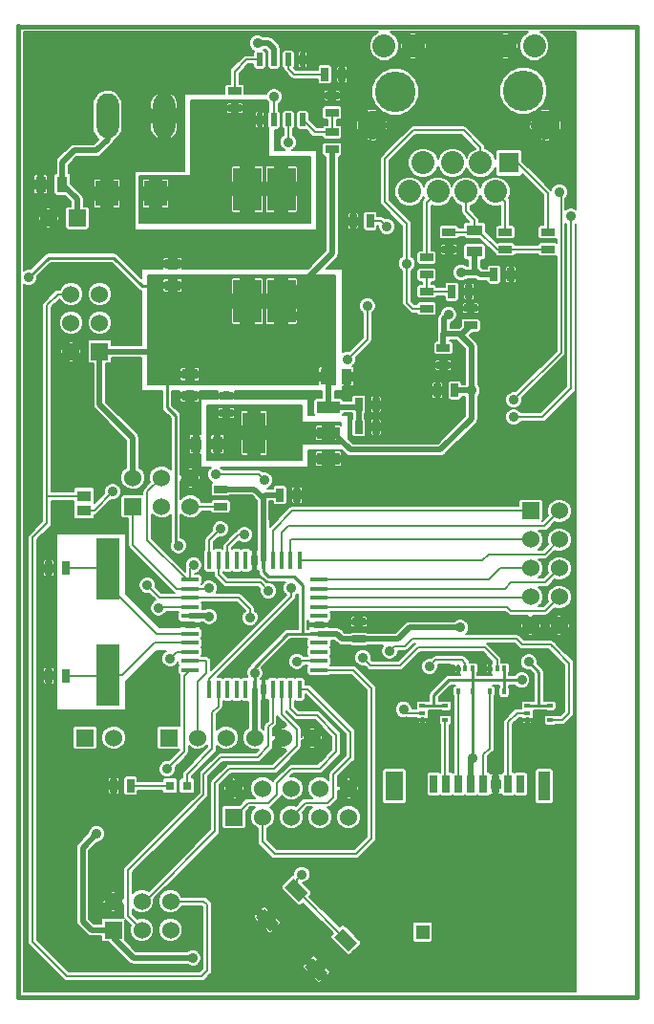
<source format=gtl>
G04 (created by PCBNEW (2011-nov-30)-testing) date ven. 21 sept. 2012 14:12:35 CEST*
%MOIN*%
G04 Gerber Fmt 3.4, Leading zero omitted, Abs format*
%FSLAX34Y34*%
G01*
G70*
G90*
G04 APERTURE LIST*
%ADD10C,0.006*%
%ADD11C,0.015*%
%ADD12R,0.02X0.012*%
%ADD13R,0.012X0.02*%
%ADD14R,0.035X0.055*%
%ADD15R,0.055X0.035*%
%ADD16R,0.025X0.045*%
%ADD17R,0.045X0.025*%
%ADD18R,0.0314X0.0314*%
%ADD19R,0.02X0.045*%
%ADD20R,0.0276X0.0591*%
%ADD21R,0.0591X0.1024*%
%ADD22R,0.0394X0.1024*%
%ADD23R,0.0472X0.0472*%
%ADD24R,0.016X0.06*%
%ADD25R,0.06X0.016*%
%ADD26R,0.06X0.06*%
%ADD27C,0.06*%
%ADD28O,0.078X0.156*%
%ADD29R,0.0787X0.0906*%
%ADD30R,0.0984X0.1516*%
%ADD31R,0.08X0.144*%
%ADD32R,0.08X0.04*%
%ADD33R,0.0787X0.2165*%
%ADD34C,0.1417*%
%ADD35R,0.07X0.07*%
%ADD36C,0.08*%
%ADD37C,0.1*%
%ADD38R,0.05X0.038*%
%ADD39C,0.035*%
%ADD40C,0.02*%
%ADD41C,0.01*%
%ADD42C,0.008*%
%ADD43C,0.005*%
G04 APERTURE END LIST*
G54D10*
G54D11*
X19700Y-39375D02*
X19700Y-39400D01*
X41300Y-39375D02*
X19700Y-39375D01*
X41300Y-73225D02*
X41300Y-39375D01*
X39375Y-73225D02*
X41300Y-73225D01*
X19685Y-73228D02*
X19685Y-39370D01*
X39370Y-73228D02*
X19685Y-73228D01*
G54D12*
X37474Y-63057D03*
X37474Y-63557D03*
X38274Y-63057D03*
X37474Y-63307D03*
X38274Y-63557D03*
G54D13*
X36667Y-61765D03*
X36167Y-61765D03*
X36667Y-62565D03*
X36417Y-61765D03*
X36167Y-62565D03*
X35565Y-61765D03*
X35065Y-61765D03*
X35565Y-62565D03*
X35315Y-61765D03*
X35065Y-62565D03*
G54D12*
X33813Y-63057D03*
X33813Y-63557D03*
X34613Y-63057D03*
X33813Y-63307D03*
X34613Y-63557D03*
G54D14*
X21241Y-44882D03*
X20491Y-44882D03*
X26655Y-53937D03*
X25905Y-53937D03*
G54D15*
X25098Y-48406D03*
X25098Y-47656D03*
G54D14*
X30432Y-51575D03*
X31182Y-51575D03*
G54D15*
X25689Y-51495D03*
X25689Y-52245D03*
G54D16*
X23627Y-65846D03*
X23027Y-65846D03*
G54D17*
X26772Y-55507D03*
X26772Y-56107D03*
X31594Y-60733D03*
X31594Y-60133D03*
G54D16*
X31993Y-46161D03*
X31393Y-46161D03*
G54D17*
X36713Y-47150D03*
X36713Y-46550D03*
X38189Y-47150D03*
X38189Y-46550D03*
X33957Y-49217D03*
X33957Y-48617D03*
X33957Y-47436D03*
X33957Y-48036D03*
G54D16*
X30409Y-41043D03*
X31009Y-41043D03*
G54D17*
X30660Y-42379D03*
X30660Y-41779D03*
X30660Y-43058D03*
X30660Y-43658D03*
G54D16*
X36914Y-48031D03*
X36314Y-48031D03*
G54D17*
X35500Y-49800D03*
X35500Y-49200D03*
G54D16*
X34946Y-52067D03*
X34346Y-52067D03*
G54D17*
X34547Y-50586D03*
X34547Y-51186D03*
G54D16*
X34838Y-48622D03*
X35438Y-48622D03*
G54D17*
X34744Y-46550D03*
X34744Y-47150D03*
G54D16*
X31590Y-52559D03*
X32190Y-52559D03*
X31590Y-53346D03*
X32190Y-53346D03*
G54D17*
X26969Y-52859D03*
X26969Y-52259D03*
X27264Y-41629D03*
X27264Y-42229D03*
G54D16*
X21363Y-58268D03*
X20763Y-58268D03*
X28834Y-55709D03*
X29434Y-55709D03*
X21363Y-62008D03*
X20763Y-62008D03*
G54D18*
X25590Y-65846D03*
X25000Y-65846D03*
G54D19*
X28138Y-40536D03*
X28138Y-42636D03*
X28638Y-40536D03*
X29138Y-40536D03*
X29638Y-40536D03*
X28638Y-42636D03*
X29138Y-42636D03*
X29638Y-42636D03*
G54D20*
X34212Y-65787D03*
X34645Y-65787D03*
X35078Y-65787D03*
X35511Y-65787D03*
X35944Y-65787D03*
X36378Y-65787D03*
X36811Y-65787D03*
X37244Y-65787D03*
G54D21*
X32834Y-65866D03*
G54D22*
X38070Y-65866D03*
G54D23*
X33818Y-70945D03*
G54D24*
X27953Y-57986D03*
X27638Y-57986D03*
X27323Y-57986D03*
X27008Y-57986D03*
X26693Y-57986D03*
X26378Y-57986D03*
X28268Y-57986D03*
X28583Y-57986D03*
X28898Y-57986D03*
X29213Y-57986D03*
X29528Y-57986D03*
X27953Y-62486D03*
X27638Y-62486D03*
X27323Y-62486D03*
X27008Y-62486D03*
X26693Y-62486D03*
X26378Y-62486D03*
X28268Y-62486D03*
X28583Y-62486D03*
X28898Y-62486D03*
X29213Y-62486D03*
X29528Y-62486D03*
G54D25*
X25703Y-60236D03*
X30203Y-60236D03*
X25703Y-60551D03*
X30203Y-60551D03*
X30203Y-60866D03*
X25703Y-60866D03*
X25703Y-61181D03*
X30203Y-61181D03*
X30203Y-61496D03*
X25703Y-61496D03*
X25703Y-61811D03*
X30203Y-61811D03*
X30203Y-59921D03*
X25703Y-59921D03*
X25703Y-59606D03*
X30203Y-59606D03*
X30203Y-59291D03*
X25703Y-59291D03*
X25703Y-58976D03*
X30203Y-58976D03*
X30203Y-58661D03*
X25703Y-58661D03*
G54D26*
X23705Y-56110D03*
G54D27*
X23705Y-55110D03*
X24705Y-56110D03*
X24705Y-55110D03*
X25705Y-56110D03*
X25705Y-55110D03*
G54D26*
X24961Y-64173D03*
G54D27*
X25961Y-64173D03*
X26961Y-64173D03*
X27961Y-64173D03*
X28961Y-64173D03*
X29961Y-64173D03*
G54D28*
X24790Y-42500D03*
X22820Y-42500D03*
G54D29*
X22804Y-45200D03*
X24496Y-45200D03*
G54D30*
X28889Y-45041D03*
X27707Y-45041D03*
X27707Y-48959D03*
X28889Y-48959D03*
G54D31*
X27932Y-53543D03*
G54D32*
X30532Y-53543D03*
X30532Y-52643D03*
X30532Y-54443D03*
G54D33*
X22835Y-58288D03*
X22835Y-61988D03*
G54D26*
X22039Y-64173D03*
G54D27*
X23039Y-64173D03*
G54D15*
X35630Y-47225D03*
X35630Y-46475D03*
G54D34*
X32856Y-41648D03*
X37344Y-41629D03*
G54D35*
X36832Y-44129D03*
G54D36*
X36360Y-45133D03*
X35848Y-44129D03*
X35336Y-45133D03*
X34864Y-44129D03*
X34352Y-45133D03*
X33840Y-44129D03*
X33368Y-45133D03*
X37718Y-40054D03*
X36714Y-40054D03*
X33486Y-40054D03*
X32482Y-40054D03*
G54D37*
X38112Y-42810D03*
X32049Y-42810D03*
G54D26*
X23016Y-70874D03*
G54D27*
X23016Y-69874D03*
X24016Y-70874D03*
X24016Y-69874D03*
X25016Y-70874D03*
X25016Y-69874D03*
G54D26*
X22547Y-50705D03*
G54D27*
X21547Y-50705D03*
X22547Y-49705D03*
X21547Y-49705D03*
X22547Y-48705D03*
X21547Y-48705D03*
G54D26*
X27232Y-66937D03*
G54D27*
X27232Y-65937D03*
X28232Y-66937D03*
X28232Y-65937D03*
X29232Y-66937D03*
X29232Y-65937D03*
X30232Y-66937D03*
X30232Y-65937D03*
X31232Y-66937D03*
X31232Y-65937D03*
G54D26*
X37591Y-56268D03*
G54D27*
X38591Y-56268D03*
X37591Y-57268D03*
X38591Y-57268D03*
X37591Y-58268D03*
X38591Y-58268D03*
X37591Y-59268D03*
X38591Y-59268D03*
X37591Y-60268D03*
X38591Y-60268D03*
G54D10*
G36*
X29013Y-69391D02*
X29318Y-69086D01*
X29819Y-69587D01*
X29514Y-69892D01*
X29013Y-69391D01*
X29013Y-69391D01*
G37*
G36*
X30738Y-71116D02*
X31043Y-70811D01*
X31544Y-71312D01*
X31239Y-71617D01*
X30738Y-71116D01*
X30738Y-71116D01*
G37*
G36*
X29709Y-72145D02*
X30014Y-71840D01*
X30515Y-72341D01*
X30210Y-72646D01*
X29709Y-72145D01*
X29709Y-72145D01*
G37*
G36*
X27984Y-70420D02*
X28289Y-70115D01*
X28790Y-70616D01*
X28485Y-70921D01*
X27984Y-70420D01*
X27984Y-70420D01*
G37*
G54D38*
X22000Y-55750D03*
X22000Y-56250D03*
G54D26*
X21760Y-46063D03*
G54D27*
X20760Y-46063D03*
G54D39*
X28051Y-39961D03*
X35157Y-47953D03*
X34724Y-49409D03*
X35551Y-64882D03*
X37283Y-62165D03*
X35531Y-52067D03*
X26378Y-59941D03*
X25787Y-71850D03*
X29035Y-51181D03*
X22441Y-67520D03*
X20079Y-48130D03*
X25295Y-57480D03*
X37520Y-61535D03*
X35138Y-60335D03*
X30217Y-49508D03*
X27953Y-61909D03*
X24902Y-65256D03*
X31201Y-50984D03*
X31890Y-49114D03*
X24606Y-59646D03*
X29606Y-68937D03*
X26772Y-56890D03*
X29233Y-58957D03*
X27953Y-61024D03*
X36378Y-64843D03*
X25000Y-60138D03*
X30512Y-55413D03*
X28300Y-55200D03*
X27600Y-57100D03*
X26600Y-55000D03*
X23000Y-55600D03*
X38600Y-45150D03*
X37000Y-52400D03*
X37000Y-53000D03*
X39000Y-46000D03*
X33268Y-47638D03*
X32579Y-46358D03*
X29134Y-43406D03*
X28642Y-41831D03*
X25000Y-61417D03*
X27795Y-60000D03*
X31732Y-61378D03*
X24213Y-58858D03*
X26378Y-58957D03*
X32677Y-61142D03*
X25827Y-58150D03*
X34055Y-61693D03*
X29429Y-61516D03*
X33150Y-63189D03*
X28445Y-59055D03*
G54D40*
X21241Y-44882D02*
X21241Y-44114D01*
X22820Y-43322D02*
X22820Y-42500D01*
X22441Y-43701D02*
X22820Y-43322D01*
X21654Y-43701D02*
X22441Y-43701D01*
X21241Y-44114D02*
X21654Y-43701D01*
X21760Y-46063D02*
X21760Y-45401D01*
X21760Y-45401D02*
X21241Y-44882D01*
X28446Y-39961D02*
X28638Y-40153D01*
X28638Y-40153D02*
X28638Y-40536D01*
X28051Y-39961D02*
X28446Y-39961D01*
X35000Y-50098D02*
X35098Y-50098D01*
X30708Y-53543D02*
X31299Y-54134D01*
X35202Y-50098D02*
X35500Y-49800D01*
G54D41*
X36654Y-62165D02*
X37283Y-62165D01*
G54D40*
X35531Y-53051D02*
X35531Y-52067D01*
X35098Y-50098D02*
X35531Y-50531D01*
X34547Y-50098D02*
X34547Y-50586D01*
X35000Y-50098D02*
X35202Y-50098D01*
X34567Y-49566D02*
X34724Y-49409D01*
X35551Y-64882D02*
X35511Y-64922D01*
X35748Y-47953D02*
X35630Y-47835D01*
X34567Y-50098D02*
X35000Y-50098D01*
X34547Y-50098D02*
X34567Y-50098D01*
G54D41*
X36654Y-62165D02*
X36667Y-62152D01*
X34213Y-62676D02*
X34724Y-62165D01*
G54D40*
X35511Y-64922D02*
X35511Y-65787D01*
G54D41*
X36667Y-62152D02*
X36667Y-61765D01*
X36667Y-62565D02*
X36667Y-62178D01*
X35551Y-62579D02*
X35565Y-62565D01*
X34213Y-63057D02*
X34213Y-62676D01*
X34724Y-62165D02*
X35565Y-62165D01*
X35565Y-62165D02*
X35565Y-61765D01*
X35551Y-64882D02*
X35551Y-62579D01*
G54D40*
X36314Y-48031D02*
X35826Y-48031D01*
G54D41*
X36667Y-62178D02*
X36654Y-62165D01*
X35565Y-62165D02*
X36654Y-62165D01*
G54D40*
X35826Y-48031D02*
X35748Y-47953D01*
G54D41*
X34213Y-63057D02*
X34613Y-63057D01*
X33813Y-63057D02*
X34213Y-63057D01*
G54D40*
X35748Y-47953D02*
X35157Y-47953D01*
X31299Y-54134D02*
X34448Y-54134D01*
X34946Y-52067D02*
X35531Y-52067D01*
X34448Y-54134D02*
X35531Y-53051D01*
X35531Y-50531D02*
X35531Y-52067D01*
X35630Y-47835D02*
X35630Y-47225D01*
X30532Y-53543D02*
X30708Y-53543D01*
G54D41*
X35565Y-62565D02*
X35565Y-62165D01*
G54D40*
X34567Y-50098D02*
X34567Y-49566D01*
G54D41*
X23032Y-47441D02*
X24016Y-48425D01*
X25295Y-57480D02*
X25197Y-57382D01*
X25197Y-57382D02*
X25197Y-52953D01*
G54D40*
X23720Y-71850D02*
X23016Y-71146D01*
X25787Y-71850D02*
X23720Y-71850D01*
G54D41*
X20768Y-47441D02*
X23032Y-47441D01*
X25197Y-52953D02*
X24902Y-52658D01*
G54D40*
X30532Y-50602D02*
X28889Y-48959D01*
X22547Y-50705D02*
X25083Y-50705D01*
X31506Y-52643D02*
X31590Y-52559D01*
X27961Y-64173D02*
X27961Y-62494D01*
G54D41*
X25079Y-48425D02*
X25098Y-48406D01*
G54D40*
X22441Y-67520D02*
X21949Y-68012D01*
X21949Y-68012D02*
X21949Y-70571D01*
X28889Y-48959D02*
X28994Y-48959D01*
G54D41*
X29114Y-60551D02*
X29626Y-60551D01*
X24016Y-48425D02*
X25079Y-48425D01*
G54D40*
X28268Y-56609D02*
X28253Y-56594D01*
G54D41*
X20079Y-48130D02*
X20768Y-47441D01*
G54D40*
X23016Y-71146D02*
X23016Y-70874D01*
G54D41*
X24902Y-52658D02*
X24902Y-51476D01*
G54D40*
X28994Y-48959D02*
X30660Y-47293D01*
X29668Y-48959D02*
X30217Y-49508D01*
G54D41*
X27953Y-61712D02*
X29114Y-60551D01*
G54D40*
X25703Y-59921D02*
X26358Y-59921D01*
X26358Y-59921D02*
X26378Y-59941D01*
X26772Y-55507D02*
X27948Y-55507D01*
X22547Y-52567D02*
X22547Y-50705D01*
X28889Y-48959D02*
X29668Y-48959D01*
G54D41*
X29626Y-60551D02*
X30203Y-60551D01*
X29626Y-58858D02*
X29626Y-60551D01*
X37874Y-63057D02*
X37474Y-63057D01*
X29331Y-58563D02*
X29626Y-58858D01*
G54D40*
X30660Y-47293D02*
X30660Y-43658D01*
X30203Y-60551D02*
X30827Y-60551D01*
X23705Y-53725D02*
X22547Y-52567D01*
X28253Y-55802D02*
X28346Y-55709D01*
X25083Y-50705D02*
X26829Y-48959D01*
G54D41*
X37874Y-61889D02*
X37520Y-61535D01*
X27953Y-61909D02*
X27953Y-61712D01*
G54D40*
X32968Y-60733D02*
X33366Y-60335D01*
X33366Y-60335D02*
X35138Y-60335D01*
X27961Y-62494D02*
X27953Y-62486D01*
X31594Y-60733D02*
X32968Y-60733D01*
X23705Y-55110D02*
X23705Y-53725D01*
X28346Y-55709D02*
X28834Y-55709D01*
X30532Y-52643D02*
X31506Y-52643D01*
X27948Y-55507D02*
X28253Y-55812D01*
X28268Y-57986D02*
X28268Y-56609D01*
X30532Y-52643D02*
X30532Y-50602D01*
X31590Y-53346D02*
X31590Y-52559D01*
X21949Y-70571D02*
X22252Y-70874D01*
X31009Y-60733D02*
X31594Y-60733D01*
X28253Y-55812D02*
X28253Y-56594D01*
X26829Y-48959D02*
X27707Y-48959D01*
X28253Y-55812D02*
X28253Y-55802D01*
X22252Y-70874D02*
X23016Y-70874D01*
G54D41*
X28444Y-58563D02*
X29331Y-58563D01*
X28268Y-58387D02*
X28444Y-58563D01*
X37874Y-63057D02*
X37874Y-61889D01*
X38274Y-63057D02*
X37874Y-63057D01*
G54D40*
X30827Y-60551D02*
X31009Y-60733D01*
G54D41*
X27953Y-62486D02*
X27953Y-61909D01*
X28268Y-57986D02*
X28268Y-58387D01*
G54D42*
X28583Y-57986D02*
X28583Y-56948D01*
X28583Y-56948D02*
X29263Y-56268D01*
X29263Y-56268D02*
X37591Y-56268D01*
X38068Y-56791D02*
X38591Y-56268D01*
X29134Y-56791D02*
X38068Y-56791D01*
X28898Y-57027D02*
X29134Y-56791D01*
X28898Y-57986D02*
X28898Y-57027D01*
X29213Y-57303D02*
X29248Y-57268D01*
X29213Y-57986D02*
X29213Y-57303D01*
X29248Y-57268D02*
X37591Y-57268D01*
X36121Y-57776D02*
X38083Y-57776D01*
X29528Y-57986D02*
X35911Y-57986D01*
X35911Y-57986D02*
X36121Y-57776D01*
X38083Y-57776D02*
X38591Y-57268D01*
X36516Y-58268D02*
X37591Y-58268D01*
X36123Y-58661D02*
X36516Y-58268D01*
X30203Y-58661D02*
X36123Y-58661D01*
X36693Y-58976D02*
X36909Y-58760D01*
X38099Y-58760D02*
X38591Y-58268D01*
X36909Y-58760D02*
X38099Y-58760D01*
X30203Y-58976D02*
X36693Y-58976D01*
X37568Y-59291D02*
X37591Y-59268D01*
X30203Y-59291D02*
X37568Y-59291D01*
X36771Y-59606D02*
X36909Y-59744D01*
X38115Y-59744D02*
X38591Y-59268D01*
X36909Y-59744D02*
X38115Y-59744D01*
X30203Y-59606D02*
X36771Y-59606D01*
X25492Y-64666D02*
X25492Y-62022D01*
X25492Y-62022D02*
X25703Y-61811D01*
X24902Y-65256D02*
X25492Y-64666D01*
X25492Y-61811D02*
X25703Y-61811D01*
X26772Y-56107D02*
X25708Y-56107D01*
X25708Y-56107D02*
X25705Y-56110D01*
X29606Y-68937D02*
X29416Y-69127D01*
X31890Y-50295D02*
X31890Y-49114D01*
X29416Y-69489D02*
X31141Y-71214D01*
X25703Y-59606D02*
X24646Y-59606D01*
X24646Y-59606D02*
X24606Y-59646D01*
X31201Y-50984D02*
X31890Y-50295D01*
X29416Y-69127D02*
X29416Y-69489D01*
X26174Y-69874D02*
X25016Y-69874D01*
X20700Y-55800D02*
X20700Y-56300D01*
X21095Y-48705D02*
X20700Y-49100D01*
X21547Y-48705D02*
X21095Y-48705D01*
X26100Y-72500D02*
X26300Y-72300D01*
X26300Y-70000D02*
X26174Y-69874D01*
X20700Y-56300D02*
X20700Y-56700D01*
X20700Y-54400D02*
X20700Y-54450D01*
X20700Y-49100D02*
X20700Y-54400D01*
X26300Y-72300D02*
X26300Y-70000D01*
X21400Y-72500D02*
X26100Y-72500D01*
X20200Y-57200D02*
X20200Y-71300D01*
X20200Y-71300D02*
X21400Y-72500D01*
X22000Y-55750D02*
X20700Y-55750D01*
X20700Y-55750D02*
X20700Y-55800D01*
X20700Y-56700D02*
X20200Y-57200D01*
X20700Y-54400D02*
X20700Y-55800D01*
X36167Y-64541D02*
X35944Y-64764D01*
X35944Y-64764D02*
X35944Y-65787D01*
X36167Y-62565D02*
X36167Y-64541D01*
X34613Y-63557D02*
X34613Y-65755D01*
X34613Y-65755D02*
X34645Y-65787D01*
X26378Y-57986D02*
X26378Y-57284D01*
X26378Y-57284D02*
X26772Y-56890D01*
X29233Y-58957D02*
X29232Y-58957D01*
X26378Y-62106D02*
X29232Y-59252D01*
X29232Y-59252D02*
X29232Y-58957D01*
X26378Y-62486D02*
X26378Y-62106D01*
G54D40*
X25703Y-60236D02*
X25098Y-60236D01*
X30532Y-55393D02*
X30512Y-55413D01*
X30532Y-54443D02*
X30532Y-55393D01*
X25098Y-60236D02*
X25000Y-60138D01*
X32190Y-53346D02*
X32190Y-52559D01*
X36378Y-64843D02*
X36378Y-65787D01*
G54D42*
X36811Y-65787D02*
X36811Y-63622D01*
X37126Y-63307D02*
X37474Y-63307D01*
X36811Y-63622D02*
X37126Y-63307D01*
X35065Y-62565D02*
X35065Y-65774D01*
X35065Y-65774D02*
X35078Y-65787D01*
X25000Y-65846D02*
X23627Y-65846D01*
X28100Y-55000D02*
X28300Y-55200D01*
X26600Y-55000D02*
X27800Y-55000D01*
X27008Y-57986D02*
X27008Y-57492D01*
X22350Y-56250D02*
X23000Y-55600D01*
X27800Y-55000D02*
X28100Y-55000D01*
X27400Y-57100D02*
X27600Y-57100D01*
X22000Y-56250D02*
X22350Y-56250D01*
X27008Y-57492D02*
X27400Y-57100D01*
X22835Y-58859D02*
X24527Y-60551D01*
X22835Y-58288D02*
X22835Y-58859D01*
X21363Y-58268D02*
X22815Y-58268D01*
X22815Y-58268D02*
X22835Y-58288D01*
X24527Y-60551D02*
X25703Y-60551D01*
X26476Y-64568D02*
X26476Y-63288D01*
X25590Y-65846D02*
X25590Y-65454D01*
X25590Y-65454D02*
X26476Y-64568D01*
X26693Y-63071D02*
X26693Y-62486D01*
X26476Y-63288D02*
X26693Y-63071D01*
X21363Y-62008D02*
X22815Y-62008D01*
X22835Y-61988D02*
X23346Y-61988D01*
X24468Y-60866D02*
X25703Y-60866D01*
X22815Y-62008D02*
X22835Y-61988D01*
X23346Y-61988D02*
X24468Y-60866D01*
X35630Y-46130D02*
X35336Y-45836D01*
X36421Y-47150D02*
X36713Y-47150D01*
X35555Y-46550D02*
X35630Y-46475D01*
X35630Y-46475D02*
X35630Y-46130D01*
X35630Y-46475D02*
X35746Y-46475D01*
X35336Y-45836D02*
X35336Y-45133D01*
X35746Y-46475D02*
X36421Y-47150D01*
X36713Y-47150D02*
X38189Y-47150D01*
X34744Y-46550D02*
X35555Y-46550D01*
X37129Y-44129D02*
X38189Y-45189D01*
X36832Y-44129D02*
X37129Y-44129D01*
X38189Y-45189D02*
X38189Y-46550D01*
X33957Y-45528D02*
X34352Y-45133D01*
X33957Y-47436D02*
X33957Y-45528D01*
X38650Y-45200D02*
X38650Y-50750D01*
X38650Y-50750D02*
X37000Y-52400D01*
X38600Y-45150D02*
X38650Y-45200D01*
X36713Y-46550D02*
X36713Y-45486D01*
X36713Y-45486D02*
X36360Y-45133D01*
X38000Y-53000D02*
X37000Y-53000D01*
X39000Y-46000D02*
X39000Y-52000D01*
X39000Y-52000D02*
X38000Y-53000D01*
X33268Y-49016D02*
X33268Y-47638D01*
X35848Y-43598D02*
X35848Y-44129D01*
X33500Y-43000D02*
X35250Y-43000D01*
X33268Y-46268D02*
X32500Y-45500D01*
X32500Y-44000D02*
X33500Y-43000D01*
X33268Y-47638D02*
X33268Y-46268D01*
X33957Y-49217D02*
X33469Y-49217D01*
X32500Y-45500D02*
X32500Y-44000D01*
X33469Y-49217D02*
X33268Y-49016D01*
X35250Y-43000D02*
X35848Y-43598D01*
X34838Y-48622D02*
X33962Y-48622D01*
X33962Y-48622D02*
X33957Y-48617D01*
X33957Y-48036D02*
X33957Y-48617D01*
X32382Y-46161D02*
X32579Y-46358D01*
X31993Y-46161D02*
X32382Y-46161D01*
X27264Y-41629D02*
X27264Y-40944D01*
X27672Y-40536D02*
X28138Y-40536D01*
X27264Y-40944D02*
X27672Y-40536D01*
X29138Y-40536D02*
X29138Y-40850D01*
X29331Y-41043D02*
X30409Y-41043D01*
X29138Y-40850D02*
X29331Y-41043D01*
X30660Y-42379D02*
X30660Y-43058D01*
X30660Y-43058D02*
X30060Y-43058D01*
X30060Y-43058D02*
X29638Y-42636D01*
X29138Y-43402D02*
X29138Y-42636D01*
X29134Y-43406D02*
X29138Y-43402D01*
X28642Y-41831D02*
X28638Y-41835D01*
X28638Y-41835D02*
X28638Y-42636D01*
X25236Y-61181D02*
X25703Y-61181D01*
X25000Y-61417D02*
X25236Y-61181D01*
X26181Y-65453D02*
X26181Y-66142D01*
X23524Y-70382D02*
X24016Y-70874D01*
X28052Y-64862D02*
X26772Y-64862D01*
X28445Y-63780D02*
X28445Y-64469D01*
X28583Y-63642D02*
X28445Y-63780D01*
X23524Y-68799D02*
X23524Y-70382D01*
X28583Y-62486D02*
X28583Y-63642D01*
X26181Y-66142D02*
X23524Y-68799D01*
X28445Y-64469D02*
X28052Y-64862D01*
X26772Y-64862D02*
X26181Y-65453D01*
X28898Y-62486D02*
X28898Y-63347D01*
X29429Y-64469D02*
X28643Y-65255D01*
X27068Y-65255D02*
X26575Y-65748D01*
X24122Y-69874D02*
X24016Y-69874D01*
X26575Y-65748D02*
X26575Y-67421D01*
X28643Y-65255D02*
X27068Y-65255D01*
X28898Y-63347D02*
X29429Y-63878D01*
X26575Y-67421D02*
X24122Y-69874D01*
X29429Y-63878D02*
X29429Y-64469D01*
X27401Y-59291D02*
X25703Y-59291D01*
X27795Y-60000D02*
X27795Y-59685D01*
X33029Y-61654D02*
X32008Y-61654D01*
X36417Y-61765D02*
X36417Y-61456D01*
X35985Y-61024D02*
X33659Y-61024D01*
X33659Y-61024D02*
X33029Y-61654D01*
X36417Y-61456D02*
X35985Y-61024D01*
X24646Y-59291D02*
X24213Y-58858D01*
X32008Y-61654D02*
X31732Y-61378D01*
X25703Y-59291D02*
X24646Y-59291D01*
X27795Y-59685D02*
X27401Y-59291D01*
X25703Y-58976D02*
X25216Y-58976D01*
X38386Y-61024D02*
X38337Y-60975D01*
X23705Y-57465D02*
X23705Y-56110D01*
X25703Y-58976D02*
X26359Y-58976D01*
X25216Y-58976D02*
X23705Y-57465D01*
X32835Y-60984D02*
X32677Y-61142D01*
X32844Y-60975D02*
X32835Y-60984D01*
X26359Y-58976D02*
X26378Y-58957D01*
X32835Y-60984D02*
X33209Y-60984D01*
X33465Y-60728D02*
X37106Y-60728D01*
X33209Y-60984D02*
X33465Y-60728D01*
X37303Y-60925D02*
X38287Y-60925D01*
X38287Y-60925D02*
X38386Y-61024D01*
X38687Y-63557D02*
X38274Y-63557D01*
X37106Y-60728D02*
X37303Y-60925D01*
X38937Y-61575D02*
X38386Y-61024D01*
X38937Y-63307D02*
X38937Y-61575D01*
X38687Y-63557D02*
X38937Y-63307D01*
X34055Y-61693D02*
X34282Y-61466D01*
X35315Y-61575D02*
X35315Y-61765D01*
X34282Y-61466D02*
X35206Y-61466D01*
X25703Y-58661D02*
X25703Y-58274D01*
X35206Y-61466D02*
X35315Y-61575D01*
X25590Y-58661D02*
X24213Y-57284D01*
X25703Y-58274D02*
X25827Y-58150D01*
X24213Y-55602D02*
X24705Y-55110D01*
X25703Y-58661D02*
X25590Y-58661D01*
X24213Y-57284D02*
X24213Y-55602D01*
X30118Y-63386D02*
X30807Y-64075D01*
X30216Y-65256D02*
X29233Y-65256D01*
X30807Y-64075D02*
X30807Y-64665D01*
X29430Y-63386D02*
X30118Y-63386D01*
X30807Y-64665D02*
X30216Y-65256D01*
X29213Y-62486D02*
X29213Y-63169D01*
X29213Y-63169D02*
X29430Y-63386D01*
X28445Y-66437D02*
X27732Y-66437D01*
X29233Y-65256D02*
X28740Y-65749D01*
X28740Y-66142D02*
X28445Y-66437D01*
X28740Y-65749D02*
X28740Y-66142D01*
X27732Y-66437D02*
X27232Y-66937D01*
X30203Y-61496D02*
X29449Y-61496D01*
X29449Y-61496D02*
X29429Y-61516D01*
X31397Y-61811D02*
X32047Y-62461D01*
X32047Y-67676D02*
X31495Y-68228D01*
X28661Y-68228D02*
X28232Y-67799D01*
X28232Y-67799D02*
X28232Y-66937D01*
X30203Y-61811D02*
X31397Y-61811D01*
X32047Y-62461D02*
X32047Y-67676D01*
X31495Y-68228D02*
X28661Y-68228D01*
X31299Y-64862D02*
X30709Y-65452D01*
X29809Y-62486D02*
X31299Y-63976D01*
X30512Y-66437D02*
X29732Y-66437D01*
X30709Y-66240D02*
X30512Y-66437D01*
X30709Y-65452D02*
X30709Y-66240D01*
X29732Y-66437D02*
X29232Y-66937D01*
X31299Y-63976D02*
X31299Y-64862D01*
X29528Y-62486D02*
X29809Y-62486D01*
X26260Y-61496D02*
X25703Y-61496D01*
X26280Y-61516D02*
X26260Y-61496D01*
X25961Y-64173D02*
X25961Y-62228D01*
X26280Y-61909D02*
X26280Y-61516D01*
X25961Y-62228D02*
X26280Y-61909D01*
X33268Y-63307D02*
X33813Y-63307D01*
X33150Y-63189D02*
X33268Y-63307D01*
X26693Y-57986D02*
X26693Y-58484D01*
X26693Y-58484D02*
X26969Y-58760D01*
X28150Y-58760D02*
X28445Y-59055D01*
X26969Y-58760D02*
X28150Y-58760D01*
G54D10*
G36*
X29226Y-64226D02*
X29083Y-64369D01*
X29014Y-64438D01*
X28961Y-64385D01*
X28839Y-64507D01*
X28881Y-64539D01*
X28974Y-64540D01*
X29049Y-64614D01*
X28574Y-65090D01*
X27068Y-65090D01*
X27005Y-65103D01*
X26951Y-65138D01*
X26458Y-65631D01*
X26423Y-65685D01*
X26410Y-65748D01*
X26410Y-67352D01*
X25419Y-68343D01*
X24250Y-69511D01*
X24101Y-69449D01*
X23932Y-69449D01*
X23776Y-69513D01*
X23689Y-69600D01*
X23689Y-68867D01*
X25419Y-67137D01*
X26295Y-66260D01*
X26297Y-66259D01*
X26298Y-66259D01*
X26333Y-66205D01*
X26346Y-66142D01*
X26346Y-65521D01*
X26840Y-65027D01*
X28052Y-65027D01*
X28115Y-65014D01*
X28169Y-64979D01*
X28559Y-64587D01*
X28561Y-64586D01*
X28562Y-64586D01*
X28596Y-64532D01*
X28597Y-64532D01*
X28607Y-64480D01*
X28610Y-64470D01*
X28609Y-64469D01*
X28610Y-64469D01*
X28610Y-64272D01*
X28627Y-64295D01*
X28749Y-64173D01*
X28627Y-64051D01*
X28610Y-64073D01*
X28610Y-63849D01*
X28700Y-63759D01*
X28735Y-63705D01*
X28748Y-63642D01*
X28748Y-63413D01*
X28781Y-63464D01*
X29049Y-63731D01*
X28974Y-63806D01*
X28895Y-63805D01*
X28881Y-63807D01*
X28839Y-63839D01*
X28961Y-63961D01*
X29014Y-63908D01*
X29083Y-63977D01*
X29226Y-64120D01*
X29173Y-64173D01*
X29226Y-64226D01*
X29226Y-64226D01*
G37*
G54D43*
X29226Y-64226D02*
X29083Y-64369D01*
X29014Y-64438D01*
X28961Y-64385D01*
X28839Y-64507D01*
X28881Y-64539D01*
X28974Y-64540D01*
X29049Y-64614D01*
X28574Y-65090D01*
X27068Y-65090D01*
X27005Y-65103D01*
X26951Y-65138D01*
X26458Y-65631D01*
X26423Y-65685D01*
X26410Y-65748D01*
X26410Y-67352D01*
X25419Y-68343D01*
X24250Y-69511D01*
X24101Y-69449D01*
X23932Y-69449D01*
X23776Y-69513D01*
X23689Y-69600D01*
X23689Y-68867D01*
X25419Y-67137D01*
X26295Y-66260D01*
X26297Y-66259D01*
X26298Y-66259D01*
X26333Y-66205D01*
X26346Y-66142D01*
X26346Y-65521D01*
X26840Y-65027D01*
X28052Y-65027D01*
X28115Y-65014D01*
X28169Y-64979D01*
X28559Y-64587D01*
X28561Y-64586D01*
X28562Y-64586D01*
X28596Y-64532D01*
X28597Y-64532D01*
X28607Y-64480D01*
X28610Y-64470D01*
X28609Y-64469D01*
X28610Y-64469D01*
X28610Y-64272D01*
X28627Y-64295D01*
X28749Y-64173D01*
X28627Y-64051D01*
X28610Y-64073D01*
X28610Y-63849D01*
X28700Y-63759D01*
X28735Y-63705D01*
X28748Y-63642D01*
X28748Y-63413D01*
X28781Y-63464D01*
X29049Y-63731D01*
X28974Y-63806D01*
X28895Y-63805D01*
X28881Y-63807D01*
X28839Y-63839D01*
X28961Y-63961D01*
X29014Y-63908D01*
X29083Y-63977D01*
X29226Y-64120D01*
X29173Y-64173D01*
X29226Y-64226D01*
G54D10*
G36*
X29451Y-60376D02*
X29114Y-60376D01*
X29113Y-60376D01*
X29100Y-60378D01*
X29047Y-60389D01*
X28990Y-60427D01*
X28988Y-60429D01*
X27829Y-61588D01*
X27791Y-61645D01*
X27789Y-61652D01*
X27784Y-61655D01*
X27700Y-61739D01*
X27654Y-61849D01*
X27654Y-61968D01*
X27692Y-62061D01*
X27533Y-62061D01*
X27487Y-62080D01*
X27480Y-62086D01*
X27474Y-62080D01*
X27428Y-62061D01*
X27378Y-62061D01*
X27218Y-62061D01*
X27172Y-62080D01*
X27165Y-62086D01*
X27159Y-62080D01*
X27113Y-62061D01*
X27063Y-62061D01*
X26903Y-62061D01*
X26857Y-62080D01*
X26850Y-62086D01*
X26844Y-62080D01*
X26798Y-62061D01*
X26748Y-62061D01*
X26657Y-62061D01*
X29349Y-59369D01*
X29384Y-59315D01*
X29397Y-59252D01*
X29397Y-59213D01*
X29402Y-59211D01*
X29451Y-59162D01*
X29451Y-60376D01*
X29451Y-60376D01*
G37*
G54D43*
X29451Y-60376D02*
X29114Y-60376D01*
X29113Y-60376D01*
X29100Y-60378D01*
X29047Y-60389D01*
X28990Y-60427D01*
X28988Y-60429D01*
X27829Y-61588D01*
X27791Y-61645D01*
X27789Y-61652D01*
X27784Y-61655D01*
X27700Y-61739D01*
X27654Y-61849D01*
X27654Y-61968D01*
X27692Y-62061D01*
X27533Y-62061D01*
X27487Y-62080D01*
X27480Y-62086D01*
X27474Y-62080D01*
X27428Y-62061D01*
X27378Y-62061D01*
X27218Y-62061D01*
X27172Y-62080D01*
X27165Y-62086D01*
X27159Y-62080D01*
X27113Y-62061D01*
X27063Y-62061D01*
X26903Y-62061D01*
X26857Y-62080D01*
X26850Y-62086D01*
X26844Y-62080D01*
X26798Y-62061D01*
X26748Y-62061D01*
X26657Y-62061D01*
X29349Y-59369D01*
X29384Y-59315D01*
X29397Y-59252D01*
X29397Y-59213D01*
X29402Y-59211D01*
X29451Y-59162D01*
X29451Y-60376D01*
G54D10*
G36*
X31882Y-67607D02*
X31657Y-67832D01*
X31657Y-67022D01*
X31657Y-66853D01*
X31600Y-66714D01*
X31600Y-65871D01*
X31598Y-65857D01*
X31566Y-65815D01*
X31444Y-65937D01*
X31566Y-66059D01*
X31598Y-66017D01*
X31600Y-65871D01*
X31600Y-66714D01*
X31593Y-66697D01*
X31473Y-66577D01*
X31354Y-66527D01*
X31354Y-66271D01*
X31354Y-65603D01*
X31312Y-65571D01*
X31226Y-65569D01*
X31166Y-65569D01*
X31152Y-65571D01*
X31110Y-65603D01*
X31226Y-65719D01*
X31232Y-65725D01*
X31354Y-65603D01*
X31354Y-66271D01*
X31232Y-66149D01*
X31226Y-66155D01*
X31110Y-66271D01*
X31152Y-66303D01*
X31226Y-66304D01*
X31298Y-66305D01*
X31312Y-66303D01*
X31354Y-66271D01*
X31354Y-66527D01*
X31317Y-66512D01*
X31226Y-66512D01*
X31148Y-66512D01*
X30992Y-66576D01*
X30872Y-66696D01*
X30807Y-66852D01*
X30807Y-67021D01*
X30871Y-67177D01*
X30991Y-67297D01*
X31147Y-67362D01*
X31226Y-67362D01*
X31316Y-67362D01*
X31472Y-67298D01*
X31592Y-67178D01*
X31657Y-67022D01*
X31657Y-67832D01*
X31426Y-68063D01*
X31226Y-68063D01*
X28729Y-68063D01*
X28397Y-67730D01*
X28397Y-67328D01*
X28472Y-67298D01*
X28592Y-67178D01*
X28657Y-67022D01*
X28657Y-66853D01*
X28593Y-66697D01*
X28488Y-66592D01*
X28508Y-66589D01*
X28562Y-66554D01*
X28857Y-66259D01*
X28892Y-66205D01*
X28893Y-66199D01*
X28991Y-66297D01*
X29147Y-66362D01*
X29316Y-66362D01*
X29472Y-66298D01*
X29592Y-66178D01*
X29657Y-66022D01*
X29657Y-65853D01*
X29593Y-65697D01*
X29473Y-65577D01*
X29317Y-65512D01*
X29211Y-65512D01*
X29302Y-65421D01*
X30216Y-65421D01*
X30279Y-65408D01*
X30333Y-65373D01*
X30921Y-64783D01*
X30923Y-64782D01*
X30924Y-64782D01*
X30958Y-64728D01*
X30959Y-64728D01*
X30969Y-64676D01*
X30972Y-64666D01*
X30971Y-64665D01*
X30972Y-64665D01*
X30972Y-64075D01*
X30959Y-64012D01*
X30924Y-63958D01*
X30921Y-63956D01*
X30235Y-63269D01*
X30181Y-63234D01*
X30118Y-63221D01*
X29498Y-63221D01*
X29378Y-63100D01*
X29378Y-62892D01*
X29423Y-62911D01*
X29473Y-62911D01*
X29633Y-62911D01*
X29679Y-62892D01*
X29714Y-62857D01*
X29733Y-62811D01*
X29733Y-62761D01*
X29733Y-62651D01*
X29740Y-62651D01*
X31134Y-64045D01*
X31134Y-64793D01*
X30592Y-65335D01*
X30557Y-65389D01*
X30544Y-65452D01*
X30544Y-65648D01*
X30473Y-65577D01*
X30317Y-65512D01*
X30148Y-65512D01*
X29992Y-65576D01*
X29872Y-65696D01*
X29807Y-65852D01*
X29807Y-66021D01*
X29871Y-66177D01*
X29966Y-66272D01*
X29732Y-66272D01*
X29669Y-66285D01*
X29615Y-66320D01*
X29391Y-66543D01*
X29317Y-66512D01*
X29148Y-66512D01*
X28992Y-66576D01*
X28872Y-66696D01*
X28807Y-66852D01*
X28807Y-67021D01*
X28871Y-67177D01*
X28991Y-67297D01*
X29147Y-67362D01*
X29316Y-67362D01*
X29472Y-67298D01*
X29592Y-67178D01*
X29657Y-67022D01*
X29657Y-66853D01*
X29625Y-66777D01*
X29801Y-66602D01*
X29966Y-66602D01*
X29872Y-66696D01*
X29807Y-66852D01*
X29807Y-67021D01*
X29871Y-67177D01*
X29991Y-67297D01*
X30147Y-67362D01*
X30316Y-67362D01*
X30472Y-67298D01*
X30592Y-67178D01*
X30657Y-67022D01*
X30657Y-66853D01*
X30593Y-66697D01*
X30498Y-66602D01*
X30512Y-66602D01*
X30575Y-66589D01*
X30629Y-66554D01*
X30823Y-66358D01*
X30825Y-66357D01*
X30826Y-66357D01*
X30861Y-66303D01*
X30874Y-66240D01*
X30874Y-66027D01*
X30898Y-66059D01*
X31020Y-65937D01*
X30898Y-65815D01*
X30874Y-65846D01*
X30874Y-65520D01*
X31226Y-65168D01*
X31413Y-64980D01*
X31415Y-64979D01*
X31416Y-64979D01*
X31451Y-64925D01*
X31464Y-64862D01*
X31464Y-63976D01*
X31451Y-63913D01*
X31416Y-63859D01*
X31226Y-63669D01*
X29926Y-62369D01*
X29872Y-62334D01*
X29809Y-62321D01*
X29733Y-62321D01*
X29733Y-62161D01*
X29714Y-62115D01*
X29679Y-62080D01*
X29633Y-62061D01*
X29583Y-62061D01*
X29423Y-62061D01*
X29377Y-62080D01*
X29370Y-62086D01*
X29364Y-62080D01*
X29318Y-62061D01*
X29268Y-62061D01*
X29108Y-62061D01*
X29062Y-62080D01*
X29055Y-62086D01*
X29049Y-62080D01*
X29003Y-62061D01*
X28953Y-62061D01*
X28793Y-62061D01*
X28747Y-62080D01*
X28740Y-62086D01*
X28734Y-62080D01*
X28688Y-62061D01*
X28638Y-62061D01*
X28478Y-62061D01*
X28432Y-62080D01*
X28397Y-62115D01*
X28393Y-62124D01*
X28391Y-62122D01*
X28363Y-62111D01*
X28326Y-62111D01*
X28308Y-62129D01*
X28308Y-62336D01*
X28348Y-62336D01*
X28348Y-62636D01*
X28308Y-62636D01*
X28308Y-62843D01*
X28326Y-62861D01*
X28363Y-62861D01*
X28391Y-62850D01*
X28393Y-62847D01*
X28397Y-62857D01*
X28418Y-62878D01*
X28418Y-63573D01*
X28328Y-63663D01*
X28293Y-63717D01*
X28280Y-63780D01*
X28280Y-63891D01*
X28202Y-63813D01*
X28186Y-63806D01*
X28186Y-62861D01*
X28210Y-62861D01*
X28228Y-62843D01*
X28228Y-62636D01*
X28188Y-62636D01*
X28188Y-62336D01*
X28228Y-62336D01*
X28228Y-62129D01*
X28210Y-62111D01*
X28174Y-62111D01*
X28206Y-62079D01*
X28252Y-61969D01*
X28252Y-61850D01*
X28207Y-61740D01*
X28189Y-61722D01*
X29186Y-60726D01*
X29626Y-60726D01*
X29792Y-60726D01*
X29778Y-60761D01*
X29778Y-60811D01*
X29778Y-60971D01*
X29797Y-61017D01*
X29803Y-61023D01*
X29797Y-61030D01*
X29778Y-61076D01*
X29778Y-61126D01*
X29778Y-61286D01*
X29796Y-61331D01*
X29667Y-61331D01*
X29599Y-61263D01*
X29489Y-61217D01*
X29370Y-61217D01*
X29260Y-61262D01*
X29176Y-61346D01*
X29130Y-61456D01*
X29130Y-61575D01*
X29175Y-61685D01*
X29259Y-61769D01*
X29369Y-61815D01*
X29488Y-61815D01*
X29598Y-61770D01*
X29682Y-61686D01*
X29692Y-61661D01*
X29796Y-61661D01*
X29778Y-61706D01*
X29778Y-61756D01*
X29778Y-61916D01*
X29797Y-61962D01*
X29832Y-61997D01*
X29878Y-62016D01*
X29928Y-62016D01*
X30528Y-62016D01*
X30574Y-61997D01*
X30595Y-61976D01*
X31226Y-61976D01*
X31328Y-61976D01*
X31882Y-62530D01*
X31882Y-67607D01*
X31882Y-67607D01*
G37*
G54D43*
X31882Y-67607D02*
X31657Y-67832D01*
X31657Y-67022D01*
X31657Y-66853D01*
X31600Y-66714D01*
X31600Y-65871D01*
X31598Y-65857D01*
X31566Y-65815D01*
X31444Y-65937D01*
X31566Y-66059D01*
X31598Y-66017D01*
X31600Y-65871D01*
X31600Y-66714D01*
X31593Y-66697D01*
X31473Y-66577D01*
X31354Y-66527D01*
X31354Y-66271D01*
X31354Y-65603D01*
X31312Y-65571D01*
X31226Y-65569D01*
X31166Y-65569D01*
X31152Y-65571D01*
X31110Y-65603D01*
X31226Y-65719D01*
X31232Y-65725D01*
X31354Y-65603D01*
X31354Y-66271D01*
X31232Y-66149D01*
X31226Y-66155D01*
X31110Y-66271D01*
X31152Y-66303D01*
X31226Y-66304D01*
X31298Y-66305D01*
X31312Y-66303D01*
X31354Y-66271D01*
X31354Y-66527D01*
X31317Y-66512D01*
X31226Y-66512D01*
X31148Y-66512D01*
X30992Y-66576D01*
X30872Y-66696D01*
X30807Y-66852D01*
X30807Y-67021D01*
X30871Y-67177D01*
X30991Y-67297D01*
X31147Y-67362D01*
X31226Y-67362D01*
X31316Y-67362D01*
X31472Y-67298D01*
X31592Y-67178D01*
X31657Y-67022D01*
X31657Y-67832D01*
X31426Y-68063D01*
X31226Y-68063D01*
X28729Y-68063D01*
X28397Y-67730D01*
X28397Y-67328D01*
X28472Y-67298D01*
X28592Y-67178D01*
X28657Y-67022D01*
X28657Y-66853D01*
X28593Y-66697D01*
X28488Y-66592D01*
X28508Y-66589D01*
X28562Y-66554D01*
X28857Y-66259D01*
X28892Y-66205D01*
X28893Y-66199D01*
X28991Y-66297D01*
X29147Y-66362D01*
X29316Y-66362D01*
X29472Y-66298D01*
X29592Y-66178D01*
X29657Y-66022D01*
X29657Y-65853D01*
X29593Y-65697D01*
X29473Y-65577D01*
X29317Y-65512D01*
X29211Y-65512D01*
X29302Y-65421D01*
X30216Y-65421D01*
X30279Y-65408D01*
X30333Y-65373D01*
X30921Y-64783D01*
X30923Y-64782D01*
X30924Y-64782D01*
X30958Y-64728D01*
X30959Y-64728D01*
X30969Y-64676D01*
X30972Y-64666D01*
X30971Y-64665D01*
X30972Y-64665D01*
X30972Y-64075D01*
X30959Y-64012D01*
X30924Y-63958D01*
X30921Y-63956D01*
X30235Y-63269D01*
X30181Y-63234D01*
X30118Y-63221D01*
X29498Y-63221D01*
X29378Y-63100D01*
X29378Y-62892D01*
X29423Y-62911D01*
X29473Y-62911D01*
X29633Y-62911D01*
X29679Y-62892D01*
X29714Y-62857D01*
X29733Y-62811D01*
X29733Y-62761D01*
X29733Y-62651D01*
X29740Y-62651D01*
X31134Y-64045D01*
X31134Y-64793D01*
X30592Y-65335D01*
X30557Y-65389D01*
X30544Y-65452D01*
X30544Y-65648D01*
X30473Y-65577D01*
X30317Y-65512D01*
X30148Y-65512D01*
X29992Y-65576D01*
X29872Y-65696D01*
X29807Y-65852D01*
X29807Y-66021D01*
X29871Y-66177D01*
X29966Y-66272D01*
X29732Y-66272D01*
X29669Y-66285D01*
X29615Y-66320D01*
X29391Y-66543D01*
X29317Y-66512D01*
X29148Y-66512D01*
X28992Y-66576D01*
X28872Y-66696D01*
X28807Y-66852D01*
X28807Y-67021D01*
X28871Y-67177D01*
X28991Y-67297D01*
X29147Y-67362D01*
X29316Y-67362D01*
X29472Y-67298D01*
X29592Y-67178D01*
X29657Y-67022D01*
X29657Y-66853D01*
X29625Y-66777D01*
X29801Y-66602D01*
X29966Y-66602D01*
X29872Y-66696D01*
X29807Y-66852D01*
X29807Y-67021D01*
X29871Y-67177D01*
X29991Y-67297D01*
X30147Y-67362D01*
X30316Y-67362D01*
X30472Y-67298D01*
X30592Y-67178D01*
X30657Y-67022D01*
X30657Y-66853D01*
X30593Y-66697D01*
X30498Y-66602D01*
X30512Y-66602D01*
X30575Y-66589D01*
X30629Y-66554D01*
X30823Y-66358D01*
X30825Y-66357D01*
X30826Y-66357D01*
X30861Y-66303D01*
X30874Y-66240D01*
X30874Y-66027D01*
X30898Y-66059D01*
X31020Y-65937D01*
X30898Y-65815D01*
X30874Y-65846D01*
X30874Y-65520D01*
X31226Y-65168D01*
X31413Y-64980D01*
X31415Y-64979D01*
X31416Y-64979D01*
X31451Y-64925D01*
X31464Y-64862D01*
X31464Y-63976D01*
X31451Y-63913D01*
X31416Y-63859D01*
X31226Y-63669D01*
X29926Y-62369D01*
X29872Y-62334D01*
X29809Y-62321D01*
X29733Y-62321D01*
X29733Y-62161D01*
X29714Y-62115D01*
X29679Y-62080D01*
X29633Y-62061D01*
X29583Y-62061D01*
X29423Y-62061D01*
X29377Y-62080D01*
X29370Y-62086D01*
X29364Y-62080D01*
X29318Y-62061D01*
X29268Y-62061D01*
X29108Y-62061D01*
X29062Y-62080D01*
X29055Y-62086D01*
X29049Y-62080D01*
X29003Y-62061D01*
X28953Y-62061D01*
X28793Y-62061D01*
X28747Y-62080D01*
X28740Y-62086D01*
X28734Y-62080D01*
X28688Y-62061D01*
X28638Y-62061D01*
X28478Y-62061D01*
X28432Y-62080D01*
X28397Y-62115D01*
X28393Y-62124D01*
X28391Y-62122D01*
X28363Y-62111D01*
X28326Y-62111D01*
X28308Y-62129D01*
X28308Y-62336D01*
X28348Y-62336D01*
X28348Y-62636D01*
X28308Y-62636D01*
X28308Y-62843D01*
X28326Y-62861D01*
X28363Y-62861D01*
X28391Y-62850D01*
X28393Y-62847D01*
X28397Y-62857D01*
X28418Y-62878D01*
X28418Y-63573D01*
X28328Y-63663D01*
X28293Y-63717D01*
X28280Y-63780D01*
X28280Y-63891D01*
X28202Y-63813D01*
X28186Y-63806D01*
X28186Y-62861D01*
X28210Y-62861D01*
X28228Y-62843D01*
X28228Y-62636D01*
X28188Y-62636D01*
X28188Y-62336D01*
X28228Y-62336D01*
X28228Y-62129D01*
X28210Y-62111D01*
X28174Y-62111D01*
X28206Y-62079D01*
X28252Y-61969D01*
X28252Y-61850D01*
X28207Y-61740D01*
X28189Y-61722D01*
X29186Y-60726D01*
X29626Y-60726D01*
X29792Y-60726D01*
X29778Y-60761D01*
X29778Y-60811D01*
X29778Y-60971D01*
X29797Y-61017D01*
X29803Y-61023D01*
X29797Y-61030D01*
X29778Y-61076D01*
X29778Y-61126D01*
X29778Y-61286D01*
X29796Y-61331D01*
X29667Y-61331D01*
X29599Y-61263D01*
X29489Y-61217D01*
X29370Y-61217D01*
X29260Y-61262D01*
X29176Y-61346D01*
X29130Y-61456D01*
X29130Y-61575D01*
X29175Y-61685D01*
X29259Y-61769D01*
X29369Y-61815D01*
X29488Y-61815D01*
X29598Y-61770D01*
X29682Y-61686D01*
X29692Y-61661D01*
X29796Y-61661D01*
X29778Y-61706D01*
X29778Y-61756D01*
X29778Y-61916D01*
X29797Y-61962D01*
X29832Y-61997D01*
X29878Y-62016D01*
X29928Y-62016D01*
X30528Y-62016D01*
X30574Y-61997D01*
X30595Y-61976D01*
X31226Y-61976D01*
X31328Y-61976D01*
X31882Y-62530D01*
X31882Y-67607D01*
G54D10*
G36*
X39170Y-73028D02*
X38392Y-73028D01*
X38392Y-66403D01*
X38392Y-66353D01*
X38392Y-65329D01*
X38373Y-65283D01*
X38338Y-65248D01*
X38292Y-65229D01*
X38242Y-65229D01*
X37848Y-65229D01*
X37802Y-65248D01*
X37767Y-65283D01*
X37748Y-65329D01*
X37748Y-65379D01*
X37748Y-66403D01*
X37767Y-66449D01*
X37802Y-66484D01*
X37848Y-66503D01*
X37898Y-66503D01*
X38292Y-66503D01*
X38338Y-66484D01*
X38373Y-66449D01*
X38392Y-66403D01*
X38392Y-73028D01*
X37649Y-73028D01*
X37649Y-63632D01*
X37649Y-63605D01*
X37631Y-63587D01*
X37524Y-63587D01*
X37524Y-63674D01*
X37542Y-63692D01*
X37589Y-63692D01*
X37617Y-63681D01*
X37638Y-63659D01*
X37649Y-63632D01*
X37649Y-73028D01*
X34179Y-73028D01*
X34179Y-71206D01*
X34179Y-71156D01*
X34179Y-70684D01*
X34160Y-70638D01*
X34125Y-70603D01*
X34079Y-70584D01*
X34029Y-70584D01*
X33763Y-70584D01*
X33763Y-63674D01*
X33763Y-63587D01*
X33656Y-63587D01*
X33638Y-63605D01*
X33638Y-63632D01*
X33649Y-63659D01*
X33670Y-63681D01*
X33698Y-63692D01*
X33745Y-63692D01*
X33763Y-63674D01*
X33763Y-70584D01*
X33557Y-70584D01*
X33511Y-70603D01*
X33476Y-70638D01*
X33457Y-70684D01*
X33457Y-70734D01*
X33457Y-71206D01*
X33476Y-71252D01*
X33511Y-71287D01*
X33557Y-71306D01*
X33607Y-71306D01*
X34079Y-71306D01*
X34125Y-71287D01*
X34160Y-71252D01*
X34179Y-71206D01*
X34179Y-73028D01*
X33254Y-73028D01*
X33254Y-66403D01*
X33254Y-66353D01*
X33254Y-65329D01*
X33235Y-65283D01*
X33200Y-65248D01*
X33154Y-65229D01*
X33104Y-65229D01*
X32514Y-65229D01*
X32468Y-65248D01*
X32433Y-65283D01*
X32414Y-65329D01*
X32414Y-65379D01*
X32414Y-66403D01*
X32433Y-66449D01*
X32468Y-66484D01*
X32514Y-66503D01*
X32564Y-66503D01*
X33154Y-66503D01*
X33200Y-66484D01*
X33235Y-66449D01*
X33254Y-66403D01*
X33254Y-73028D01*
X31669Y-73028D01*
X31669Y-71336D01*
X31669Y-71287D01*
X31650Y-71241D01*
X31615Y-71206D01*
X31226Y-70817D01*
X31114Y-70705D01*
X31068Y-70686D01*
X31019Y-70686D01*
X30973Y-70705D01*
X30937Y-70740D01*
X30918Y-70758D01*
X29871Y-69710D01*
X29925Y-69657D01*
X29944Y-69611D01*
X29944Y-69562D01*
X29925Y-69516D01*
X29890Y-69481D01*
X29645Y-69236D01*
X29665Y-69236D01*
X29775Y-69191D01*
X29859Y-69107D01*
X29905Y-68997D01*
X29905Y-68878D01*
X29860Y-68768D01*
X29776Y-68684D01*
X29666Y-68638D01*
X29547Y-68638D01*
X29437Y-68683D01*
X29353Y-68767D01*
X29307Y-68877D01*
X29307Y-68961D01*
X29294Y-68961D01*
X29248Y-68980D01*
X29212Y-69015D01*
X28907Y-69321D01*
X28888Y-69367D01*
X28888Y-69416D01*
X28907Y-69462D01*
X28942Y-69497D01*
X29443Y-69998D01*
X29489Y-70017D01*
X29538Y-70017D01*
X29584Y-69998D01*
X29620Y-69963D01*
X29638Y-69944D01*
X30685Y-70992D01*
X30632Y-71046D01*
X30613Y-71092D01*
X30613Y-71141D01*
X30632Y-71187D01*
X30667Y-71222D01*
X31168Y-71723D01*
X31214Y-71742D01*
X31226Y-71742D01*
X31263Y-71742D01*
X31309Y-71723D01*
X31345Y-71688D01*
X31650Y-71382D01*
X31669Y-71336D01*
X31669Y-73028D01*
X31226Y-73028D01*
X30591Y-73028D01*
X30591Y-72326D01*
X30579Y-72298D01*
X30456Y-72175D01*
X30430Y-72175D01*
X30314Y-72292D01*
X30479Y-72457D01*
X30504Y-72457D01*
X30557Y-72404D01*
X30579Y-72383D01*
X30590Y-72356D01*
X30591Y-72326D01*
X30591Y-73028D01*
X30326Y-73028D01*
X30326Y-72635D01*
X30326Y-72610D01*
X30180Y-72464D01*
X30180Y-71925D01*
X30180Y-71899D01*
X30057Y-71776D01*
X30029Y-71764D01*
X29999Y-71765D01*
X29972Y-71776D01*
X29951Y-71798D01*
X29898Y-71851D01*
X29898Y-71876D01*
X30063Y-72041D01*
X30180Y-71925D01*
X30180Y-72464D01*
X30161Y-72445D01*
X30044Y-72561D01*
X30044Y-72587D01*
X30167Y-72710D01*
X30195Y-72722D01*
X30225Y-72721D01*
X30252Y-72710D01*
X30273Y-72688D01*
X30326Y-72635D01*
X30326Y-73028D01*
X29910Y-73028D01*
X29910Y-72194D01*
X29745Y-72029D01*
X29720Y-72029D01*
X29667Y-72082D01*
X29645Y-72103D01*
X29634Y-72130D01*
X29633Y-72160D01*
X29645Y-72188D01*
X29768Y-72311D01*
X29794Y-72311D01*
X29910Y-72194D01*
X29910Y-73028D01*
X28866Y-73028D01*
X28866Y-70601D01*
X28854Y-70573D01*
X28731Y-70450D01*
X28705Y-70450D01*
X28589Y-70567D01*
X28754Y-70732D01*
X28779Y-70732D01*
X28832Y-70679D01*
X28854Y-70658D01*
X28865Y-70631D01*
X28866Y-70601D01*
X28866Y-73028D01*
X28601Y-73028D01*
X28601Y-70910D01*
X28601Y-70885D01*
X28455Y-70739D01*
X28455Y-70200D01*
X28455Y-70174D01*
X28332Y-70051D01*
X28304Y-70039D01*
X28274Y-70040D01*
X28247Y-70051D01*
X28226Y-70073D01*
X28173Y-70126D01*
X28173Y-70151D01*
X28338Y-70316D01*
X28455Y-70200D01*
X28455Y-70739D01*
X28436Y-70720D01*
X28319Y-70836D01*
X28319Y-70862D01*
X28442Y-70985D01*
X28470Y-70997D01*
X28500Y-70996D01*
X28527Y-70985D01*
X28548Y-70963D01*
X28601Y-70910D01*
X28601Y-73028D01*
X28185Y-73028D01*
X28185Y-70469D01*
X28020Y-70304D01*
X27995Y-70304D01*
X27942Y-70357D01*
X27920Y-70378D01*
X27909Y-70405D01*
X27908Y-70435D01*
X27920Y-70463D01*
X28043Y-70586D01*
X28069Y-70586D01*
X28185Y-70469D01*
X28185Y-73028D01*
X26465Y-73028D01*
X26465Y-72301D01*
X26464Y-72300D01*
X26465Y-72300D01*
X26465Y-70000D01*
X26452Y-69937D01*
X26417Y-69883D01*
X26291Y-69757D01*
X26237Y-69722D01*
X26174Y-69709D01*
X25419Y-69709D01*
X25407Y-69709D01*
X25377Y-69634D01*
X25257Y-69514D01*
X25101Y-69449D01*
X24932Y-69449D01*
X24776Y-69513D01*
X24656Y-69633D01*
X24591Y-69789D01*
X24591Y-69958D01*
X24655Y-70114D01*
X24775Y-70234D01*
X24931Y-70299D01*
X25100Y-70299D01*
X25256Y-70235D01*
X25376Y-70115D01*
X25407Y-70039D01*
X25419Y-70039D01*
X26105Y-70039D01*
X26135Y-70069D01*
X26135Y-72231D01*
X26031Y-72335D01*
X25419Y-72335D01*
X21469Y-72335D01*
X20963Y-71829D01*
X20963Y-62248D01*
X20963Y-62218D01*
X20963Y-62138D01*
X20963Y-61878D01*
X20963Y-61798D01*
X20963Y-61768D01*
X20963Y-58508D01*
X20963Y-58478D01*
X20963Y-58398D01*
X20963Y-58138D01*
X20963Y-58058D01*
X20963Y-58028D01*
X20952Y-58001D01*
X20931Y-57979D01*
X20903Y-57968D01*
X20843Y-57968D01*
X20825Y-57986D01*
X20825Y-58156D01*
X20945Y-58156D01*
X20963Y-58138D01*
X20963Y-58398D01*
X20945Y-58380D01*
X20825Y-58380D01*
X20825Y-58550D01*
X20843Y-58568D01*
X20903Y-58568D01*
X20931Y-58557D01*
X20952Y-58535D01*
X20963Y-58508D01*
X20963Y-61768D01*
X20952Y-61741D01*
X20931Y-61719D01*
X20903Y-61708D01*
X20843Y-61708D01*
X20825Y-61726D01*
X20825Y-61896D01*
X20945Y-61896D01*
X20963Y-61878D01*
X20963Y-62138D01*
X20945Y-62120D01*
X20825Y-62120D01*
X20825Y-62290D01*
X20843Y-62308D01*
X20903Y-62308D01*
X20931Y-62297D01*
X20952Y-62275D01*
X20963Y-62248D01*
X20963Y-71829D01*
X20701Y-71567D01*
X20701Y-62290D01*
X20701Y-62120D01*
X20701Y-61896D01*
X20701Y-61726D01*
X20701Y-58550D01*
X20701Y-58380D01*
X20701Y-58156D01*
X20701Y-57986D01*
X20683Y-57968D01*
X20623Y-57968D01*
X20595Y-57979D01*
X20574Y-58001D01*
X20563Y-58028D01*
X20563Y-58058D01*
X20563Y-58138D01*
X20581Y-58156D01*
X20701Y-58156D01*
X20701Y-58380D01*
X20581Y-58380D01*
X20563Y-58398D01*
X20563Y-58478D01*
X20563Y-58508D01*
X20574Y-58535D01*
X20595Y-58557D01*
X20623Y-58568D01*
X20683Y-58568D01*
X20701Y-58550D01*
X20701Y-61726D01*
X20683Y-61708D01*
X20623Y-61708D01*
X20595Y-61719D01*
X20574Y-61741D01*
X20563Y-61768D01*
X20563Y-61798D01*
X20563Y-61878D01*
X20581Y-61896D01*
X20701Y-61896D01*
X20701Y-62120D01*
X20581Y-62120D01*
X20563Y-62138D01*
X20563Y-62218D01*
X20563Y-62248D01*
X20574Y-62275D01*
X20595Y-62297D01*
X20623Y-62308D01*
X20683Y-62308D01*
X20701Y-62290D01*
X20701Y-71567D01*
X20365Y-71231D01*
X20365Y-57269D01*
X20817Y-56817D01*
X20852Y-56763D01*
X20865Y-56700D01*
X20865Y-56300D01*
X20865Y-55915D01*
X21625Y-55915D01*
X21625Y-55965D01*
X21639Y-56000D01*
X21625Y-56035D01*
X21625Y-56085D01*
X21625Y-56465D01*
X21644Y-56511D01*
X21679Y-56546D01*
X21725Y-56565D01*
X21775Y-56565D01*
X22275Y-56565D01*
X22321Y-56546D01*
X22356Y-56511D01*
X22375Y-56465D01*
X22375Y-56415D01*
X22375Y-56409D01*
X22413Y-56402D01*
X22467Y-56367D01*
X22936Y-55897D01*
X22940Y-55899D01*
X23059Y-55899D01*
X23169Y-55854D01*
X23253Y-55770D01*
X23299Y-55660D01*
X23299Y-55541D01*
X23254Y-55431D01*
X23170Y-55347D01*
X23060Y-55301D01*
X22941Y-55301D01*
X22831Y-55346D01*
X22747Y-55430D01*
X22701Y-55540D01*
X22701Y-55659D01*
X22702Y-55663D01*
X22362Y-56003D01*
X22360Y-56000D01*
X22375Y-55965D01*
X22375Y-55915D01*
X22375Y-55535D01*
X22356Y-55489D01*
X22321Y-55454D01*
X22275Y-55435D01*
X22225Y-55435D01*
X21972Y-55435D01*
X21972Y-49790D01*
X21972Y-49621D01*
X21908Y-49465D01*
X21788Y-49345D01*
X21632Y-49280D01*
X21463Y-49280D01*
X21307Y-49344D01*
X21187Y-49464D01*
X21122Y-49620D01*
X21122Y-49789D01*
X21186Y-49945D01*
X21306Y-50065D01*
X21462Y-50130D01*
X21631Y-50130D01*
X21787Y-50066D01*
X21907Y-49946D01*
X21972Y-49790D01*
X21972Y-55435D01*
X21915Y-55435D01*
X21915Y-50639D01*
X21913Y-50625D01*
X21881Y-50583D01*
X21759Y-50705D01*
X21881Y-50827D01*
X21913Y-50785D01*
X21915Y-50639D01*
X21915Y-55435D01*
X21725Y-55435D01*
X21679Y-55454D01*
X21669Y-55464D01*
X21669Y-51039D01*
X21669Y-50371D01*
X21627Y-50339D01*
X21481Y-50337D01*
X21467Y-50339D01*
X21425Y-50371D01*
X21547Y-50493D01*
X21669Y-50371D01*
X21669Y-51039D01*
X21547Y-50917D01*
X21425Y-51039D01*
X21467Y-51071D01*
X21613Y-51073D01*
X21627Y-51071D01*
X21669Y-51039D01*
X21669Y-55464D01*
X21644Y-55489D01*
X21625Y-55535D01*
X21625Y-55585D01*
X21335Y-55585D01*
X21335Y-50705D01*
X21213Y-50583D01*
X21181Y-50625D01*
X21179Y-50771D01*
X21181Y-50785D01*
X21213Y-50827D01*
X21335Y-50705D01*
X21335Y-55585D01*
X20865Y-55585D01*
X20865Y-54450D01*
X20865Y-54400D01*
X20865Y-49168D01*
X21157Y-48875D01*
X21186Y-48945D01*
X21306Y-49065D01*
X21462Y-49130D01*
X21631Y-49130D01*
X21787Y-49066D01*
X21907Y-48946D01*
X21972Y-48790D01*
X21972Y-48621D01*
X21908Y-48465D01*
X21788Y-48345D01*
X21632Y-48280D01*
X21463Y-48280D01*
X21307Y-48344D01*
X21187Y-48464D01*
X21155Y-48540D01*
X21095Y-48540D01*
X21032Y-48553D01*
X20978Y-48588D01*
X20976Y-48590D01*
X20583Y-48983D01*
X20548Y-49037D01*
X20535Y-49100D01*
X20535Y-54400D01*
X20535Y-54450D01*
X20535Y-55750D01*
X20535Y-55800D01*
X20535Y-56300D01*
X20535Y-56631D01*
X20083Y-57083D01*
X20048Y-57137D01*
X20035Y-57200D01*
X20035Y-71300D01*
X20048Y-71363D01*
X20083Y-71417D01*
X21283Y-72617D01*
X21337Y-72652D01*
X21400Y-72665D01*
X25419Y-72665D01*
X26100Y-72665D01*
X26163Y-72652D01*
X26217Y-72617D01*
X26414Y-72418D01*
X26416Y-72417D01*
X26417Y-72417D01*
X26451Y-72364D01*
X26452Y-72363D01*
X26462Y-72314D01*
X26465Y-72301D01*
X26465Y-73028D01*
X25419Y-73028D01*
X19885Y-73028D01*
X19885Y-48359D01*
X19909Y-48383D01*
X20019Y-48429D01*
X20138Y-48429D01*
X20248Y-48384D01*
X20332Y-48300D01*
X20378Y-48190D01*
X20378Y-48078D01*
X20840Y-47616D01*
X22959Y-47616D01*
X23890Y-48546D01*
X23892Y-48549D01*
X23925Y-48571D01*
X23948Y-48587D01*
X23949Y-48587D01*
X23991Y-48595D01*
X23991Y-50480D01*
X22972Y-50480D01*
X22972Y-50380D01*
X22972Y-49790D01*
X22972Y-49621D01*
X22972Y-48790D01*
X22972Y-48621D01*
X22908Y-48465D01*
X22788Y-48345D01*
X22632Y-48280D01*
X22463Y-48280D01*
X22307Y-48344D01*
X22187Y-48464D01*
X22122Y-48620D01*
X22122Y-48789D01*
X22186Y-48945D01*
X22306Y-49065D01*
X22462Y-49130D01*
X22631Y-49130D01*
X22787Y-49066D01*
X22907Y-48946D01*
X22972Y-48790D01*
X22972Y-49621D01*
X22908Y-49465D01*
X22788Y-49345D01*
X22632Y-49280D01*
X22463Y-49280D01*
X22307Y-49344D01*
X22187Y-49464D01*
X22122Y-49620D01*
X22122Y-49789D01*
X22186Y-49945D01*
X22306Y-50065D01*
X22462Y-50130D01*
X22631Y-50130D01*
X22787Y-50066D01*
X22907Y-49946D01*
X22972Y-49790D01*
X22972Y-50380D01*
X22953Y-50334D01*
X22918Y-50299D01*
X22872Y-50280D01*
X22822Y-50280D01*
X22222Y-50280D01*
X22176Y-50299D01*
X22141Y-50334D01*
X22122Y-50380D01*
X22122Y-50430D01*
X22122Y-51030D01*
X22141Y-51076D01*
X22176Y-51111D01*
X22222Y-51130D01*
X22272Y-51130D01*
X22322Y-51130D01*
X22322Y-52567D01*
X22339Y-52653D01*
X22388Y-52726D01*
X23480Y-53818D01*
X23480Y-54742D01*
X23465Y-54749D01*
X23345Y-54869D01*
X23280Y-55025D01*
X23280Y-55194D01*
X23344Y-55350D01*
X23464Y-55470D01*
X23620Y-55535D01*
X23789Y-55535D01*
X23945Y-55471D01*
X24065Y-55351D01*
X24130Y-55195D01*
X24130Y-55026D01*
X24066Y-54870D01*
X23946Y-54750D01*
X23930Y-54743D01*
X23930Y-53725D01*
X23913Y-53639D01*
X23912Y-53638D01*
X23896Y-53614D01*
X23864Y-53566D01*
X23864Y-53565D01*
X22772Y-52473D01*
X22772Y-51130D01*
X22872Y-51130D01*
X22918Y-51111D01*
X22953Y-51076D01*
X22972Y-51030D01*
X22972Y-50980D01*
X22972Y-50930D01*
X23991Y-50930D01*
X23991Y-52092D01*
X24727Y-52092D01*
X24727Y-52658D01*
X24740Y-52725D01*
X24778Y-52782D01*
X25022Y-53026D01*
X25022Y-54826D01*
X24946Y-54750D01*
X24790Y-54685D01*
X24621Y-54685D01*
X24465Y-54749D01*
X24345Y-54869D01*
X24280Y-55025D01*
X24280Y-55194D01*
X24311Y-55270D01*
X24096Y-55485D01*
X24061Y-55539D01*
X24048Y-55602D01*
X24048Y-55692D01*
X24030Y-55685D01*
X23980Y-55685D01*
X23380Y-55685D01*
X23334Y-55704D01*
X23299Y-55739D01*
X23280Y-55785D01*
X23280Y-55835D01*
X23280Y-56435D01*
X23299Y-56481D01*
X23334Y-56516D01*
X23380Y-56535D01*
X23430Y-56535D01*
X23540Y-56535D01*
X23540Y-57465D01*
X23553Y-57528D01*
X23588Y-57582D01*
X25097Y-59090D01*
X25099Y-59093D01*
X25149Y-59126D01*
X24714Y-59126D01*
X24510Y-58921D01*
X24512Y-58918D01*
X24512Y-58799D01*
X24467Y-58689D01*
X24383Y-58605D01*
X24273Y-58559D01*
X24154Y-58559D01*
X24044Y-58604D01*
X23960Y-58688D01*
X23914Y-58798D01*
X23914Y-58917D01*
X23959Y-59027D01*
X24043Y-59111D01*
X24153Y-59157D01*
X24272Y-59157D01*
X24276Y-59155D01*
X24491Y-59369D01*
X24437Y-59392D01*
X24353Y-59476D01*
X24307Y-59586D01*
X24307Y-59705D01*
X24352Y-59815D01*
X24436Y-59899D01*
X24546Y-59945D01*
X24665Y-59945D01*
X24775Y-59900D01*
X24859Y-59816D01*
X24877Y-59771D01*
X25296Y-59771D01*
X25278Y-59816D01*
X25278Y-59866D01*
X25278Y-60026D01*
X25297Y-60072D01*
X25332Y-60107D01*
X25341Y-60111D01*
X25339Y-60114D01*
X25328Y-60141D01*
X25328Y-60171D01*
X25328Y-60178D01*
X25346Y-60196D01*
X25553Y-60196D01*
X25553Y-60156D01*
X25853Y-60156D01*
X25853Y-60196D01*
X26060Y-60196D01*
X26078Y-60178D01*
X26078Y-60171D01*
X26078Y-60146D01*
X26160Y-60146D01*
X26208Y-60194D01*
X26318Y-60240D01*
X26437Y-60240D01*
X26547Y-60195D01*
X26631Y-60111D01*
X26677Y-60001D01*
X26677Y-59882D01*
X26632Y-59772D01*
X26548Y-59688D01*
X26438Y-59642D01*
X26319Y-59642D01*
X26209Y-59687D01*
X26200Y-59696D01*
X26128Y-59696D01*
X26128Y-59661D01*
X26128Y-59501D01*
X26109Y-59456D01*
X27332Y-59456D01*
X27624Y-59748D01*
X27542Y-59830D01*
X27496Y-59940D01*
X27496Y-60059D01*
X27541Y-60169D01*
X27625Y-60253D01*
X27735Y-60299D01*
X27854Y-60299D01*
X27964Y-60254D01*
X28048Y-60170D01*
X28094Y-60060D01*
X28094Y-59941D01*
X28049Y-59831D01*
X27965Y-59747D01*
X27960Y-59744D01*
X27960Y-59685D01*
X27947Y-59622D01*
X27912Y-59568D01*
X27518Y-59174D01*
X27464Y-59139D01*
X27401Y-59126D01*
X26631Y-59126D01*
X26677Y-59017D01*
X26677Y-58898D01*
X26632Y-58788D01*
X26548Y-58704D01*
X26438Y-58658D01*
X26319Y-58658D01*
X26209Y-58703D01*
X26125Y-58787D01*
X26114Y-58811D01*
X26109Y-58811D01*
X26128Y-58766D01*
X26128Y-58716D01*
X26128Y-58556D01*
X26109Y-58510D01*
X26074Y-58475D01*
X26028Y-58456D01*
X25978Y-58456D01*
X25868Y-58456D01*
X25868Y-58449D01*
X25886Y-58449D01*
X25996Y-58404D01*
X26080Y-58320D01*
X26126Y-58210D01*
X26126Y-58091D01*
X26081Y-57981D01*
X25997Y-57897D01*
X25887Y-57851D01*
X25768Y-57851D01*
X25658Y-57896D01*
X25574Y-57980D01*
X25528Y-58090D01*
X25528Y-58209D01*
X25543Y-58247D01*
X25538Y-58274D01*
X25538Y-58375D01*
X24378Y-57215D01*
X24378Y-56384D01*
X24464Y-56470D01*
X24620Y-56535D01*
X24789Y-56535D01*
X24945Y-56471D01*
X25022Y-56394D01*
X25022Y-57357D01*
X24996Y-57420D01*
X24996Y-57539D01*
X25041Y-57649D01*
X25125Y-57733D01*
X25235Y-57779D01*
X25354Y-57779D01*
X25464Y-57734D01*
X25548Y-57650D01*
X25594Y-57540D01*
X25594Y-57421D01*
X25549Y-57311D01*
X25465Y-57227D01*
X25372Y-57188D01*
X25372Y-56378D01*
X25464Y-56470D01*
X25620Y-56535D01*
X25789Y-56535D01*
X25945Y-56471D01*
X26065Y-56351D01*
X26097Y-56272D01*
X26428Y-56272D01*
X26441Y-56303D01*
X26476Y-56338D01*
X26522Y-56357D01*
X26572Y-56357D01*
X27022Y-56357D01*
X27068Y-56338D01*
X27103Y-56303D01*
X27122Y-56257D01*
X27122Y-56207D01*
X27122Y-55957D01*
X27103Y-55911D01*
X27068Y-55876D01*
X27022Y-55857D01*
X26972Y-55857D01*
X26522Y-55857D01*
X26476Y-55876D01*
X26441Y-55911D01*
X26428Y-55942D01*
X26095Y-55942D01*
X26073Y-55887D01*
X26073Y-55044D01*
X26071Y-55030D01*
X26039Y-54988D01*
X25917Y-55110D01*
X26039Y-55232D01*
X26071Y-55190D01*
X26073Y-55044D01*
X26073Y-55887D01*
X26066Y-55870D01*
X25946Y-55750D01*
X25827Y-55700D01*
X25827Y-55444D01*
X25827Y-54776D01*
X25818Y-54769D01*
X25818Y-54269D01*
X25818Y-54074D01*
X25818Y-53800D01*
X25818Y-53605D01*
X25800Y-53587D01*
X25715Y-53587D01*
X25687Y-53598D01*
X25666Y-53620D01*
X25655Y-53647D01*
X25655Y-53677D01*
X25655Y-53782D01*
X25673Y-53800D01*
X25818Y-53800D01*
X25818Y-54074D01*
X25673Y-54074D01*
X25655Y-54092D01*
X25655Y-54197D01*
X25655Y-54227D01*
X25666Y-54254D01*
X25687Y-54276D01*
X25715Y-54287D01*
X25800Y-54287D01*
X25818Y-54269D01*
X25818Y-54769D01*
X25785Y-54744D01*
X25639Y-54742D01*
X25625Y-54744D01*
X25583Y-54776D01*
X25705Y-54898D01*
X25827Y-54776D01*
X25827Y-55444D01*
X25705Y-55322D01*
X25583Y-55444D01*
X25625Y-55476D01*
X25771Y-55478D01*
X25785Y-55476D01*
X25827Y-55444D01*
X25827Y-55700D01*
X25790Y-55685D01*
X25621Y-55685D01*
X25552Y-55713D01*
X25552Y-52477D01*
X25552Y-52332D01*
X25357Y-52332D01*
X25339Y-52350D01*
X25339Y-52435D01*
X25350Y-52463D01*
X25372Y-52484D01*
X25399Y-52495D01*
X25429Y-52495D01*
X25534Y-52495D01*
X25552Y-52477D01*
X25552Y-55713D01*
X25465Y-55749D01*
X25372Y-55842D01*
X25372Y-55231D01*
X25493Y-55110D01*
X25372Y-54989D01*
X25372Y-52953D01*
X25359Y-52886D01*
X25321Y-52829D01*
X25077Y-52585D01*
X25077Y-52092D01*
X25339Y-52092D01*
X25339Y-52140D01*
X25357Y-52158D01*
X25552Y-52158D01*
X25552Y-52092D01*
X25826Y-52092D01*
X25826Y-52158D01*
X26021Y-52158D01*
X26039Y-52140D01*
X26039Y-52092D01*
X26679Y-52092D01*
X26669Y-52119D01*
X26669Y-52179D01*
X26687Y-52197D01*
X26857Y-52197D01*
X26857Y-52134D01*
X27081Y-52134D01*
X27081Y-52197D01*
X27251Y-52197D01*
X27269Y-52179D01*
X27269Y-52119D01*
X27258Y-52092D01*
X30307Y-52092D01*
X30307Y-52318D01*
X30107Y-52318D01*
X30061Y-52337D01*
X30026Y-52372D01*
X30007Y-52418D01*
X30007Y-52468D01*
X30007Y-52868D01*
X30026Y-52914D01*
X30040Y-52928D01*
X29848Y-52928D01*
X29848Y-52337D01*
X27267Y-52337D01*
X27251Y-52321D01*
X27081Y-52321D01*
X27081Y-52337D01*
X26857Y-52337D01*
X26857Y-52321D01*
X26687Y-52321D01*
X26671Y-52337D01*
X26058Y-52337D01*
X26058Y-53587D01*
X26039Y-53587D01*
X26039Y-52435D01*
X26039Y-52350D01*
X26021Y-52332D01*
X25826Y-52332D01*
X25826Y-52477D01*
X25844Y-52495D01*
X25949Y-52495D01*
X25979Y-52495D01*
X26006Y-52484D01*
X26028Y-52463D01*
X26039Y-52435D01*
X26039Y-53587D01*
X26010Y-53587D01*
X25992Y-53605D01*
X25992Y-53800D01*
X26058Y-53800D01*
X26058Y-54074D01*
X25992Y-54074D01*
X25992Y-54269D01*
X26010Y-54287D01*
X26058Y-54287D01*
X26058Y-54749D01*
X26428Y-54749D01*
X26347Y-54830D01*
X26301Y-54940D01*
X26301Y-55059D01*
X26346Y-55169D01*
X26430Y-55253D01*
X26480Y-55274D01*
X26476Y-55276D01*
X26441Y-55311D01*
X26422Y-55357D01*
X26422Y-55407D01*
X26422Y-55657D01*
X26441Y-55703D01*
X26476Y-55738D01*
X26522Y-55757D01*
X26572Y-55757D01*
X27022Y-55757D01*
X27068Y-55738D01*
X27074Y-55732D01*
X27855Y-55732D01*
X28028Y-55905D01*
X28028Y-56594D01*
X28043Y-56669D01*
X28043Y-57611D01*
X28011Y-57611D01*
X27993Y-57629D01*
X27993Y-57836D01*
X28033Y-57836D01*
X28033Y-58136D01*
X27993Y-58136D01*
X27993Y-58343D01*
X28011Y-58361D01*
X28048Y-58361D01*
X28076Y-58350D01*
X28078Y-58347D01*
X28082Y-58357D01*
X28093Y-58368D01*
X28093Y-58387D01*
X28106Y-58454D01*
X28144Y-58511D01*
X28318Y-58684D01*
X28320Y-58687D01*
X28376Y-58724D01*
X28377Y-58725D01*
X28430Y-58735D01*
X28443Y-58738D01*
X28443Y-58737D01*
X28444Y-58738D01*
X29029Y-58738D01*
X28980Y-58787D01*
X28934Y-58897D01*
X28934Y-59016D01*
X28979Y-59126D01*
X29051Y-59198D01*
X28744Y-59505D01*
X28744Y-59115D01*
X28744Y-58996D01*
X28699Y-58886D01*
X28615Y-58802D01*
X28505Y-58756D01*
X28386Y-58756D01*
X28381Y-58757D01*
X28267Y-58643D01*
X28213Y-58608D01*
X28150Y-58595D01*
X27037Y-58595D01*
X26858Y-58415D01*
X26858Y-58392D01*
X26903Y-58411D01*
X26953Y-58411D01*
X27113Y-58411D01*
X27159Y-58392D01*
X27165Y-58385D01*
X27172Y-58392D01*
X27218Y-58411D01*
X27268Y-58411D01*
X27428Y-58411D01*
X27474Y-58392D01*
X27480Y-58385D01*
X27487Y-58392D01*
X27533Y-58411D01*
X27583Y-58411D01*
X27743Y-58411D01*
X27789Y-58392D01*
X27824Y-58357D01*
X27827Y-58347D01*
X27830Y-58350D01*
X27858Y-58361D01*
X27895Y-58361D01*
X27913Y-58343D01*
X27913Y-58136D01*
X27873Y-58136D01*
X27873Y-57836D01*
X27913Y-57836D01*
X27913Y-57629D01*
X27895Y-57611D01*
X27858Y-57611D01*
X27830Y-57622D01*
X27827Y-57624D01*
X27824Y-57615D01*
X27789Y-57580D01*
X27743Y-57561D01*
X27693Y-57561D01*
X27533Y-57561D01*
X27487Y-57580D01*
X27480Y-57586D01*
X27474Y-57580D01*
X27428Y-57561D01*
X27378Y-57561D01*
X27218Y-57561D01*
X27173Y-57579D01*
X27173Y-57560D01*
X27405Y-57328D01*
X27430Y-57353D01*
X27540Y-57399D01*
X27659Y-57399D01*
X27769Y-57354D01*
X27853Y-57270D01*
X27899Y-57160D01*
X27899Y-57041D01*
X27854Y-56931D01*
X27770Y-56847D01*
X27660Y-56801D01*
X27541Y-56801D01*
X27431Y-56846D01*
X27347Y-56930D01*
X27339Y-56947D01*
X27337Y-56948D01*
X27283Y-56983D01*
X27281Y-56985D01*
X26891Y-57375D01*
X26856Y-57429D01*
X26843Y-57492D01*
X26843Y-57579D01*
X26798Y-57561D01*
X26748Y-57561D01*
X26588Y-57561D01*
X26543Y-57579D01*
X26543Y-57353D01*
X26708Y-57187D01*
X26712Y-57189D01*
X26831Y-57189D01*
X26941Y-57144D01*
X27025Y-57060D01*
X27071Y-56950D01*
X27071Y-56831D01*
X27026Y-56721D01*
X26942Y-56637D01*
X26832Y-56591D01*
X26713Y-56591D01*
X26603Y-56636D01*
X26519Y-56720D01*
X26473Y-56830D01*
X26473Y-56949D01*
X26474Y-56953D01*
X26261Y-57167D01*
X26226Y-57221D01*
X26213Y-57284D01*
X26213Y-57594D01*
X26192Y-57615D01*
X26173Y-57661D01*
X26173Y-57711D01*
X26173Y-58311D01*
X26192Y-58357D01*
X26227Y-58392D01*
X26273Y-58411D01*
X26323Y-58411D01*
X26483Y-58411D01*
X26528Y-58392D01*
X26528Y-58484D01*
X26541Y-58547D01*
X26576Y-58601D01*
X26850Y-58874D01*
X26852Y-58877D01*
X26906Y-58912D01*
X26969Y-58925D01*
X28081Y-58925D01*
X28147Y-58991D01*
X28146Y-58995D01*
X28146Y-59114D01*
X28191Y-59224D01*
X28275Y-59308D01*
X28385Y-59354D01*
X28504Y-59354D01*
X28614Y-59309D01*
X28698Y-59225D01*
X28744Y-59115D01*
X28744Y-59505D01*
X26445Y-61805D01*
X26445Y-61516D01*
X26432Y-61453D01*
X26397Y-61399D01*
X26394Y-61397D01*
X26377Y-61379D01*
X26323Y-61344D01*
X26260Y-61331D01*
X26109Y-61331D01*
X26128Y-61286D01*
X26128Y-61236D01*
X26128Y-61076D01*
X26109Y-61030D01*
X26102Y-61023D01*
X26109Y-61017D01*
X26128Y-60971D01*
X26128Y-60921D01*
X26128Y-60761D01*
X26109Y-60715D01*
X26102Y-60708D01*
X26109Y-60702D01*
X26128Y-60656D01*
X26128Y-60606D01*
X26128Y-60446D01*
X26109Y-60400D01*
X26074Y-60365D01*
X26064Y-60360D01*
X26067Y-60358D01*
X26078Y-60331D01*
X26078Y-60301D01*
X26078Y-60294D01*
X26060Y-60276D01*
X25853Y-60276D01*
X25853Y-60316D01*
X25553Y-60316D01*
X25553Y-60276D01*
X25346Y-60276D01*
X25328Y-60294D01*
X25328Y-60301D01*
X25328Y-60310D01*
X24616Y-60310D01*
X23450Y-59144D01*
X23450Y-57062D01*
X21038Y-57062D01*
X21038Y-63214D01*
X23450Y-63214D01*
X23450Y-62215D01*
X24518Y-61147D01*
X24870Y-61147D01*
X24831Y-61163D01*
X24747Y-61247D01*
X24701Y-61357D01*
X24701Y-61476D01*
X24746Y-61586D01*
X24830Y-61670D01*
X24940Y-61716D01*
X25059Y-61716D01*
X25169Y-61671D01*
X25253Y-61587D01*
X25278Y-61527D01*
X25278Y-61601D01*
X25297Y-61647D01*
X25303Y-61653D01*
X25297Y-61660D01*
X25278Y-61706D01*
X25278Y-61756D01*
X25278Y-61916D01*
X25297Y-61962D01*
X25332Y-61997D01*
X25327Y-62022D01*
X25327Y-63764D01*
X25286Y-63748D01*
X25236Y-63748D01*
X24636Y-63748D01*
X24590Y-63767D01*
X24555Y-63802D01*
X24536Y-63848D01*
X24536Y-63898D01*
X24536Y-64498D01*
X24555Y-64544D01*
X24590Y-64579D01*
X24636Y-64598D01*
X24686Y-64598D01*
X25286Y-64598D01*
X25327Y-64581D01*
X25327Y-64597D01*
X24965Y-64958D01*
X24962Y-64957D01*
X24843Y-64957D01*
X24733Y-65002D01*
X24649Y-65086D01*
X24603Y-65196D01*
X24603Y-65315D01*
X24648Y-65425D01*
X24732Y-65509D01*
X24842Y-65555D01*
X24961Y-65555D01*
X25071Y-65510D01*
X25155Y-65426D01*
X25201Y-65316D01*
X25201Y-65197D01*
X25199Y-65192D01*
X25419Y-64972D01*
X25606Y-64784D01*
X25608Y-64783D01*
X25609Y-64783D01*
X25644Y-64729D01*
X25657Y-64666D01*
X25657Y-64470D01*
X25720Y-64533D01*
X25876Y-64598D01*
X26045Y-64598D01*
X26201Y-64534D01*
X26311Y-64424D01*
X26311Y-64499D01*
X25473Y-65337D01*
X25438Y-65391D01*
X25425Y-65454D01*
X25425Y-65564D01*
X25419Y-65564D01*
X25408Y-65564D01*
X25362Y-65583D01*
X25327Y-65618D01*
X25308Y-65664D01*
X25308Y-65714D01*
X25308Y-66028D01*
X25327Y-66074D01*
X25362Y-66109D01*
X25408Y-66128D01*
X25419Y-66128D01*
X25458Y-66128D01*
X25772Y-66128D01*
X25818Y-66109D01*
X25853Y-66074D01*
X25872Y-66028D01*
X25872Y-65978D01*
X25872Y-65664D01*
X25853Y-65618D01*
X25818Y-65583D01*
X25772Y-65564D01*
X25755Y-65564D01*
X25755Y-65522D01*
X26590Y-64686D01*
X26592Y-64685D01*
X26593Y-64685D01*
X26627Y-64632D01*
X26628Y-64631D01*
X26638Y-64582D01*
X26641Y-64569D01*
X26640Y-64568D01*
X26641Y-64568D01*
X26641Y-64454D01*
X26720Y-64533D01*
X26876Y-64598D01*
X27045Y-64598D01*
X27201Y-64534D01*
X27321Y-64414D01*
X27386Y-64258D01*
X27386Y-64089D01*
X27322Y-63933D01*
X27202Y-63813D01*
X27046Y-63748D01*
X26877Y-63748D01*
X26721Y-63812D01*
X26641Y-63892D01*
X26641Y-63356D01*
X26807Y-63189D01*
X26809Y-63188D01*
X26810Y-63188D01*
X26844Y-63135D01*
X26845Y-63134D01*
X26855Y-63085D01*
X26858Y-63072D01*
X26857Y-63071D01*
X26858Y-63071D01*
X26858Y-62892D01*
X26903Y-62911D01*
X26953Y-62911D01*
X27113Y-62911D01*
X27159Y-62892D01*
X27165Y-62885D01*
X27172Y-62892D01*
X27218Y-62911D01*
X27268Y-62911D01*
X27428Y-62911D01*
X27474Y-62892D01*
X27480Y-62885D01*
X27487Y-62892D01*
X27533Y-62911D01*
X27583Y-62911D01*
X27736Y-62911D01*
X27736Y-63805D01*
X27721Y-63812D01*
X27601Y-63932D01*
X27536Y-64088D01*
X27536Y-64257D01*
X27600Y-64413D01*
X27720Y-64533D01*
X27876Y-64598D01*
X28045Y-64598D01*
X28108Y-64571D01*
X27983Y-64697D01*
X26772Y-64697D01*
X26771Y-64697D01*
X26760Y-64699D01*
X26709Y-64710D01*
X26655Y-64745D01*
X26653Y-64747D01*
X26064Y-65336D01*
X26029Y-65390D01*
X26016Y-65453D01*
X26016Y-66073D01*
X25419Y-66670D01*
X25282Y-66807D01*
X25282Y-66028D01*
X25282Y-65978D01*
X25282Y-65664D01*
X25263Y-65618D01*
X25228Y-65583D01*
X25182Y-65564D01*
X25132Y-65564D01*
X24818Y-65564D01*
X24772Y-65583D01*
X24737Y-65618D01*
X24718Y-65664D01*
X24718Y-65681D01*
X23877Y-65681D01*
X23877Y-65596D01*
X23858Y-65550D01*
X23823Y-65515D01*
X23777Y-65496D01*
X23727Y-65496D01*
X23477Y-65496D01*
X23464Y-65501D01*
X23464Y-64258D01*
X23464Y-64089D01*
X23400Y-63933D01*
X23280Y-63813D01*
X23124Y-63748D01*
X22955Y-63748D01*
X22799Y-63812D01*
X22679Y-63932D01*
X22614Y-64088D01*
X22614Y-64257D01*
X22678Y-64413D01*
X22798Y-64533D01*
X22954Y-64598D01*
X23123Y-64598D01*
X23279Y-64534D01*
X23399Y-64414D01*
X23464Y-64258D01*
X23464Y-65501D01*
X23431Y-65515D01*
X23396Y-65550D01*
X23377Y-65596D01*
X23377Y-65646D01*
X23377Y-66096D01*
X23396Y-66142D01*
X23431Y-66177D01*
X23477Y-66196D01*
X23527Y-66196D01*
X23777Y-66196D01*
X23823Y-66177D01*
X23858Y-66142D01*
X23877Y-66096D01*
X23877Y-66046D01*
X23877Y-66011D01*
X24718Y-66011D01*
X24718Y-66028D01*
X24737Y-66074D01*
X24772Y-66109D01*
X24818Y-66128D01*
X24868Y-66128D01*
X25182Y-66128D01*
X25228Y-66109D01*
X25263Y-66074D01*
X25282Y-66028D01*
X25282Y-66807D01*
X23407Y-68682D01*
X23372Y-68736D01*
X23359Y-68799D01*
X23359Y-69763D01*
X23350Y-69752D01*
X23228Y-69874D01*
X23350Y-69996D01*
X23359Y-69984D01*
X23359Y-70382D01*
X23372Y-70445D01*
X23386Y-70467D01*
X23341Y-70449D01*
X23291Y-70449D01*
X23227Y-70449D01*
X23227Y-66086D01*
X23227Y-66056D01*
X23227Y-65976D01*
X23227Y-65716D01*
X23227Y-65636D01*
X23227Y-65606D01*
X23216Y-65579D01*
X23195Y-65557D01*
X23167Y-65546D01*
X23107Y-65546D01*
X23089Y-65564D01*
X23089Y-65734D01*
X23209Y-65734D01*
X23227Y-65716D01*
X23227Y-65976D01*
X23209Y-65958D01*
X23089Y-65958D01*
X23089Y-66128D01*
X23107Y-66146D01*
X23167Y-66146D01*
X23195Y-66135D01*
X23216Y-66113D01*
X23227Y-66086D01*
X23227Y-70449D01*
X23138Y-70449D01*
X23138Y-70208D01*
X23138Y-69540D01*
X23096Y-69508D01*
X22965Y-69506D01*
X22965Y-66128D01*
X22965Y-65958D01*
X22965Y-65734D01*
X22965Y-65564D01*
X22947Y-65546D01*
X22887Y-65546D01*
X22859Y-65557D01*
X22838Y-65579D01*
X22827Y-65606D01*
X22827Y-65636D01*
X22827Y-65716D01*
X22845Y-65734D01*
X22965Y-65734D01*
X22965Y-65958D01*
X22845Y-65958D01*
X22827Y-65976D01*
X22827Y-66056D01*
X22827Y-66086D01*
X22838Y-66113D01*
X22859Y-66135D01*
X22887Y-66146D01*
X22947Y-66146D01*
X22965Y-66128D01*
X22965Y-69506D01*
X22950Y-69506D01*
X22936Y-69508D01*
X22894Y-69540D01*
X23016Y-69662D01*
X23138Y-69540D01*
X23138Y-70208D01*
X23016Y-70086D01*
X22894Y-70208D01*
X22936Y-70240D01*
X23082Y-70242D01*
X23096Y-70240D01*
X23138Y-70208D01*
X23138Y-70449D01*
X22804Y-70449D01*
X22804Y-69874D01*
X22682Y-69752D01*
X22650Y-69794D01*
X22648Y-69940D01*
X22650Y-69954D01*
X22682Y-69996D01*
X22804Y-69874D01*
X22804Y-70449D01*
X22691Y-70449D01*
X22645Y-70468D01*
X22610Y-70503D01*
X22591Y-70549D01*
X22591Y-70599D01*
X22591Y-70649D01*
X22345Y-70649D01*
X22174Y-70478D01*
X22174Y-68105D01*
X22460Y-67819D01*
X22500Y-67819D01*
X22610Y-67774D01*
X22694Y-67690D01*
X22740Y-67580D01*
X22740Y-67461D01*
X22695Y-67351D01*
X22611Y-67267D01*
X22501Y-67221D01*
X22464Y-67221D01*
X22464Y-64498D01*
X22464Y-64448D01*
X22464Y-63848D01*
X22445Y-63802D01*
X22410Y-63767D01*
X22364Y-63748D01*
X22314Y-63748D01*
X21714Y-63748D01*
X21668Y-63767D01*
X21633Y-63802D01*
X21614Y-63848D01*
X21614Y-63898D01*
X21614Y-64498D01*
X21633Y-64544D01*
X21668Y-64579D01*
X21714Y-64598D01*
X21764Y-64598D01*
X22364Y-64598D01*
X22410Y-64579D01*
X22445Y-64544D01*
X22464Y-64498D01*
X22464Y-67221D01*
X22382Y-67221D01*
X22272Y-67266D01*
X22188Y-67350D01*
X22142Y-67460D01*
X22142Y-67500D01*
X21790Y-67853D01*
X21741Y-67926D01*
X21724Y-68012D01*
X21724Y-70571D01*
X21741Y-70657D01*
X21790Y-70730D01*
X22093Y-71033D01*
X22165Y-71082D01*
X22166Y-71082D01*
X22252Y-71099D01*
X22591Y-71099D01*
X22591Y-71199D01*
X22610Y-71245D01*
X22645Y-71280D01*
X22691Y-71299D01*
X22741Y-71299D01*
X22852Y-71299D01*
X22857Y-71305D01*
X23560Y-72009D01*
X23561Y-72009D01*
X23609Y-72041D01*
X23633Y-72057D01*
X23634Y-72058D01*
X23720Y-72075D01*
X25419Y-72075D01*
X25589Y-72075D01*
X25617Y-72103D01*
X25727Y-72149D01*
X25846Y-72149D01*
X25956Y-72104D01*
X26040Y-72020D01*
X26086Y-71910D01*
X26086Y-71791D01*
X26041Y-71681D01*
X25957Y-71597D01*
X25847Y-71551D01*
X25728Y-71551D01*
X25618Y-71596D01*
X25589Y-71625D01*
X25441Y-71625D01*
X25441Y-70959D01*
X25441Y-70790D01*
X25419Y-70736D01*
X25377Y-70634D01*
X25257Y-70514D01*
X25101Y-70449D01*
X24932Y-70449D01*
X24776Y-70513D01*
X24656Y-70633D01*
X24591Y-70789D01*
X24591Y-70958D01*
X24655Y-71114D01*
X24775Y-71234D01*
X24931Y-71299D01*
X25100Y-71299D01*
X25256Y-71235D01*
X25376Y-71115D01*
X25419Y-71011D01*
X25441Y-70959D01*
X25441Y-71625D01*
X25419Y-71625D01*
X23813Y-71625D01*
X23425Y-71236D01*
X23441Y-71199D01*
X23441Y-71149D01*
X23441Y-70549D01*
X23429Y-70521D01*
X23622Y-70713D01*
X23591Y-70789D01*
X23591Y-70958D01*
X23655Y-71114D01*
X23775Y-71234D01*
X23931Y-71299D01*
X24100Y-71299D01*
X24256Y-71235D01*
X24376Y-71115D01*
X24441Y-70959D01*
X24441Y-70790D01*
X24377Y-70634D01*
X24257Y-70514D01*
X24101Y-70449D01*
X23932Y-70449D01*
X23855Y-70480D01*
X23689Y-70313D01*
X23689Y-70148D01*
X23775Y-70234D01*
X23931Y-70299D01*
X24100Y-70299D01*
X24256Y-70235D01*
X24376Y-70115D01*
X24441Y-69959D01*
X24441Y-69790D01*
X24440Y-69789D01*
X25419Y-68811D01*
X26692Y-67538D01*
X26727Y-67484D01*
X26740Y-67421D01*
X26740Y-65817D01*
X27137Y-65420D01*
X28643Y-65420D01*
X28706Y-65407D01*
X28760Y-65372D01*
X29543Y-64587D01*
X29545Y-64586D01*
X29546Y-64586D01*
X29581Y-64532D01*
X29594Y-64469D01*
X29594Y-64246D01*
X29595Y-64253D01*
X29627Y-64295D01*
X29749Y-64173D01*
X29627Y-64051D01*
X29595Y-64093D01*
X29594Y-64166D01*
X29594Y-63878D01*
X29593Y-63877D01*
X29594Y-63877D01*
X29591Y-63864D01*
X29581Y-63815D01*
X29580Y-63814D01*
X29546Y-63761D01*
X29543Y-63759D01*
X29063Y-63278D01*
X29063Y-63235D01*
X29096Y-63286D01*
X29311Y-63500D01*
X29313Y-63503D01*
X29366Y-63537D01*
X29367Y-63538D01*
X29416Y-63548D01*
X29429Y-63551D01*
X29429Y-63550D01*
X29430Y-63551D01*
X30049Y-63551D01*
X30642Y-64143D01*
X30642Y-64596D01*
X30329Y-64909D01*
X30329Y-64107D01*
X30327Y-64093D01*
X30295Y-64051D01*
X30173Y-64173D01*
X30295Y-64295D01*
X30327Y-64253D01*
X30329Y-64107D01*
X30329Y-64909D01*
X30147Y-65091D01*
X30083Y-65091D01*
X30083Y-64507D01*
X30083Y-63839D01*
X30041Y-63807D01*
X29895Y-63805D01*
X29881Y-63807D01*
X29839Y-63839D01*
X29961Y-63961D01*
X30083Y-63839D01*
X30083Y-64507D01*
X29961Y-64385D01*
X29839Y-64507D01*
X29881Y-64539D01*
X30027Y-64541D01*
X30041Y-64539D01*
X30083Y-64507D01*
X30083Y-65091D01*
X29233Y-65091D01*
X29170Y-65104D01*
X29116Y-65139D01*
X28623Y-65632D01*
X28588Y-65686D01*
X28586Y-65690D01*
X28473Y-65577D01*
X28317Y-65512D01*
X28148Y-65512D01*
X27992Y-65576D01*
X27872Y-65696D01*
X27807Y-65852D01*
X27807Y-66021D01*
X27871Y-66177D01*
X27966Y-66272D01*
X27732Y-66272D01*
X27669Y-66285D01*
X27615Y-66320D01*
X27600Y-66335D01*
X27600Y-65871D01*
X27598Y-65857D01*
X27566Y-65815D01*
X27444Y-65937D01*
X27566Y-66059D01*
X27598Y-66017D01*
X27600Y-65871D01*
X27600Y-66335D01*
X27423Y-66512D01*
X27354Y-66512D01*
X27354Y-66271D01*
X27354Y-65603D01*
X27312Y-65571D01*
X27166Y-65569D01*
X27152Y-65571D01*
X27110Y-65603D01*
X27232Y-65725D01*
X27354Y-65603D01*
X27354Y-66271D01*
X27232Y-66149D01*
X27110Y-66271D01*
X27152Y-66303D01*
X27298Y-66305D01*
X27312Y-66303D01*
X27354Y-66271D01*
X27354Y-66512D01*
X27020Y-66512D01*
X27020Y-65937D01*
X26898Y-65815D01*
X26866Y-65857D01*
X26864Y-66003D01*
X26866Y-66017D01*
X26898Y-66059D01*
X27020Y-65937D01*
X27020Y-66512D01*
X26907Y-66512D01*
X26861Y-66531D01*
X26826Y-66566D01*
X26807Y-66612D01*
X26807Y-66662D01*
X26807Y-67262D01*
X26826Y-67308D01*
X26861Y-67343D01*
X26907Y-67362D01*
X26957Y-67362D01*
X27557Y-67362D01*
X27603Y-67343D01*
X27638Y-67308D01*
X27657Y-67262D01*
X27657Y-67212D01*
X27657Y-66746D01*
X27801Y-66602D01*
X27966Y-66602D01*
X27872Y-66696D01*
X27807Y-66852D01*
X27807Y-67021D01*
X27871Y-67177D01*
X27991Y-67297D01*
X28067Y-67328D01*
X28067Y-67799D01*
X28080Y-67862D01*
X28115Y-67916D01*
X28542Y-68342D01*
X28544Y-68345D01*
X28598Y-68380D01*
X28661Y-68393D01*
X31226Y-68393D01*
X31495Y-68393D01*
X31558Y-68380D01*
X31612Y-68345D01*
X32161Y-67794D01*
X32163Y-67793D01*
X32164Y-67793D01*
X32199Y-67739D01*
X32212Y-67676D01*
X32212Y-62461D01*
X32199Y-62398D01*
X32164Y-62344D01*
X31514Y-61694D01*
X31460Y-61659D01*
X31397Y-61646D01*
X31226Y-61646D01*
X30609Y-61646D01*
X30628Y-61601D01*
X30628Y-61551D01*
X30628Y-61391D01*
X30609Y-61345D01*
X30602Y-61338D01*
X30609Y-61332D01*
X30628Y-61286D01*
X30628Y-61236D01*
X30628Y-61076D01*
X30609Y-61030D01*
X30602Y-61023D01*
X30609Y-61017D01*
X30628Y-60971D01*
X30628Y-60921D01*
X30628Y-60776D01*
X30734Y-60776D01*
X30850Y-60892D01*
X30922Y-60941D01*
X30923Y-60941D01*
X31009Y-60958D01*
X31226Y-60958D01*
X31292Y-60958D01*
X31298Y-60964D01*
X31344Y-60983D01*
X31394Y-60983D01*
X31844Y-60983D01*
X31890Y-60964D01*
X31896Y-60958D01*
X32438Y-60958D01*
X32424Y-60972D01*
X32378Y-61082D01*
X32378Y-61201D01*
X32423Y-61311D01*
X32507Y-61395D01*
X32617Y-61441D01*
X32736Y-61441D01*
X32846Y-61396D01*
X32930Y-61312D01*
X32976Y-61202D01*
X32976Y-61149D01*
X33209Y-61149D01*
X33272Y-61136D01*
X33326Y-61101D01*
X33534Y-60893D01*
X33563Y-60893D01*
X33542Y-60907D01*
X33540Y-60909D01*
X32960Y-61489D01*
X32076Y-61489D01*
X32029Y-61441D01*
X32031Y-61438D01*
X32031Y-61319D01*
X31986Y-61209D01*
X31902Y-61125D01*
X31792Y-61079D01*
X31673Y-61079D01*
X31563Y-61124D01*
X31479Y-61208D01*
X31433Y-61318D01*
X31433Y-61437D01*
X31478Y-61547D01*
X31562Y-61631D01*
X31672Y-61677D01*
X31791Y-61677D01*
X31795Y-61675D01*
X31889Y-61768D01*
X31891Y-61771D01*
X31945Y-61806D01*
X32008Y-61819D01*
X33029Y-61819D01*
X33092Y-61806D01*
X33146Y-61771D01*
X33727Y-61189D01*
X35916Y-61189D01*
X36242Y-61515D01*
X36227Y-61515D01*
X36227Y-61590D01*
X36215Y-61590D01*
X36197Y-61608D01*
X36197Y-61715D01*
X36227Y-61715D01*
X36227Y-61815D01*
X36197Y-61815D01*
X36197Y-61922D01*
X36215Y-61940D01*
X36227Y-61940D01*
X36227Y-61990D01*
X36137Y-61990D01*
X36137Y-61922D01*
X36137Y-61815D01*
X36137Y-61715D01*
X36137Y-61608D01*
X36119Y-61590D01*
X36092Y-61590D01*
X36065Y-61601D01*
X36043Y-61622D01*
X36032Y-61650D01*
X36032Y-61697D01*
X36050Y-61715D01*
X36137Y-61715D01*
X36137Y-61815D01*
X36050Y-61815D01*
X36032Y-61833D01*
X36032Y-61880D01*
X36043Y-61908D01*
X36065Y-61929D01*
X36092Y-61940D01*
X36119Y-61940D01*
X36137Y-61922D01*
X36137Y-61990D01*
X35740Y-61990D01*
X35740Y-61914D01*
X35750Y-61890D01*
X35750Y-61840D01*
X35750Y-61640D01*
X35731Y-61594D01*
X35696Y-61559D01*
X35650Y-61540D01*
X35600Y-61540D01*
X35480Y-61540D01*
X35473Y-61542D01*
X35467Y-61512D01*
X35432Y-61458D01*
X35323Y-61349D01*
X35269Y-61314D01*
X35206Y-61301D01*
X34282Y-61301D01*
X34219Y-61314D01*
X34165Y-61349D01*
X34118Y-61395D01*
X34115Y-61394D01*
X33996Y-61394D01*
X33886Y-61439D01*
X33802Y-61523D01*
X33756Y-61633D01*
X33756Y-61752D01*
X33801Y-61862D01*
X33885Y-61946D01*
X33995Y-61992D01*
X34114Y-61992D01*
X34224Y-61947D01*
X34308Y-61863D01*
X34354Y-61753D01*
X34354Y-61634D01*
X34352Y-61631D01*
X34815Y-61631D01*
X34815Y-61665D01*
X34930Y-61665D01*
X34930Y-61697D01*
X34948Y-61715D01*
X35035Y-61715D01*
X35035Y-61665D01*
X35095Y-61665D01*
X35095Y-61715D01*
X35125Y-61715D01*
X35125Y-61815D01*
X35095Y-61815D01*
X35095Y-61922D01*
X35113Y-61940D01*
X35125Y-61940D01*
X35125Y-61990D01*
X35035Y-61990D01*
X35035Y-61922D01*
X35035Y-61815D01*
X34948Y-61815D01*
X34930Y-61833D01*
X34930Y-61880D01*
X34941Y-61908D01*
X34963Y-61929D01*
X34990Y-61940D01*
X35017Y-61940D01*
X35035Y-61922D01*
X35035Y-61990D01*
X34724Y-61990D01*
X34657Y-62003D01*
X34600Y-62041D01*
X34598Y-62043D01*
X34089Y-62552D01*
X34051Y-62609D01*
X34038Y-62676D01*
X34038Y-62882D01*
X33962Y-62882D01*
X33938Y-62872D01*
X33888Y-62872D01*
X33688Y-62872D01*
X33642Y-62891D01*
X33607Y-62926D01*
X33588Y-62972D01*
X33588Y-63022D01*
X33588Y-63142D01*
X33449Y-63142D01*
X33449Y-63130D01*
X33404Y-63020D01*
X33320Y-62936D01*
X33210Y-62890D01*
X33091Y-62890D01*
X32981Y-62935D01*
X32897Y-63019D01*
X32851Y-63129D01*
X32851Y-63248D01*
X32896Y-63358D01*
X32980Y-63442D01*
X33090Y-63488D01*
X33209Y-63488D01*
X33254Y-63469D01*
X33267Y-63472D01*
X33267Y-63471D01*
X33268Y-63472D01*
X33563Y-63472D01*
X33563Y-63497D01*
X33638Y-63497D01*
X33638Y-63509D01*
X33656Y-63527D01*
X33763Y-63527D01*
X33763Y-63497D01*
X33863Y-63497D01*
X33863Y-63527D01*
X33970Y-63527D01*
X33988Y-63509D01*
X33988Y-63497D01*
X34063Y-63497D01*
X34063Y-63422D01*
X34025Y-63422D01*
X34038Y-63392D01*
X34038Y-63342D01*
X34038Y-63232D01*
X34213Y-63232D01*
X34463Y-63232D01*
X34488Y-63242D01*
X34538Y-63242D01*
X34738Y-63242D01*
X34784Y-63223D01*
X34819Y-63188D01*
X34838Y-63142D01*
X34838Y-63092D01*
X34838Y-62972D01*
X34819Y-62926D01*
X34784Y-62891D01*
X34738Y-62872D01*
X34688Y-62872D01*
X34488Y-62872D01*
X34463Y-62882D01*
X34388Y-62882D01*
X34388Y-62748D01*
X34796Y-62340D01*
X34980Y-62340D01*
X34934Y-62359D01*
X34899Y-62394D01*
X34880Y-62440D01*
X34880Y-62490D01*
X34880Y-62690D01*
X34899Y-62736D01*
X34900Y-62737D01*
X34900Y-65373D01*
X34869Y-65386D01*
X34861Y-65393D01*
X34854Y-65386D01*
X34808Y-65367D01*
X34778Y-65367D01*
X34778Y-63725D01*
X34784Y-63723D01*
X34819Y-63688D01*
X34838Y-63642D01*
X34838Y-63592D01*
X34838Y-63472D01*
X34819Y-63426D01*
X34784Y-63391D01*
X34738Y-63372D01*
X34688Y-63372D01*
X34488Y-63372D01*
X34442Y-63391D01*
X34407Y-63426D01*
X34388Y-63472D01*
X34388Y-63522D01*
X34388Y-63642D01*
X34407Y-63688D01*
X34442Y-63723D01*
X34448Y-63725D01*
X34448Y-65381D01*
X34436Y-65386D01*
X34428Y-65393D01*
X34421Y-65386D01*
X34375Y-65367D01*
X34325Y-65367D01*
X34049Y-65367D01*
X34003Y-65386D01*
X33988Y-65401D01*
X33988Y-63632D01*
X33988Y-63605D01*
X33970Y-63587D01*
X33863Y-63587D01*
X33863Y-63674D01*
X33881Y-63692D01*
X33928Y-63692D01*
X33956Y-63681D01*
X33977Y-63659D01*
X33988Y-63632D01*
X33988Y-65401D01*
X33968Y-65421D01*
X33949Y-65467D01*
X33949Y-65517D01*
X33949Y-66107D01*
X33968Y-66153D01*
X34003Y-66188D01*
X34049Y-66207D01*
X34099Y-66207D01*
X34375Y-66207D01*
X34421Y-66188D01*
X34428Y-66180D01*
X34436Y-66188D01*
X34482Y-66207D01*
X34532Y-66207D01*
X34808Y-66207D01*
X34854Y-66188D01*
X34861Y-66180D01*
X34869Y-66188D01*
X34915Y-66207D01*
X34965Y-66207D01*
X35241Y-66207D01*
X35287Y-66188D01*
X35294Y-66180D01*
X35302Y-66188D01*
X35348Y-66207D01*
X35398Y-66207D01*
X35674Y-66207D01*
X35720Y-66188D01*
X35727Y-66180D01*
X35735Y-66188D01*
X35781Y-66207D01*
X35831Y-66207D01*
X36107Y-66207D01*
X36153Y-66188D01*
X36188Y-66153D01*
X36192Y-66141D01*
X36197Y-66146D01*
X36225Y-66157D01*
X36291Y-66157D01*
X36309Y-66139D01*
X36309Y-65934D01*
X36240Y-65934D01*
X36240Y-65640D01*
X36309Y-65640D01*
X36309Y-65435D01*
X36291Y-65417D01*
X36225Y-65417D01*
X36197Y-65428D01*
X36192Y-65432D01*
X36188Y-65421D01*
X36153Y-65386D01*
X36109Y-65367D01*
X36109Y-64832D01*
X36281Y-64659D01*
X36283Y-64658D01*
X36284Y-64658D01*
X36319Y-64604D01*
X36332Y-64541D01*
X36332Y-62737D01*
X36333Y-62736D01*
X36352Y-62690D01*
X36352Y-62640D01*
X36352Y-62440D01*
X36333Y-62394D01*
X36298Y-62359D01*
X36252Y-62340D01*
X36492Y-62340D01*
X36492Y-62415D01*
X36482Y-62440D01*
X36482Y-62490D01*
X36482Y-62690D01*
X36501Y-62736D01*
X36536Y-62771D01*
X36582Y-62790D01*
X36632Y-62790D01*
X36752Y-62790D01*
X36798Y-62771D01*
X36833Y-62736D01*
X36852Y-62690D01*
X36852Y-62640D01*
X36852Y-62440D01*
X36842Y-62415D01*
X36842Y-62340D01*
X37035Y-62340D01*
X37113Y-62418D01*
X37223Y-62464D01*
X37342Y-62464D01*
X37452Y-62419D01*
X37536Y-62335D01*
X37582Y-62225D01*
X37582Y-62106D01*
X37537Y-61996D01*
X37453Y-61912D01*
X37343Y-61866D01*
X37224Y-61866D01*
X37114Y-61911D01*
X37035Y-61990D01*
X36842Y-61990D01*
X36842Y-61914D01*
X36852Y-61890D01*
X36852Y-61840D01*
X36852Y-61640D01*
X36833Y-61594D01*
X36798Y-61559D01*
X36752Y-61540D01*
X36702Y-61540D01*
X36582Y-61540D01*
X36582Y-61456D01*
X36581Y-61455D01*
X36582Y-61455D01*
X36579Y-61442D01*
X36569Y-61393D01*
X36568Y-61392D01*
X36534Y-61339D01*
X36531Y-61337D01*
X36102Y-60907D01*
X36080Y-60893D01*
X37037Y-60893D01*
X37184Y-61039D01*
X37186Y-61042D01*
X37240Y-61077D01*
X37303Y-61090D01*
X38218Y-61090D01*
X38220Y-61092D01*
X38269Y-61141D01*
X38772Y-61644D01*
X38772Y-63238D01*
X38618Y-63392D01*
X38499Y-63392D01*
X38499Y-63142D01*
X38499Y-63092D01*
X38499Y-62972D01*
X38480Y-62926D01*
X38445Y-62891D01*
X38399Y-62872D01*
X38349Y-62872D01*
X38149Y-62872D01*
X38124Y-62882D01*
X38049Y-62882D01*
X38049Y-61889D01*
X38036Y-61822D01*
X38035Y-61821D01*
X37998Y-61765D01*
X37995Y-61763D01*
X37819Y-61586D01*
X37819Y-61476D01*
X37774Y-61366D01*
X37690Y-61282D01*
X37580Y-61236D01*
X37461Y-61236D01*
X37351Y-61281D01*
X37267Y-61365D01*
X37221Y-61475D01*
X37221Y-61594D01*
X37266Y-61704D01*
X37350Y-61788D01*
X37460Y-61834D01*
X37571Y-61834D01*
X37699Y-61961D01*
X37699Y-62882D01*
X37623Y-62882D01*
X37599Y-62872D01*
X37549Y-62872D01*
X37349Y-62872D01*
X37303Y-62891D01*
X37268Y-62926D01*
X37249Y-62972D01*
X37249Y-63022D01*
X37249Y-63142D01*
X37126Y-63142D01*
X37063Y-63155D01*
X37009Y-63190D01*
X37007Y-63192D01*
X36694Y-63505D01*
X36659Y-63559D01*
X36646Y-63622D01*
X36646Y-65367D01*
X36602Y-65386D01*
X36567Y-65421D01*
X36562Y-65431D01*
X36559Y-65428D01*
X36531Y-65417D01*
X36465Y-65417D01*
X36447Y-65435D01*
X36447Y-65640D01*
X36516Y-65640D01*
X36516Y-65934D01*
X36447Y-65934D01*
X36447Y-66139D01*
X36465Y-66157D01*
X36531Y-66157D01*
X36559Y-66146D01*
X36562Y-66142D01*
X36567Y-66153D01*
X36602Y-66188D01*
X36648Y-66207D01*
X36698Y-66207D01*
X36974Y-66207D01*
X37020Y-66188D01*
X37027Y-66180D01*
X37035Y-66188D01*
X37081Y-66207D01*
X37131Y-66207D01*
X37407Y-66207D01*
X37453Y-66188D01*
X37488Y-66153D01*
X37507Y-66107D01*
X37507Y-66057D01*
X37507Y-65467D01*
X37488Y-65421D01*
X37453Y-65386D01*
X37424Y-65374D01*
X37424Y-63674D01*
X37424Y-63587D01*
X37317Y-63587D01*
X37299Y-63605D01*
X37299Y-63632D01*
X37310Y-63659D01*
X37331Y-63681D01*
X37359Y-63692D01*
X37406Y-63692D01*
X37424Y-63674D01*
X37424Y-65374D01*
X37407Y-65367D01*
X37357Y-65367D01*
X37081Y-65367D01*
X37035Y-65386D01*
X37027Y-65393D01*
X37020Y-65386D01*
X36976Y-65367D01*
X36976Y-63690D01*
X37194Y-63472D01*
X37224Y-63472D01*
X37224Y-63497D01*
X37299Y-63497D01*
X37299Y-63509D01*
X37317Y-63527D01*
X37424Y-63527D01*
X37424Y-63497D01*
X37524Y-63497D01*
X37524Y-63527D01*
X37631Y-63527D01*
X37649Y-63509D01*
X37649Y-63497D01*
X37724Y-63497D01*
X37724Y-63422D01*
X37686Y-63422D01*
X37699Y-63392D01*
X37699Y-63342D01*
X37699Y-63232D01*
X37874Y-63232D01*
X38124Y-63232D01*
X38149Y-63242D01*
X38199Y-63242D01*
X38399Y-63242D01*
X38445Y-63223D01*
X38480Y-63188D01*
X38499Y-63142D01*
X38499Y-63392D01*
X38446Y-63392D01*
X38445Y-63391D01*
X38399Y-63372D01*
X38349Y-63372D01*
X38149Y-63372D01*
X38103Y-63391D01*
X38068Y-63426D01*
X38049Y-63472D01*
X38049Y-63522D01*
X38049Y-63642D01*
X38068Y-63688D01*
X38103Y-63723D01*
X38149Y-63742D01*
X38199Y-63742D01*
X38399Y-63742D01*
X38445Y-63723D01*
X38446Y-63722D01*
X38687Y-63722D01*
X38750Y-63709D01*
X38804Y-63674D01*
X39051Y-63425D01*
X39053Y-63424D01*
X39054Y-63424D01*
X39089Y-63370D01*
X39102Y-63307D01*
X39102Y-61575D01*
X39089Y-61512D01*
X39054Y-61458D01*
X38959Y-61363D01*
X38959Y-60202D01*
X38957Y-60188D01*
X38925Y-60146D01*
X38803Y-60268D01*
X38925Y-60390D01*
X38957Y-60348D01*
X38959Y-60202D01*
X38959Y-61363D01*
X38713Y-61117D01*
X38713Y-60602D01*
X38713Y-59934D01*
X38671Y-59902D01*
X38525Y-59900D01*
X38511Y-59902D01*
X38469Y-59934D01*
X38591Y-60056D01*
X38713Y-59934D01*
X38713Y-60602D01*
X38591Y-60480D01*
X38469Y-60602D01*
X38511Y-60634D01*
X38657Y-60636D01*
X38671Y-60634D01*
X38713Y-60602D01*
X38713Y-61117D01*
X38503Y-60907D01*
X38454Y-60858D01*
X38404Y-60808D01*
X38379Y-60791D01*
X38379Y-60268D01*
X38257Y-60146D01*
X38225Y-60188D01*
X38223Y-60334D01*
X38225Y-60348D01*
X38257Y-60390D01*
X38379Y-60268D01*
X38379Y-60791D01*
X38350Y-60773D01*
X38287Y-60760D01*
X37959Y-60760D01*
X37959Y-60202D01*
X37957Y-60188D01*
X37925Y-60146D01*
X37803Y-60268D01*
X37925Y-60390D01*
X37957Y-60348D01*
X37959Y-60202D01*
X37959Y-60760D01*
X37713Y-60760D01*
X37713Y-60602D01*
X37591Y-60480D01*
X37469Y-60602D01*
X37511Y-60634D01*
X37657Y-60636D01*
X37671Y-60634D01*
X37713Y-60602D01*
X37713Y-60760D01*
X37379Y-60760D01*
X37379Y-60268D01*
X37257Y-60146D01*
X37225Y-60188D01*
X37223Y-60334D01*
X37225Y-60348D01*
X37257Y-60390D01*
X37379Y-60268D01*
X37379Y-60760D01*
X37371Y-60760D01*
X37223Y-60611D01*
X37169Y-60576D01*
X37106Y-60563D01*
X35333Y-60563D01*
X35391Y-60505D01*
X35437Y-60395D01*
X35437Y-60276D01*
X35392Y-60166D01*
X35308Y-60082D01*
X35198Y-60036D01*
X35079Y-60036D01*
X34969Y-60081D01*
X34940Y-60110D01*
X33366Y-60110D01*
X33280Y-60127D01*
X33207Y-60176D01*
X33206Y-60176D01*
X33206Y-60177D01*
X32875Y-60508D01*
X31896Y-60508D01*
X31894Y-60506D01*
X31894Y-60273D01*
X31894Y-60213D01*
X31894Y-60053D01*
X31894Y-59993D01*
X31883Y-59965D01*
X31861Y-59944D01*
X31834Y-59933D01*
X31804Y-59933D01*
X31724Y-59933D01*
X31706Y-59951D01*
X31706Y-60071D01*
X31876Y-60071D01*
X31894Y-60053D01*
X31894Y-60213D01*
X31876Y-60195D01*
X31706Y-60195D01*
X31706Y-60315D01*
X31724Y-60333D01*
X31804Y-60333D01*
X31834Y-60333D01*
X31861Y-60322D01*
X31883Y-60301D01*
X31894Y-60273D01*
X31894Y-60506D01*
X31890Y-60502D01*
X31844Y-60483D01*
X31794Y-60483D01*
X31482Y-60483D01*
X31482Y-60315D01*
X31482Y-60195D01*
X31482Y-60071D01*
X31482Y-59951D01*
X31464Y-59933D01*
X31384Y-59933D01*
X31354Y-59933D01*
X31327Y-59944D01*
X31305Y-59965D01*
X31294Y-59993D01*
X31294Y-60053D01*
X31312Y-60071D01*
X31482Y-60071D01*
X31482Y-60195D01*
X31312Y-60195D01*
X31294Y-60213D01*
X31294Y-60273D01*
X31305Y-60301D01*
X31327Y-60322D01*
X31354Y-60333D01*
X31384Y-60333D01*
X31464Y-60333D01*
X31482Y-60315D01*
X31482Y-60483D01*
X31344Y-60483D01*
X31298Y-60502D01*
X31292Y-60508D01*
X31226Y-60508D01*
X31102Y-60508D01*
X30986Y-60392D01*
X30913Y-60343D01*
X30827Y-60326D01*
X30578Y-60326D01*
X30578Y-60301D01*
X30578Y-60294D01*
X30560Y-60276D01*
X30353Y-60276D01*
X30353Y-60316D01*
X30053Y-60316D01*
X30053Y-60276D01*
X29846Y-60276D01*
X29828Y-60294D01*
X29828Y-60301D01*
X29828Y-60331D01*
X29839Y-60358D01*
X29841Y-60360D01*
X29832Y-60365D01*
X29821Y-60376D01*
X29801Y-60376D01*
X29801Y-60076D01*
X29832Y-60107D01*
X29841Y-60111D01*
X29839Y-60114D01*
X29828Y-60141D01*
X29828Y-60171D01*
X29828Y-60178D01*
X29846Y-60196D01*
X30053Y-60196D01*
X30053Y-60156D01*
X30353Y-60156D01*
X30353Y-60196D01*
X30560Y-60196D01*
X30578Y-60178D01*
X30578Y-60171D01*
X30578Y-60141D01*
X30567Y-60114D01*
X30564Y-60111D01*
X30574Y-60107D01*
X30609Y-60072D01*
X30628Y-60026D01*
X30628Y-59976D01*
X30628Y-59816D01*
X30609Y-59771D01*
X31226Y-59771D01*
X36702Y-59771D01*
X36792Y-59861D01*
X36846Y-59896D01*
X36909Y-59909D01*
X37501Y-59909D01*
X37469Y-59934D01*
X37591Y-60056D01*
X37713Y-59934D01*
X37680Y-59909D01*
X38115Y-59909D01*
X38178Y-59896D01*
X38232Y-59861D01*
X38431Y-59661D01*
X38506Y-59693D01*
X38675Y-59693D01*
X38831Y-59629D01*
X38951Y-59509D01*
X39016Y-59353D01*
X39016Y-59184D01*
X38952Y-59028D01*
X38832Y-58908D01*
X38676Y-58843D01*
X38507Y-58843D01*
X38351Y-58907D01*
X38231Y-59027D01*
X38166Y-59183D01*
X38166Y-59352D01*
X38197Y-59427D01*
X38046Y-59579D01*
X37881Y-59579D01*
X37951Y-59509D01*
X38016Y-59353D01*
X38016Y-59184D01*
X37952Y-59028D01*
X37849Y-58925D01*
X38099Y-58925D01*
X38162Y-58912D01*
X38216Y-58877D01*
X38430Y-58661D01*
X38506Y-58693D01*
X38675Y-58693D01*
X38831Y-58629D01*
X38951Y-58509D01*
X39016Y-58353D01*
X39016Y-58184D01*
X38952Y-58028D01*
X38832Y-57908D01*
X38676Y-57843D01*
X38507Y-57843D01*
X38351Y-57907D01*
X38231Y-58027D01*
X38166Y-58183D01*
X38166Y-58352D01*
X38197Y-58428D01*
X38030Y-58595D01*
X37865Y-58595D01*
X37951Y-58509D01*
X38016Y-58353D01*
X38016Y-58184D01*
X37952Y-58028D01*
X37865Y-57941D01*
X38083Y-57941D01*
X38146Y-57928D01*
X38200Y-57893D01*
X38430Y-57661D01*
X38506Y-57693D01*
X38675Y-57693D01*
X38831Y-57629D01*
X38951Y-57509D01*
X39016Y-57353D01*
X39016Y-57184D01*
X38952Y-57028D01*
X38832Y-56908D01*
X38676Y-56843D01*
X38507Y-56843D01*
X38351Y-56907D01*
X38231Y-57027D01*
X38166Y-57183D01*
X38166Y-57352D01*
X38197Y-57428D01*
X38014Y-57611D01*
X37849Y-57611D01*
X37951Y-57509D01*
X38016Y-57353D01*
X38016Y-57184D01*
X37952Y-57028D01*
X37880Y-56956D01*
X38068Y-56956D01*
X38131Y-56943D01*
X38185Y-56908D01*
X38430Y-56661D01*
X38506Y-56693D01*
X38675Y-56693D01*
X38831Y-56629D01*
X38951Y-56509D01*
X39016Y-56353D01*
X39016Y-56184D01*
X38952Y-56028D01*
X38832Y-55908D01*
X38676Y-55843D01*
X38507Y-55843D01*
X38351Y-55907D01*
X38231Y-56027D01*
X38166Y-56183D01*
X38166Y-56352D01*
X38197Y-56428D01*
X38004Y-56620D01*
X38016Y-56593D01*
X38016Y-56543D01*
X38016Y-55943D01*
X37997Y-55897D01*
X37962Y-55862D01*
X37916Y-55843D01*
X37866Y-55843D01*
X37266Y-55843D01*
X37220Y-55862D01*
X37185Y-55897D01*
X37166Y-55943D01*
X37166Y-55993D01*
X37166Y-56103D01*
X36564Y-56103D01*
X36564Y-48281D01*
X36564Y-48231D01*
X36564Y-47781D01*
X36545Y-47735D01*
X36510Y-47700D01*
X36464Y-47681D01*
X36414Y-47681D01*
X36164Y-47681D01*
X36118Y-47700D01*
X36083Y-47735D01*
X36064Y-47781D01*
X36064Y-47806D01*
X35919Y-47806D01*
X35907Y-47794D01*
X35906Y-47793D01*
X35855Y-47742D01*
X35855Y-47525D01*
X35930Y-47525D01*
X35976Y-47506D01*
X36011Y-47471D01*
X36030Y-47425D01*
X36030Y-47375D01*
X36030Y-47025D01*
X36011Y-46979D01*
X35976Y-46944D01*
X35930Y-46925D01*
X35880Y-46925D01*
X35330Y-46925D01*
X35284Y-46944D01*
X35249Y-46979D01*
X35230Y-47025D01*
X35230Y-47075D01*
X35230Y-47425D01*
X35249Y-47471D01*
X35284Y-47506D01*
X35330Y-47525D01*
X35380Y-47525D01*
X35405Y-47525D01*
X35405Y-47728D01*
X35355Y-47728D01*
X35327Y-47700D01*
X35217Y-47654D01*
X35098Y-47654D01*
X35044Y-47676D01*
X35044Y-47290D01*
X35044Y-47230D01*
X35044Y-47070D01*
X35044Y-47010D01*
X35033Y-46982D01*
X35011Y-46961D01*
X34984Y-46950D01*
X34954Y-46950D01*
X34874Y-46950D01*
X34856Y-46968D01*
X34856Y-47088D01*
X35026Y-47088D01*
X35044Y-47070D01*
X35044Y-47230D01*
X35026Y-47212D01*
X34856Y-47212D01*
X34856Y-47332D01*
X34874Y-47350D01*
X34954Y-47350D01*
X34984Y-47350D01*
X35011Y-47339D01*
X35033Y-47318D01*
X35044Y-47290D01*
X35044Y-47676D01*
X34988Y-47699D01*
X34904Y-47783D01*
X34858Y-47893D01*
X34858Y-48012D01*
X34903Y-48122D01*
X34987Y-48206D01*
X35097Y-48252D01*
X35216Y-48252D01*
X35326Y-48207D01*
X35355Y-48178D01*
X35655Y-48178D01*
X35667Y-48190D01*
X35740Y-48239D01*
X35826Y-48256D01*
X36064Y-48256D01*
X36064Y-48281D01*
X36083Y-48327D01*
X36118Y-48362D01*
X36164Y-48381D01*
X36214Y-48381D01*
X36464Y-48381D01*
X36510Y-48362D01*
X36545Y-48327D01*
X36564Y-48281D01*
X36564Y-56103D01*
X31226Y-56103D01*
X31007Y-56103D01*
X31007Y-54658D01*
X31007Y-54561D01*
X31007Y-54325D01*
X31007Y-54228D01*
X30996Y-54200D01*
X30974Y-54179D01*
X30947Y-54168D01*
X30917Y-54168D01*
X30750Y-54168D01*
X30732Y-54186D01*
X30732Y-54343D01*
X30989Y-54343D01*
X31007Y-54325D01*
X31007Y-54561D01*
X30989Y-54543D01*
X30732Y-54543D01*
X30732Y-54700D01*
X30750Y-54718D01*
X30917Y-54718D01*
X30947Y-54718D01*
X30974Y-54707D01*
X30996Y-54686D01*
X31007Y-54658D01*
X31007Y-56103D01*
X30332Y-56103D01*
X30332Y-54700D01*
X30332Y-54543D01*
X30332Y-54343D01*
X30332Y-54186D01*
X30314Y-54168D01*
X30147Y-54168D01*
X30117Y-54168D01*
X30090Y-54179D01*
X30068Y-54200D01*
X30057Y-54228D01*
X30057Y-54325D01*
X30075Y-54343D01*
X30332Y-54343D01*
X30332Y-54543D01*
X30075Y-54543D01*
X30057Y-54561D01*
X30057Y-54658D01*
X30068Y-54686D01*
X30090Y-54707D01*
X30117Y-54718D01*
X30147Y-54718D01*
X30314Y-54718D01*
X30332Y-54700D01*
X30332Y-56103D01*
X29634Y-56103D01*
X29634Y-55949D01*
X29634Y-55919D01*
X29634Y-55839D01*
X29634Y-55579D01*
X29634Y-55499D01*
X29634Y-55469D01*
X29623Y-55442D01*
X29602Y-55420D01*
X29574Y-55409D01*
X29514Y-55409D01*
X29496Y-55427D01*
X29496Y-55597D01*
X29616Y-55597D01*
X29634Y-55579D01*
X29634Y-55839D01*
X29616Y-55821D01*
X29496Y-55821D01*
X29496Y-55991D01*
X29514Y-56009D01*
X29574Y-56009D01*
X29602Y-55998D01*
X29623Y-55976D01*
X29634Y-55949D01*
X29634Y-56103D01*
X29372Y-56103D01*
X29372Y-55991D01*
X29372Y-55821D01*
X29372Y-55597D01*
X29372Y-55427D01*
X29354Y-55409D01*
X29294Y-55409D01*
X29266Y-55420D01*
X29245Y-55442D01*
X29234Y-55469D01*
X29234Y-55499D01*
X29234Y-55579D01*
X29252Y-55597D01*
X29372Y-55597D01*
X29372Y-55821D01*
X29252Y-55821D01*
X29234Y-55839D01*
X29234Y-55919D01*
X29234Y-55949D01*
X29245Y-55976D01*
X29266Y-55998D01*
X29294Y-56009D01*
X29354Y-56009D01*
X29372Y-55991D01*
X29372Y-56103D01*
X29263Y-56103D01*
X29200Y-56116D01*
X29146Y-56151D01*
X29144Y-56153D01*
X28493Y-56804D01*
X28493Y-56609D01*
X28478Y-56533D01*
X28478Y-55934D01*
X28584Y-55934D01*
X28584Y-55959D01*
X28603Y-56005D01*
X28638Y-56040D01*
X28684Y-56059D01*
X28734Y-56059D01*
X28984Y-56059D01*
X29030Y-56040D01*
X29065Y-56005D01*
X29084Y-55959D01*
X29084Y-55909D01*
X29084Y-55459D01*
X29065Y-55413D01*
X29030Y-55378D01*
X28984Y-55359D01*
X28934Y-55359D01*
X28684Y-55359D01*
X28638Y-55378D01*
X28603Y-55413D01*
X28584Y-55459D01*
X28584Y-55484D01*
X28395Y-55484D01*
X28469Y-55454D01*
X28553Y-55370D01*
X28599Y-55260D01*
X28599Y-55141D01*
X28554Y-55031D01*
X28470Y-54947D01*
X28360Y-54901D01*
X28241Y-54901D01*
X28236Y-54902D01*
X28217Y-54883D01*
X28163Y-54848D01*
X28100Y-54835D01*
X27800Y-54835D01*
X26855Y-54835D01*
X26854Y-54831D01*
X26772Y-54749D01*
X29848Y-54749D01*
X29848Y-54159D01*
X31005Y-54159D01*
X31139Y-54293D01*
X31140Y-54293D01*
X31188Y-54325D01*
X31212Y-54341D01*
X31213Y-54342D01*
X31226Y-54344D01*
X31298Y-54358D01*
X31299Y-54359D01*
X34448Y-54359D01*
X34534Y-54342D01*
X34607Y-54293D01*
X35690Y-53211D01*
X35690Y-53210D01*
X35722Y-53162D01*
X35738Y-53138D01*
X35739Y-53137D01*
X35755Y-53051D01*
X35756Y-53051D01*
X35756Y-52265D01*
X35784Y-52237D01*
X35830Y-52127D01*
X35830Y-52008D01*
X35785Y-51898D01*
X35756Y-51869D01*
X35756Y-50531D01*
X35739Y-50445D01*
X35739Y-50444D01*
X35690Y-50372D01*
X35468Y-50150D01*
X35568Y-50050D01*
X35750Y-50050D01*
X35796Y-50031D01*
X35831Y-49996D01*
X35850Y-49950D01*
X35850Y-49900D01*
X35850Y-49650D01*
X35831Y-49604D01*
X35800Y-49573D01*
X35800Y-49340D01*
X35800Y-49280D01*
X35800Y-49120D01*
X35800Y-49060D01*
X35789Y-49032D01*
X35767Y-49011D01*
X35740Y-49000D01*
X35710Y-49000D01*
X35638Y-49000D01*
X35638Y-48862D01*
X35638Y-48832D01*
X35638Y-48752D01*
X35638Y-48492D01*
X35638Y-48412D01*
X35638Y-48382D01*
X35627Y-48355D01*
X35606Y-48333D01*
X35578Y-48322D01*
X35518Y-48322D01*
X35500Y-48340D01*
X35500Y-48510D01*
X35620Y-48510D01*
X35638Y-48492D01*
X35638Y-48752D01*
X35620Y-48734D01*
X35500Y-48734D01*
X35500Y-48904D01*
X35518Y-48922D01*
X35578Y-48922D01*
X35606Y-48911D01*
X35627Y-48889D01*
X35638Y-48862D01*
X35638Y-49000D01*
X35630Y-49000D01*
X35612Y-49018D01*
X35612Y-49138D01*
X35782Y-49138D01*
X35800Y-49120D01*
X35800Y-49280D01*
X35782Y-49262D01*
X35612Y-49262D01*
X35612Y-49382D01*
X35630Y-49400D01*
X35710Y-49400D01*
X35740Y-49400D01*
X35767Y-49389D01*
X35789Y-49368D01*
X35800Y-49340D01*
X35800Y-49573D01*
X35796Y-49569D01*
X35750Y-49550D01*
X35700Y-49550D01*
X35388Y-49550D01*
X35388Y-49382D01*
X35388Y-49262D01*
X35388Y-49138D01*
X35388Y-49018D01*
X35376Y-49006D01*
X35376Y-48904D01*
X35376Y-48734D01*
X35376Y-48510D01*
X35376Y-48340D01*
X35358Y-48322D01*
X35298Y-48322D01*
X35270Y-48333D01*
X35249Y-48355D01*
X35238Y-48382D01*
X35238Y-48412D01*
X35238Y-48492D01*
X35256Y-48510D01*
X35376Y-48510D01*
X35376Y-48734D01*
X35256Y-48734D01*
X35238Y-48752D01*
X35238Y-48832D01*
X35238Y-48862D01*
X35249Y-48889D01*
X35270Y-48911D01*
X35298Y-48922D01*
X35358Y-48922D01*
X35376Y-48904D01*
X35376Y-49006D01*
X35370Y-49000D01*
X35290Y-49000D01*
X35260Y-49000D01*
X35233Y-49011D01*
X35211Y-49032D01*
X35200Y-49060D01*
X35200Y-49120D01*
X35218Y-49138D01*
X35388Y-49138D01*
X35388Y-49262D01*
X35218Y-49262D01*
X35200Y-49280D01*
X35200Y-49340D01*
X35211Y-49368D01*
X35233Y-49389D01*
X35260Y-49400D01*
X35290Y-49400D01*
X35370Y-49400D01*
X35388Y-49382D01*
X35388Y-49550D01*
X35250Y-49550D01*
X35204Y-49569D01*
X35169Y-49604D01*
X35150Y-49650D01*
X35150Y-49700D01*
X35150Y-49832D01*
X35109Y-49873D01*
X35098Y-49873D01*
X35088Y-49873D01*
X35088Y-48872D01*
X35088Y-48822D01*
X35088Y-48372D01*
X35069Y-48326D01*
X35034Y-48291D01*
X34988Y-48272D01*
X34938Y-48272D01*
X34688Y-48272D01*
X34642Y-48291D01*
X34632Y-48301D01*
X34632Y-47332D01*
X34632Y-47212D01*
X34632Y-47088D01*
X34632Y-46968D01*
X34614Y-46950D01*
X34534Y-46950D01*
X34504Y-46950D01*
X34477Y-46961D01*
X34455Y-46982D01*
X34444Y-47010D01*
X34444Y-47070D01*
X34462Y-47088D01*
X34632Y-47088D01*
X34632Y-47212D01*
X34462Y-47212D01*
X34444Y-47230D01*
X34444Y-47290D01*
X34455Y-47318D01*
X34477Y-47339D01*
X34504Y-47350D01*
X34534Y-47350D01*
X34614Y-47350D01*
X34632Y-47332D01*
X34632Y-48301D01*
X34607Y-48326D01*
X34588Y-48372D01*
X34588Y-48422D01*
X34588Y-48457D01*
X34302Y-48457D01*
X34288Y-48421D01*
X34253Y-48386D01*
X34207Y-48367D01*
X34157Y-48367D01*
X34122Y-48367D01*
X34122Y-48286D01*
X34207Y-48286D01*
X34253Y-48267D01*
X34288Y-48232D01*
X34307Y-48186D01*
X34307Y-48136D01*
X34307Y-47886D01*
X34288Y-47840D01*
X34253Y-47805D01*
X34207Y-47786D01*
X34157Y-47786D01*
X33707Y-47786D01*
X33661Y-47805D01*
X33626Y-47840D01*
X33607Y-47886D01*
X33607Y-47936D01*
X33607Y-48186D01*
X33626Y-48232D01*
X33661Y-48267D01*
X33707Y-48286D01*
X33757Y-48286D01*
X33792Y-48286D01*
X33792Y-48367D01*
X33707Y-48367D01*
X33661Y-48386D01*
X33626Y-48421D01*
X33607Y-48467D01*
X33607Y-48517D01*
X33607Y-48767D01*
X33626Y-48813D01*
X33661Y-48848D01*
X33707Y-48867D01*
X33757Y-48867D01*
X34207Y-48867D01*
X34253Y-48848D01*
X34288Y-48813D01*
X34298Y-48787D01*
X34588Y-48787D01*
X34588Y-48872D01*
X34607Y-48918D01*
X34642Y-48953D01*
X34688Y-48972D01*
X34738Y-48972D01*
X34988Y-48972D01*
X35034Y-48953D01*
X35069Y-48918D01*
X35088Y-48872D01*
X35088Y-49873D01*
X35000Y-49873D01*
X34792Y-49873D01*
X34792Y-49704D01*
X34893Y-49663D01*
X34977Y-49579D01*
X35023Y-49469D01*
X35023Y-49350D01*
X34978Y-49240D01*
X34894Y-49156D01*
X34784Y-49110D01*
X34665Y-49110D01*
X34555Y-49155D01*
X34471Y-49239D01*
X34425Y-49349D01*
X34425Y-49390D01*
X34408Y-49407D01*
X34359Y-49480D01*
X34342Y-49566D01*
X34342Y-50007D01*
X34339Y-50012D01*
X34322Y-50098D01*
X34322Y-50336D01*
X34297Y-50336D01*
X34251Y-50355D01*
X34216Y-50390D01*
X34197Y-50436D01*
X34197Y-50486D01*
X34197Y-50736D01*
X34216Y-50782D01*
X34251Y-50817D01*
X34297Y-50836D01*
X34347Y-50836D01*
X34797Y-50836D01*
X34843Y-50817D01*
X34878Y-50782D01*
X34897Y-50736D01*
X34897Y-50686D01*
X34897Y-50436D01*
X34878Y-50390D01*
X34843Y-50355D01*
X34797Y-50336D01*
X34772Y-50336D01*
X34772Y-50323D01*
X35000Y-50323D01*
X35005Y-50323D01*
X35306Y-50624D01*
X35306Y-51842D01*
X35196Y-51842D01*
X35196Y-51817D01*
X35177Y-51771D01*
X35142Y-51736D01*
X35096Y-51717D01*
X35046Y-51717D01*
X34847Y-51717D01*
X34847Y-51326D01*
X34847Y-51266D01*
X34847Y-51106D01*
X34847Y-51046D01*
X34836Y-51018D01*
X34814Y-50997D01*
X34787Y-50986D01*
X34757Y-50986D01*
X34677Y-50986D01*
X34659Y-51004D01*
X34659Y-51124D01*
X34829Y-51124D01*
X34847Y-51106D01*
X34847Y-51266D01*
X34829Y-51248D01*
X34659Y-51248D01*
X34659Y-51368D01*
X34677Y-51386D01*
X34757Y-51386D01*
X34787Y-51386D01*
X34814Y-51375D01*
X34836Y-51354D01*
X34847Y-51326D01*
X34847Y-51717D01*
X34796Y-51717D01*
X34750Y-51736D01*
X34715Y-51771D01*
X34696Y-51817D01*
X34696Y-51867D01*
X34696Y-52317D01*
X34715Y-52363D01*
X34750Y-52398D01*
X34796Y-52417D01*
X34846Y-52417D01*
X35096Y-52417D01*
X35142Y-52398D01*
X35177Y-52363D01*
X35196Y-52317D01*
X35196Y-52292D01*
X35306Y-52292D01*
X35306Y-52957D01*
X34546Y-53717D01*
X34546Y-52307D01*
X34546Y-52277D01*
X34546Y-52197D01*
X34546Y-51937D01*
X34546Y-51857D01*
X34546Y-51827D01*
X34535Y-51800D01*
X34514Y-51778D01*
X34486Y-51767D01*
X34435Y-51767D01*
X34435Y-51368D01*
X34435Y-51248D01*
X34435Y-51124D01*
X34435Y-51004D01*
X34417Y-50986D01*
X34337Y-50986D01*
X34307Y-50986D01*
X34280Y-50997D01*
X34258Y-51018D01*
X34247Y-51046D01*
X34247Y-51106D01*
X34265Y-51124D01*
X34435Y-51124D01*
X34435Y-51248D01*
X34265Y-51248D01*
X34247Y-51266D01*
X34247Y-51326D01*
X34258Y-51354D01*
X34280Y-51375D01*
X34307Y-51386D01*
X34337Y-51386D01*
X34417Y-51386D01*
X34435Y-51368D01*
X34435Y-51767D01*
X34426Y-51767D01*
X34408Y-51785D01*
X34408Y-51955D01*
X34528Y-51955D01*
X34546Y-51937D01*
X34546Y-52197D01*
X34528Y-52179D01*
X34408Y-52179D01*
X34408Y-52349D01*
X34426Y-52367D01*
X34486Y-52367D01*
X34514Y-52356D01*
X34535Y-52334D01*
X34546Y-52307D01*
X34546Y-53717D01*
X34354Y-53909D01*
X34284Y-53909D01*
X34284Y-52349D01*
X34284Y-52179D01*
X34284Y-51955D01*
X34284Y-51785D01*
X34266Y-51767D01*
X34206Y-51767D01*
X34178Y-51778D01*
X34157Y-51800D01*
X34146Y-51827D01*
X34146Y-51857D01*
X34146Y-51937D01*
X34164Y-51955D01*
X34284Y-51955D01*
X34284Y-52179D01*
X34164Y-52179D01*
X34146Y-52197D01*
X34146Y-52277D01*
X34146Y-52307D01*
X34157Y-52334D01*
X34178Y-52356D01*
X34206Y-52367D01*
X34266Y-52367D01*
X34284Y-52349D01*
X34284Y-53909D01*
X32878Y-53909D01*
X32878Y-46418D01*
X32878Y-46299D01*
X32833Y-46189D01*
X32749Y-46105D01*
X32639Y-46059D01*
X32520Y-46059D01*
X32515Y-46060D01*
X32499Y-46044D01*
X32445Y-46009D01*
X32382Y-45996D01*
X32250Y-45996D01*
X32250Y-43329D01*
X32250Y-42291D01*
X32178Y-42250D01*
X31954Y-42244D01*
X31920Y-42250D01*
X31848Y-42291D01*
X32049Y-42492D01*
X32250Y-42291D01*
X32250Y-43329D01*
X32049Y-43128D01*
X31848Y-43329D01*
X31920Y-43370D01*
X32144Y-43376D01*
X32178Y-43370D01*
X32250Y-43329D01*
X32250Y-45996D01*
X32243Y-45996D01*
X32243Y-45911D01*
X32224Y-45865D01*
X32189Y-45830D01*
X32143Y-45811D01*
X32093Y-45811D01*
X31843Y-45811D01*
X31797Y-45830D01*
X31762Y-45865D01*
X31743Y-45911D01*
X31743Y-45961D01*
X31743Y-46411D01*
X31762Y-46457D01*
X31797Y-46492D01*
X31843Y-46511D01*
X31893Y-46511D01*
X32143Y-46511D01*
X32189Y-46492D01*
X32224Y-46457D01*
X32243Y-46411D01*
X32243Y-46361D01*
X32243Y-46326D01*
X32280Y-46326D01*
X32280Y-46417D01*
X32325Y-46527D01*
X32409Y-46611D01*
X32519Y-46657D01*
X32638Y-46657D01*
X32748Y-46612D01*
X32832Y-46528D01*
X32878Y-46418D01*
X32878Y-53909D01*
X32390Y-53909D01*
X32390Y-53586D01*
X32390Y-53556D01*
X32390Y-53476D01*
X32390Y-53216D01*
X32390Y-53136D01*
X32390Y-53106D01*
X32390Y-52799D01*
X32390Y-52769D01*
X32390Y-52689D01*
X32390Y-52429D01*
X32390Y-52349D01*
X32390Y-52319D01*
X32379Y-52292D01*
X32358Y-52270D01*
X32330Y-52259D01*
X32270Y-52259D01*
X32252Y-52277D01*
X32252Y-52447D01*
X32372Y-52447D01*
X32390Y-52429D01*
X32390Y-52689D01*
X32372Y-52671D01*
X32252Y-52671D01*
X32252Y-52841D01*
X32270Y-52859D01*
X32330Y-52859D01*
X32358Y-52848D01*
X32379Y-52826D01*
X32390Y-52799D01*
X32390Y-53106D01*
X32379Y-53079D01*
X32358Y-53057D01*
X32330Y-53046D01*
X32270Y-53046D01*
X32252Y-53064D01*
X32252Y-53234D01*
X32372Y-53234D01*
X32390Y-53216D01*
X32390Y-53476D01*
X32372Y-53458D01*
X32252Y-53458D01*
X32252Y-53628D01*
X32270Y-53646D01*
X32330Y-53646D01*
X32358Y-53635D01*
X32379Y-53613D01*
X32390Y-53586D01*
X32390Y-53909D01*
X32128Y-53909D01*
X32128Y-53628D01*
X32128Y-53458D01*
X32128Y-53234D01*
X32128Y-53064D01*
X32128Y-52841D01*
X32128Y-52671D01*
X32128Y-52447D01*
X32128Y-52277D01*
X32110Y-52259D01*
X32050Y-52259D01*
X32022Y-52270D01*
X32001Y-52292D01*
X31990Y-52319D01*
X31990Y-52349D01*
X31990Y-52429D01*
X32008Y-52447D01*
X32128Y-52447D01*
X32128Y-52671D01*
X32008Y-52671D01*
X31990Y-52689D01*
X31990Y-52769D01*
X31990Y-52799D01*
X32001Y-52826D01*
X32022Y-52848D01*
X32050Y-52859D01*
X32110Y-52859D01*
X32128Y-52841D01*
X32128Y-53064D01*
X32110Y-53046D01*
X32050Y-53046D01*
X32022Y-53057D01*
X32001Y-53079D01*
X31990Y-53106D01*
X31990Y-53136D01*
X31990Y-53216D01*
X32008Y-53234D01*
X32128Y-53234D01*
X32128Y-53458D01*
X32008Y-53458D01*
X31990Y-53476D01*
X31990Y-53556D01*
X31990Y-53586D01*
X32001Y-53613D01*
X32022Y-53635D01*
X32050Y-53646D01*
X32110Y-53646D01*
X32128Y-53628D01*
X32128Y-53909D01*
X31392Y-53909D01*
X31226Y-53742D01*
X31226Y-52928D01*
X31029Y-52928D01*
X31024Y-52928D01*
X31029Y-52923D01*
X31038Y-52914D01*
X31057Y-52868D01*
X31365Y-52868D01*
X31365Y-53044D01*
X31359Y-53050D01*
X31340Y-53096D01*
X31340Y-53146D01*
X31340Y-53596D01*
X31359Y-53642D01*
X31394Y-53677D01*
X31440Y-53696D01*
X31490Y-53696D01*
X31740Y-53696D01*
X31786Y-53677D01*
X31821Y-53642D01*
X31840Y-53596D01*
X31840Y-53546D01*
X31840Y-53096D01*
X31821Y-53050D01*
X31815Y-53044D01*
X31815Y-52861D01*
X31821Y-52855D01*
X31840Y-52809D01*
X31840Y-52759D01*
X31840Y-52309D01*
X31821Y-52263D01*
X31786Y-52228D01*
X31740Y-52209D01*
X31690Y-52209D01*
X31440Y-52209D01*
X31432Y-52212D01*
X31432Y-51865D01*
X31432Y-51835D01*
X31432Y-51730D01*
X31414Y-51712D01*
X31269Y-51712D01*
X31269Y-51907D01*
X31287Y-51925D01*
X31372Y-51925D01*
X31400Y-51914D01*
X31421Y-51892D01*
X31432Y-51865D01*
X31432Y-52212D01*
X31394Y-52228D01*
X31359Y-52263D01*
X31340Y-52309D01*
X31340Y-52359D01*
X31340Y-52418D01*
X31057Y-52418D01*
X31038Y-52372D01*
X31029Y-52363D01*
X31003Y-52337D01*
X30957Y-52318D01*
X30907Y-52318D01*
X30757Y-52318D01*
X30757Y-52092D01*
X31029Y-52092D01*
X31029Y-51925D01*
X31077Y-51925D01*
X31095Y-51907D01*
X31095Y-51712D01*
X31029Y-51712D01*
X31029Y-51438D01*
X31095Y-51438D01*
X31095Y-51350D01*
X31269Y-51350D01*
X31269Y-51438D01*
X31414Y-51438D01*
X31432Y-51420D01*
X31432Y-51350D01*
X31432Y-51315D01*
X31432Y-51285D01*
X31432Y-51225D01*
X31382Y-51225D01*
X31454Y-51154D01*
X31500Y-51044D01*
X31500Y-50925D01*
X31498Y-50920D01*
X32004Y-50413D01*
X32006Y-50412D01*
X32007Y-50412D01*
X32042Y-50358D01*
X32055Y-50295D01*
X32055Y-49369D01*
X32059Y-49368D01*
X32143Y-49284D01*
X32189Y-49174D01*
X32189Y-49055D01*
X32144Y-48945D01*
X32060Y-48861D01*
X31950Y-48815D01*
X31831Y-48815D01*
X31731Y-48855D01*
X31731Y-42810D01*
X31530Y-42609D01*
X31489Y-42681D01*
X31483Y-42905D01*
X31489Y-42939D01*
X31530Y-43011D01*
X31731Y-42810D01*
X31731Y-48855D01*
X31721Y-48860D01*
X31637Y-48944D01*
X31593Y-49049D01*
X31593Y-46401D01*
X31593Y-46371D01*
X31593Y-46291D01*
X31593Y-46031D01*
X31593Y-45951D01*
X31593Y-45921D01*
X31582Y-45894D01*
X31561Y-45872D01*
X31533Y-45861D01*
X31473Y-45861D01*
X31455Y-45879D01*
X31455Y-46049D01*
X31575Y-46049D01*
X31593Y-46031D01*
X31593Y-46291D01*
X31575Y-46273D01*
X31455Y-46273D01*
X31455Y-46443D01*
X31473Y-46461D01*
X31533Y-46461D01*
X31561Y-46450D01*
X31582Y-46428D01*
X31593Y-46401D01*
X31593Y-49049D01*
X31591Y-49054D01*
X31591Y-49173D01*
X31636Y-49283D01*
X31720Y-49367D01*
X31725Y-49369D01*
X31725Y-50226D01*
X31331Y-50619D01*
X31331Y-46443D01*
X31331Y-46273D01*
X31331Y-46049D01*
X31331Y-45879D01*
X31313Y-45861D01*
X31253Y-45861D01*
X31225Y-45872D01*
X31209Y-45888D01*
X31209Y-41283D01*
X31209Y-41253D01*
X31209Y-41173D01*
X31209Y-40913D01*
X31209Y-40833D01*
X31209Y-40803D01*
X31198Y-40776D01*
X31177Y-40754D01*
X31149Y-40743D01*
X31089Y-40743D01*
X31071Y-40761D01*
X31071Y-40931D01*
X31191Y-40931D01*
X31209Y-40913D01*
X31209Y-41173D01*
X31191Y-41155D01*
X31071Y-41155D01*
X31071Y-41325D01*
X31089Y-41343D01*
X31149Y-41343D01*
X31177Y-41332D01*
X31198Y-41310D01*
X31209Y-41283D01*
X31209Y-45888D01*
X31204Y-45894D01*
X31193Y-45921D01*
X31193Y-45951D01*
X31193Y-46031D01*
X31211Y-46049D01*
X31331Y-46049D01*
X31331Y-46273D01*
X31211Y-46273D01*
X31193Y-46291D01*
X31193Y-46371D01*
X31193Y-46401D01*
X31204Y-46428D01*
X31225Y-46450D01*
X31253Y-46461D01*
X31313Y-46461D01*
X31331Y-46443D01*
X31331Y-50619D01*
X31264Y-50686D01*
X31261Y-50685D01*
X31142Y-50685D01*
X31032Y-50730D01*
X31029Y-50733D01*
X31029Y-47810D01*
X30461Y-47810D01*
X30819Y-47452D01*
X30868Y-47379D01*
X30885Y-47293D01*
X30885Y-43908D01*
X30910Y-43908D01*
X30956Y-43889D01*
X30991Y-43854D01*
X31010Y-43808D01*
X31010Y-43758D01*
X31010Y-43508D01*
X31010Y-43208D01*
X31010Y-43158D01*
X31010Y-42908D01*
X30991Y-42862D01*
X30956Y-42827D01*
X30910Y-42808D01*
X30860Y-42808D01*
X30825Y-42808D01*
X30825Y-42629D01*
X30910Y-42629D01*
X30956Y-42610D01*
X30991Y-42575D01*
X31010Y-42529D01*
X31010Y-42479D01*
X31010Y-42229D01*
X30991Y-42183D01*
X30960Y-42152D01*
X30960Y-41919D01*
X30960Y-41859D01*
X30960Y-41699D01*
X30960Y-41639D01*
X30949Y-41611D01*
X30947Y-41609D01*
X30947Y-41325D01*
X30947Y-41155D01*
X30947Y-40931D01*
X30947Y-40761D01*
X30929Y-40743D01*
X30869Y-40743D01*
X30841Y-40754D01*
X30820Y-40776D01*
X30809Y-40803D01*
X30809Y-40833D01*
X30809Y-40913D01*
X30827Y-40931D01*
X30947Y-40931D01*
X30947Y-41155D01*
X30827Y-41155D01*
X30809Y-41173D01*
X30809Y-41253D01*
X30809Y-41283D01*
X30820Y-41310D01*
X30841Y-41332D01*
X30869Y-41343D01*
X30929Y-41343D01*
X30947Y-41325D01*
X30947Y-41609D01*
X30927Y-41590D01*
X30900Y-41579D01*
X30870Y-41579D01*
X30790Y-41579D01*
X30772Y-41597D01*
X30772Y-41717D01*
X30942Y-41717D01*
X30960Y-41699D01*
X30960Y-41859D01*
X30942Y-41841D01*
X30772Y-41841D01*
X30772Y-41961D01*
X30790Y-41979D01*
X30870Y-41979D01*
X30900Y-41979D01*
X30927Y-41968D01*
X30949Y-41947D01*
X30960Y-41919D01*
X30960Y-42152D01*
X30956Y-42148D01*
X30910Y-42129D01*
X30860Y-42129D01*
X30659Y-42129D01*
X30659Y-41293D01*
X30659Y-41243D01*
X30659Y-40793D01*
X30640Y-40747D01*
X30605Y-40712D01*
X30559Y-40693D01*
X30509Y-40693D01*
X30259Y-40693D01*
X30213Y-40712D01*
X30178Y-40747D01*
X30159Y-40793D01*
X30159Y-40843D01*
X30159Y-40878D01*
X29813Y-40878D01*
X29813Y-40776D01*
X29813Y-40746D01*
X29813Y-40666D01*
X29813Y-40406D01*
X29813Y-40326D01*
X29813Y-40296D01*
X29802Y-40269D01*
X29781Y-40247D01*
X29753Y-40236D01*
X29706Y-40236D01*
X29688Y-40254D01*
X29688Y-40424D01*
X29795Y-40424D01*
X29813Y-40406D01*
X29813Y-40666D01*
X29795Y-40648D01*
X29688Y-40648D01*
X29688Y-40818D01*
X29706Y-40836D01*
X29753Y-40836D01*
X29781Y-40825D01*
X29802Y-40803D01*
X29813Y-40776D01*
X29813Y-40878D01*
X29588Y-40878D01*
X29588Y-40818D01*
X29588Y-40648D01*
X29588Y-40424D01*
X29588Y-40254D01*
X29570Y-40236D01*
X29523Y-40236D01*
X29495Y-40247D01*
X29474Y-40269D01*
X29463Y-40296D01*
X29463Y-40326D01*
X29463Y-40406D01*
X29481Y-40424D01*
X29588Y-40424D01*
X29588Y-40648D01*
X29481Y-40648D01*
X29463Y-40666D01*
X29463Y-40746D01*
X29463Y-40776D01*
X29474Y-40803D01*
X29495Y-40825D01*
X29523Y-40836D01*
X29570Y-40836D01*
X29588Y-40818D01*
X29588Y-40878D01*
X29399Y-40878D01*
X29346Y-40825D01*
X29363Y-40786D01*
X29363Y-40736D01*
X29363Y-40286D01*
X29344Y-40240D01*
X29309Y-40205D01*
X29263Y-40186D01*
X29213Y-40186D01*
X29013Y-40186D01*
X28967Y-40205D01*
X28932Y-40240D01*
X28913Y-40286D01*
X28913Y-40336D01*
X28913Y-40786D01*
X28932Y-40832D01*
X28967Y-40867D01*
X28977Y-40871D01*
X28986Y-40913D01*
X29021Y-40967D01*
X29212Y-41157D01*
X29214Y-41160D01*
X29267Y-41194D01*
X29268Y-41195D01*
X29317Y-41205D01*
X29330Y-41208D01*
X29330Y-41207D01*
X29331Y-41208D01*
X30159Y-41208D01*
X30159Y-41293D01*
X30178Y-41339D01*
X30213Y-41374D01*
X30259Y-41393D01*
X30309Y-41393D01*
X30559Y-41393D01*
X30605Y-41374D01*
X30640Y-41339D01*
X30659Y-41293D01*
X30659Y-42129D01*
X30548Y-42129D01*
X30548Y-41961D01*
X30548Y-41841D01*
X30548Y-41717D01*
X30548Y-41597D01*
X30530Y-41579D01*
X30450Y-41579D01*
X30420Y-41579D01*
X30393Y-41590D01*
X30371Y-41611D01*
X30360Y-41639D01*
X30360Y-41699D01*
X30378Y-41717D01*
X30548Y-41717D01*
X30548Y-41841D01*
X30378Y-41841D01*
X30360Y-41859D01*
X30360Y-41919D01*
X30371Y-41947D01*
X30393Y-41968D01*
X30420Y-41979D01*
X30450Y-41979D01*
X30530Y-41979D01*
X30548Y-41961D01*
X30548Y-42129D01*
X30410Y-42129D01*
X30364Y-42148D01*
X30329Y-42183D01*
X30310Y-42229D01*
X30310Y-42279D01*
X30310Y-42529D01*
X30329Y-42575D01*
X30364Y-42610D01*
X30410Y-42629D01*
X30460Y-42629D01*
X30495Y-42629D01*
X30495Y-42808D01*
X30410Y-42808D01*
X30364Y-42827D01*
X30329Y-42862D01*
X30316Y-42893D01*
X30128Y-42893D01*
X29863Y-42627D01*
X29863Y-42386D01*
X29844Y-42340D01*
X29809Y-42305D01*
X29763Y-42286D01*
X29713Y-42286D01*
X29513Y-42286D01*
X29467Y-42305D01*
X29432Y-42340D01*
X29413Y-42386D01*
X29413Y-42436D01*
X29413Y-42886D01*
X29432Y-42932D01*
X29467Y-42967D01*
X29513Y-42986D01*
X29563Y-42986D01*
X29754Y-42986D01*
X29941Y-43172D01*
X29943Y-43175D01*
X29997Y-43210D01*
X30048Y-43220D01*
X30059Y-43223D01*
X30059Y-43222D01*
X30060Y-43223D01*
X30316Y-43223D01*
X30329Y-43254D01*
X30364Y-43289D01*
X30410Y-43308D01*
X30460Y-43308D01*
X30910Y-43308D01*
X30956Y-43289D01*
X30991Y-43254D01*
X31010Y-43208D01*
X31010Y-43508D01*
X30991Y-43462D01*
X30956Y-43427D01*
X30910Y-43408D01*
X30860Y-43408D01*
X30410Y-43408D01*
X30364Y-43427D01*
X30329Y-43462D01*
X30310Y-43508D01*
X30310Y-43558D01*
X30310Y-43808D01*
X30329Y-43854D01*
X30364Y-43889D01*
X30410Y-43908D01*
X30435Y-43908D01*
X30435Y-47200D01*
X30143Y-47492D01*
X30143Y-46482D01*
X30143Y-43676D01*
X29263Y-43676D01*
X29303Y-43660D01*
X29387Y-43576D01*
X29433Y-43466D01*
X29433Y-43347D01*
X29388Y-43237D01*
X29304Y-43153D01*
X29303Y-43152D01*
X29303Y-42969D01*
X29309Y-42967D01*
X29344Y-42932D01*
X29363Y-42886D01*
X29363Y-42836D01*
X29363Y-42386D01*
X29344Y-42340D01*
X29309Y-42305D01*
X29263Y-42286D01*
X29213Y-42286D01*
X29013Y-42286D01*
X28967Y-42305D01*
X28932Y-42340D01*
X28913Y-42386D01*
X28913Y-42436D01*
X28913Y-42886D01*
X28932Y-42932D01*
X28967Y-42967D01*
X28973Y-42969D01*
X28973Y-43148D01*
X28965Y-43152D01*
X28881Y-43236D01*
X28835Y-43346D01*
X28835Y-43465D01*
X28880Y-43575D01*
X28964Y-43659D01*
X29004Y-43676D01*
X28667Y-43676D01*
X28667Y-42986D01*
X28763Y-42986D01*
X28809Y-42967D01*
X28844Y-42932D01*
X28863Y-42886D01*
X28863Y-42836D01*
X28863Y-42386D01*
X28844Y-42340D01*
X28809Y-42305D01*
X28803Y-42302D01*
X28803Y-42088D01*
X28811Y-42085D01*
X28895Y-42001D01*
X28941Y-41891D01*
X28941Y-41772D01*
X28896Y-41662D01*
X28812Y-41578D01*
X28702Y-41532D01*
X28583Y-41532D01*
X28473Y-41577D01*
X28389Y-41661D01*
X28369Y-41707D01*
X27614Y-41707D01*
X27614Y-41479D01*
X27595Y-41433D01*
X27560Y-41398D01*
X27514Y-41379D01*
X27464Y-41379D01*
X27429Y-41379D01*
X27429Y-41012D01*
X27740Y-40701D01*
X27913Y-40701D01*
X27913Y-40786D01*
X27932Y-40832D01*
X27967Y-40867D01*
X28013Y-40886D01*
X28063Y-40886D01*
X28263Y-40886D01*
X28309Y-40867D01*
X28344Y-40832D01*
X28363Y-40786D01*
X28363Y-40736D01*
X28363Y-40286D01*
X28344Y-40240D01*
X28309Y-40205D01*
X28263Y-40186D01*
X28353Y-40186D01*
X28413Y-40246D01*
X28413Y-40286D01*
X28413Y-40336D01*
X28413Y-40536D01*
X28413Y-40786D01*
X28432Y-40832D01*
X28467Y-40867D01*
X28513Y-40886D01*
X28563Y-40886D01*
X28763Y-40886D01*
X28809Y-40867D01*
X28844Y-40832D01*
X28863Y-40786D01*
X28863Y-40736D01*
X28863Y-40536D01*
X28863Y-40286D01*
X28863Y-40153D01*
X28848Y-40080D01*
X28846Y-40067D01*
X28846Y-40066D01*
X28797Y-39994D01*
X28605Y-39802D01*
X28532Y-39753D01*
X28446Y-39736D01*
X28249Y-39736D01*
X28221Y-39708D01*
X28111Y-39662D01*
X27992Y-39662D01*
X27882Y-39707D01*
X27798Y-39791D01*
X27752Y-39901D01*
X27752Y-40020D01*
X27797Y-40130D01*
X27881Y-40214D01*
X27935Y-40236D01*
X27932Y-40240D01*
X27913Y-40286D01*
X27913Y-40336D01*
X27913Y-40371D01*
X27672Y-40371D01*
X27671Y-40371D01*
X27658Y-40373D01*
X27609Y-40384D01*
X27555Y-40419D01*
X27553Y-40421D01*
X27147Y-40827D01*
X27112Y-40881D01*
X27099Y-40944D01*
X27099Y-41379D01*
X27014Y-41379D01*
X26968Y-41398D01*
X26933Y-41433D01*
X26914Y-41479D01*
X26914Y-41529D01*
X26914Y-41707D01*
X25487Y-41707D01*
X25487Y-44424D01*
X25275Y-44424D01*
X25275Y-42800D01*
X25275Y-42200D01*
X25273Y-42008D01*
X25197Y-41831D01*
X25049Y-41724D01*
X24985Y-41708D01*
X24985Y-42275D01*
X25237Y-42275D01*
X25275Y-42200D01*
X25275Y-42800D01*
X25237Y-42725D01*
X24985Y-42725D01*
X24985Y-43292D01*
X25049Y-43276D01*
X25197Y-43169D01*
X25273Y-42992D01*
X25275Y-42800D01*
X25275Y-44424D01*
X24595Y-44424D01*
X24595Y-43292D01*
X24595Y-42725D01*
X24595Y-42275D01*
X24595Y-41708D01*
X24531Y-41724D01*
X24383Y-41831D01*
X24307Y-42008D01*
X24305Y-42200D01*
X24343Y-42275D01*
X24595Y-42275D01*
X24595Y-42725D01*
X24343Y-42725D01*
X24305Y-42800D01*
X24307Y-42992D01*
X24383Y-43169D01*
X24531Y-43276D01*
X24595Y-43292D01*
X24595Y-44424D01*
X23755Y-44424D01*
X23755Y-46482D01*
X30143Y-46482D01*
X30143Y-47492D01*
X29825Y-47810D01*
X25448Y-47810D01*
X25448Y-47761D01*
X25448Y-47551D01*
X25448Y-47466D01*
X25437Y-47438D01*
X25415Y-47417D01*
X25388Y-47406D01*
X25358Y-47406D01*
X25253Y-47406D01*
X25235Y-47424D01*
X25235Y-47569D01*
X25430Y-47569D01*
X25448Y-47551D01*
X25448Y-47761D01*
X25430Y-47743D01*
X25235Y-47743D01*
X25235Y-47810D01*
X24961Y-47810D01*
X24961Y-47743D01*
X24961Y-47569D01*
X24961Y-47424D01*
X24943Y-47406D01*
X24838Y-47406D01*
X24808Y-47406D01*
X24781Y-47417D01*
X24759Y-47438D01*
X24748Y-47466D01*
X24748Y-47551D01*
X24766Y-47569D01*
X24961Y-47569D01*
X24961Y-47743D01*
X24766Y-47743D01*
X24748Y-47761D01*
X24748Y-47810D01*
X23991Y-47810D01*
X23991Y-48152D01*
X23325Y-47486D01*
X23325Y-43008D01*
X23325Y-42807D01*
X23325Y-41993D01*
X23248Y-41807D01*
X23106Y-41665D01*
X22921Y-41588D01*
X22720Y-41588D01*
X22534Y-41665D01*
X22392Y-41807D01*
X22315Y-41992D01*
X22315Y-42193D01*
X22315Y-43007D01*
X22392Y-43193D01*
X22511Y-43312D01*
X22348Y-43476D01*
X21654Y-43476D01*
X21568Y-43493D01*
X21495Y-43542D01*
X21082Y-43955D01*
X21033Y-44028D01*
X21016Y-44114D01*
X21016Y-44492D01*
X20995Y-44501D01*
X20960Y-44536D01*
X20941Y-44582D01*
X20941Y-44632D01*
X20941Y-45182D01*
X20960Y-45228D01*
X20995Y-45263D01*
X21041Y-45282D01*
X21091Y-45282D01*
X21323Y-45282D01*
X21535Y-45494D01*
X21535Y-45638D01*
X21435Y-45638D01*
X21389Y-45657D01*
X21354Y-45692D01*
X21335Y-45738D01*
X21335Y-45788D01*
X21335Y-46388D01*
X21354Y-46434D01*
X21389Y-46469D01*
X21435Y-46488D01*
X21485Y-46488D01*
X22085Y-46488D01*
X22131Y-46469D01*
X22166Y-46434D01*
X22185Y-46388D01*
X22185Y-46338D01*
X22185Y-45738D01*
X22166Y-45692D01*
X22131Y-45657D01*
X22085Y-45638D01*
X22035Y-45638D01*
X21985Y-45638D01*
X21985Y-45401D01*
X21984Y-45400D01*
X21968Y-45315D01*
X21967Y-45314D01*
X21919Y-45242D01*
X21918Y-45241D01*
X21541Y-44864D01*
X21541Y-44582D01*
X21522Y-44536D01*
X21487Y-44501D01*
X21466Y-44492D01*
X21466Y-44207D01*
X21747Y-43926D01*
X22441Y-43926D01*
X22527Y-43909D01*
X22600Y-43860D01*
X22978Y-43482D01*
X22978Y-43481D01*
X22979Y-43481D01*
X23027Y-43409D01*
X23028Y-43408D01*
X23036Y-43363D01*
X23106Y-43335D01*
X23248Y-43193D01*
X23325Y-43008D01*
X23325Y-47486D01*
X23272Y-47433D01*
X23272Y-45668D01*
X23272Y-45638D01*
X23272Y-45443D01*
X23272Y-44957D01*
X23272Y-44762D01*
X23272Y-44732D01*
X23261Y-44705D01*
X23240Y-44683D01*
X23212Y-44672D01*
X23018Y-44672D01*
X23000Y-44690D01*
X23000Y-44975D01*
X23254Y-44975D01*
X23272Y-44957D01*
X23272Y-45443D01*
X23254Y-45425D01*
X23000Y-45425D01*
X23000Y-45710D01*
X23018Y-45728D01*
X23212Y-45728D01*
X23240Y-45717D01*
X23261Y-45695D01*
X23272Y-45668D01*
X23272Y-47433D01*
X23156Y-47317D01*
X23099Y-47279D01*
X23032Y-47266D01*
X22608Y-47266D01*
X22608Y-45710D01*
X22608Y-45425D01*
X22608Y-44975D01*
X22608Y-44690D01*
X22590Y-44672D01*
X22396Y-44672D01*
X22368Y-44683D01*
X22347Y-44705D01*
X22336Y-44732D01*
X22336Y-44762D01*
X22336Y-44957D01*
X22354Y-44975D01*
X22608Y-44975D01*
X22608Y-45425D01*
X22354Y-45425D01*
X22336Y-45443D01*
X22336Y-45638D01*
X22336Y-45668D01*
X22347Y-45695D01*
X22368Y-45717D01*
X22396Y-45728D01*
X22590Y-45728D01*
X22608Y-45710D01*
X22608Y-47266D01*
X21128Y-47266D01*
X21128Y-45997D01*
X21126Y-45983D01*
X21094Y-45941D01*
X20972Y-46063D01*
X21094Y-46185D01*
X21126Y-46143D01*
X21128Y-45997D01*
X21128Y-47266D01*
X20882Y-47266D01*
X20882Y-46397D01*
X20882Y-45729D01*
X20840Y-45697D01*
X20741Y-45695D01*
X20741Y-45172D01*
X20741Y-45142D01*
X20741Y-45037D01*
X20741Y-44727D01*
X20741Y-44622D01*
X20741Y-44592D01*
X20730Y-44565D01*
X20709Y-44543D01*
X20681Y-44532D01*
X20596Y-44532D01*
X20578Y-44550D01*
X20578Y-44745D01*
X20723Y-44745D01*
X20741Y-44727D01*
X20741Y-45037D01*
X20723Y-45019D01*
X20578Y-45019D01*
X20578Y-45214D01*
X20596Y-45232D01*
X20681Y-45232D01*
X20709Y-45221D01*
X20730Y-45199D01*
X20741Y-45172D01*
X20741Y-45695D01*
X20694Y-45695D01*
X20680Y-45697D01*
X20638Y-45729D01*
X20760Y-45851D01*
X20882Y-45729D01*
X20882Y-46397D01*
X20760Y-46275D01*
X20638Y-46397D01*
X20680Y-46429D01*
X20826Y-46431D01*
X20840Y-46429D01*
X20882Y-46397D01*
X20882Y-47266D01*
X20768Y-47266D01*
X20701Y-47279D01*
X20644Y-47317D01*
X20642Y-47319D01*
X20548Y-47413D01*
X20548Y-46063D01*
X20426Y-45941D01*
X20404Y-45969D01*
X20404Y-45214D01*
X20404Y-45019D01*
X20404Y-44745D01*
X20404Y-44550D01*
X20386Y-44532D01*
X20301Y-44532D01*
X20273Y-44543D01*
X20252Y-44565D01*
X20241Y-44592D01*
X20241Y-44622D01*
X20241Y-44727D01*
X20259Y-44745D01*
X20404Y-44745D01*
X20404Y-45019D01*
X20259Y-45019D01*
X20241Y-45037D01*
X20241Y-45142D01*
X20241Y-45172D01*
X20252Y-45199D01*
X20273Y-45221D01*
X20301Y-45232D01*
X20386Y-45232D01*
X20404Y-45214D01*
X20404Y-45969D01*
X20394Y-45983D01*
X20392Y-46129D01*
X20394Y-46143D01*
X20426Y-46185D01*
X20548Y-46063D01*
X20548Y-47413D01*
X20130Y-47831D01*
X20020Y-47831D01*
X19910Y-47876D01*
X19885Y-47901D01*
X19885Y-39570D01*
X32279Y-39570D01*
X32185Y-39609D01*
X32037Y-39756D01*
X31957Y-39949D01*
X31957Y-40158D01*
X32037Y-40351D01*
X32184Y-40499D01*
X32377Y-40579D01*
X32586Y-40579D01*
X32779Y-40499D01*
X32927Y-40352D01*
X33007Y-40159D01*
X33007Y-39950D01*
X32927Y-39757D01*
X32780Y-39609D01*
X32685Y-39570D01*
X37515Y-39570D01*
X37421Y-39609D01*
X37273Y-39756D01*
X37193Y-39949D01*
X37193Y-40158D01*
X37273Y-40351D01*
X37420Y-40499D01*
X37613Y-40579D01*
X37822Y-40579D01*
X38015Y-40499D01*
X38163Y-40352D01*
X38243Y-40159D01*
X38243Y-39950D01*
X38163Y-39757D01*
X38016Y-39609D01*
X37921Y-39570D01*
X39170Y-39570D01*
X39170Y-45747D01*
X39060Y-45701D01*
X38941Y-45701D01*
X38831Y-45746D01*
X38815Y-45762D01*
X38815Y-45358D01*
X38853Y-45320D01*
X38899Y-45210D01*
X38899Y-45091D01*
X38854Y-44981D01*
X38770Y-44897D01*
X38678Y-44858D01*
X38678Y-42715D01*
X38672Y-42681D01*
X38631Y-42609D01*
X38430Y-42810D01*
X38631Y-43011D01*
X38672Y-42939D01*
X38678Y-42715D01*
X38678Y-44858D01*
X38660Y-44851D01*
X38541Y-44851D01*
X38431Y-44896D01*
X38347Y-44980D01*
X38313Y-45059D01*
X38313Y-43329D01*
X38313Y-42291D01*
X38241Y-42250D01*
X38177Y-42248D01*
X38177Y-41795D01*
X38177Y-41464D01*
X38050Y-41158D01*
X37816Y-40923D01*
X37510Y-40796D01*
X37179Y-40796D01*
X37179Y-40145D01*
X37179Y-39963D01*
X37145Y-39906D01*
X36997Y-40054D01*
X37145Y-40202D01*
X37179Y-40145D01*
X37179Y-40796D01*
X36873Y-40923D01*
X36862Y-40933D01*
X36862Y-40485D01*
X36862Y-39623D01*
X36805Y-39589D01*
X36623Y-39589D01*
X36566Y-39623D01*
X36714Y-39771D01*
X36862Y-39623D01*
X36862Y-40485D01*
X36714Y-40337D01*
X36566Y-40485D01*
X36623Y-40519D01*
X36805Y-40519D01*
X36862Y-40485D01*
X36862Y-40933D01*
X36638Y-41157D01*
X36511Y-41463D01*
X36511Y-41794D01*
X36638Y-42100D01*
X36872Y-42335D01*
X37178Y-42462D01*
X37509Y-42462D01*
X37815Y-42335D01*
X38050Y-42101D01*
X38177Y-41795D01*
X38177Y-42248D01*
X38017Y-42244D01*
X37983Y-42250D01*
X37911Y-42291D01*
X38112Y-42492D01*
X38313Y-42291D01*
X38313Y-43329D01*
X38112Y-43128D01*
X37911Y-43329D01*
X37983Y-43370D01*
X38207Y-43376D01*
X38241Y-43370D01*
X38313Y-43329D01*
X38313Y-45059D01*
X38307Y-45074D01*
X38306Y-45072D01*
X37794Y-44560D01*
X37794Y-42810D01*
X37593Y-42609D01*
X37552Y-42681D01*
X37546Y-42905D01*
X37552Y-42939D01*
X37593Y-43011D01*
X37794Y-42810D01*
X37794Y-44560D01*
X37307Y-44073D01*
X37307Y-43754D01*
X37288Y-43708D01*
X37253Y-43673D01*
X37207Y-43654D01*
X37157Y-43654D01*
X36457Y-43654D01*
X36431Y-43664D01*
X36431Y-40054D01*
X36283Y-39906D01*
X36249Y-39963D01*
X36249Y-40145D01*
X36283Y-40202D01*
X36431Y-40054D01*
X36431Y-43664D01*
X36411Y-43673D01*
X36376Y-43708D01*
X36357Y-43754D01*
X36357Y-43804D01*
X36357Y-43986D01*
X36293Y-43832D01*
X36146Y-43684D01*
X36013Y-43628D01*
X36013Y-43598D01*
X36000Y-43535D01*
X35965Y-43481D01*
X35962Y-43479D01*
X35367Y-42883D01*
X35313Y-42848D01*
X35250Y-42835D01*
X33951Y-42835D01*
X33951Y-40145D01*
X33951Y-39963D01*
X33917Y-39906D01*
X33769Y-40054D01*
X33917Y-40202D01*
X33951Y-40145D01*
X33951Y-42835D01*
X33689Y-42835D01*
X33689Y-41814D01*
X33689Y-41483D01*
X33634Y-41350D01*
X33634Y-40485D01*
X33634Y-39623D01*
X33577Y-39589D01*
X33395Y-39589D01*
X33338Y-39623D01*
X33486Y-39771D01*
X33634Y-39623D01*
X33634Y-40485D01*
X33486Y-40337D01*
X33338Y-40485D01*
X33395Y-40519D01*
X33577Y-40519D01*
X33634Y-40485D01*
X33634Y-41350D01*
X33562Y-41177D01*
X33328Y-40942D01*
X33203Y-40890D01*
X33203Y-40054D01*
X33055Y-39906D01*
X33021Y-39963D01*
X33021Y-40145D01*
X33055Y-40202D01*
X33203Y-40054D01*
X33203Y-40890D01*
X33022Y-40815D01*
X32691Y-40815D01*
X32385Y-40942D01*
X32150Y-41176D01*
X32023Y-41482D01*
X32023Y-41813D01*
X32150Y-42119D01*
X32384Y-42354D01*
X32690Y-42481D01*
X33021Y-42481D01*
X33327Y-42354D01*
X33562Y-42120D01*
X33689Y-41814D01*
X33689Y-42835D01*
X33500Y-42835D01*
X33437Y-42848D01*
X33383Y-42883D01*
X32615Y-43651D01*
X32615Y-42715D01*
X32609Y-42681D01*
X32568Y-42609D01*
X32367Y-42810D01*
X32568Y-43011D01*
X32609Y-42939D01*
X32615Y-42715D01*
X32615Y-43651D01*
X32383Y-43883D01*
X32348Y-43937D01*
X32335Y-44000D01*
X32335Y-45500D01*
X32348Y-45563D01*
X32383Y-45617D01*
X33103Y-46337D01*
X33103Y-47382D01*
X33099Y-47384D01*
X33015Y-47468D01*
X32969Y-47578D01*
X32969Y-47697D01*
X33014Y-47807D01*
X33098Y-47891D01*
X33103Y-47893D01*
X33103Y-49016D01*
X33116Y-49079D01*
X33151Y-49133D01*
X33350Y-49331D01*
X33352Y-49334D01*
X33406Y-49369D01*
X33469Y-49382D01*
X33613Y-49382D01*
X33626Y-49413D01*
X33661Y-49448D01*
X33707Y-49467D01*
X33757Y-49467D01*
X34207Y-49467D01*
X34253Y-49448D01*
X34288Y-49413D01*
X34307Y-49367D01*
X34307Y-49317D01*
X34307Y-49067D01*
X34288Y-49021D01*
X34253Y-48986D01*
X34207Y-48967D01*
X34157Y-48967D01*
X33707Y-48967D01*
X33661Y-48986D01*
X33626Y-49021D01*
X33613Y-49052D01*
X33537Y-49052D01*
X33433Y-48947D01*
X33433Y-47893D01*
X33437Y-47892D01*
X33521Y-47808D01*
X33567Y-47698D01*
X33567Y-47579D01*
X33522Y-47469D01*
X33438Y-47385D01*
X33433Y-47382D01*
X33433Y-46268D01*
X33420Y-46205D01*
X33385Y-46151D01*
X32665Y-45431D01*
X32665Y-44069D01*
X33569Y-43165D01*
X35181Y-43165D01*
X35656Y-43640D01*
X35551Y-43684D01*
X35403Y-43831D01*
X35355Y-43944D01*
X35309Y-43832D01*
X35162Y-43684D01*
X34969Y-43604D01*
X34760Y-43604D01*
X34567Y-43684D01*
X34419Y-43831D01*
X34351Y-43993D01*
X34285Y-43832D01*
X34138Y-43684D01*
X33945Y-43604D01*
X33736Y-43604D01*
X33543Y-43684D01*
X33395Y-43831D01*
X33315Y-44024D01*
X33315Y-44233D01*
X33395Y-44426D01*
X33542Y-44574D01*
X33735Y-44654D01*
X33944Y-44654D01*
X34137Y-44574D01*
X34285Y-44427D01*
X34352Y-44264D01*
X34419Y-44426D01*
X34566Y-44574D01*
X34759Y-44654D01*
X34968Y-44654D01*
X35161Y-44574D01*
X35309Y-44427D01*
X35356Y-44313D01*
X35403Y-44426D01*
X35550Y-44574D01*
X35743Y-44654D01*
X35952Y-44654D01*
X36145Y-44574D01*
X36293Y-44427D01*
X36357Y-44272D01*
X36357Y-44504D01*
X36376Y-44550D01*
X36411Y-44585D01*
X36457Y-44604D01*
X36507Y-44604D01*
X37207Y-44604D01*
X37253Y-44585D01*
X37288Y-44550D01*
X37296Y-44530D01*
X38024Y-45258D01*
X38024Y-46300D01*
X37939Y-46300D01*
X37893Y-46319D01*
X37858Y-46354D01*
X37839Y-46400D01*
X37839Y-46450D01*
X37839Y-46700D01*
X37858Y-46746D01*
X37893Y-46781D01*
X37939Y-46800D01*
X37989Y-46800D01*
X38439Y-46800D01*
X38485Y-46781D01*
X38485Y-46919D01*
X38439Y-46900D01*
X38389Y-46900D01*
X37939Y-46900D01*
X37893Y-46919D01*
X37858Y-46954D01*
X37845Y-46985D01*
X37056Y-46985D01*
X37044Y-46954D01*
X37009Y-46919D01*
X36963Y-46900D01*
X36913Y-46900D01*
X36463Y-46900D01*
X36421Y-46917D01*
X36030Y-46525D01*
X36030Y-46275D01*
X36011Y-46229D01*
X35976Y-46194D01*
X35930Y-46175D01*
X35880Y-46175D01*
X35795Y-46175D01*
X35795Y-46130D01*
X35794Y-46129D01*
X35795Y-46129D01*
X35792Y-46118D01*
X35782Y-46067D01*
X35747Y-46013D01*
X35744Y-46011D01*
X35501Y-45767D01*
X35501Y-45632D01*
X35633Y-45578D01*
X35781Y-45431D01*
X35848Y-45268D01*
X35915Y-45430D01*
X36062Y-45578D01*
X36255Y-45658D01*
X36464Y-45658D01*
X36548Y-45623D01*
X36548Y-46300D01*
X36463Y-46300D01*
X36417Y-46319D01*
X36382Y-46354D01*
X36363Y-46400D01*
X36363Y-46450D01*
X36363Y-46700D01*
X36382Y-46746D01*
X36417Y-46781D01*
X36463Y-46800D01*
X36513Y-46800D01*
X36963Y-46800D01*
X37009Y-46781D01*
X37044Y-46746D01*
X37063Y-46700D01*
X37063Y-46650D01*
X37063Y-46400D01*
X37044Y-46354D01*
X37009Y-46319D01*
X36963Y-46300D01*
X36913Y-46300D01*
X36878Y-46300D01*
X36878Y-45486D01*
X36865Y-45423D01*
X36830Y-45369D01*
X36885Y-45238D01*
X36885Y-45029D01*
X36805Y-44836D01*
X36658Y-44688D01*
X36465Y-44608D01*
X36256Y-44608D01*
X36063Y-44688D01*
X35915Y-44835D01*
X35847Y-44997D01*
X35781Y-44836D01*
X35634Y-44688D01*
X35441Y-44608D01*
X35232Y-44608D01*
X35039Y-44688D01*
X34891Y-44835D01*
X34843Y-44948D01*
X34797Y-44836D01*
X34650Y-44688D01*
X34457Y-44608D01*
X34248Y-44608D01*
X34055Y-44688D01*
X33907Y-44835D01*
X33859Y-44948D01*
X33813Y-44836D01*
X33666Y-44688D01*
X33473Y-44608D01*
X33264Y-44608D01*
X33071Y-44688D01*
X32923Y-44835D01*
X32843Y-45028D01*
X32843Y-45237D01*
X32923Y-45430D01*
X33070Y-45578D01*
X33263Y-45658D01*
X33472Y-45658D01*
X33665Y-45578D01*
X33813Y-45431D01*
X33860Y-45317D01*
X33881Y-45369D01*
X33840Y-45411D01*
X33805Y-45465D01*
X33792Y-45528D01*
X33792Y-47186D01*
X33707Y-47186D01*
X33661Y-47205D01*
X33626Y-47240D01*
X33607Y-47286D01*
X33607Y-47336D01*
X33607Y-47586D01*
X33626Y-47632D01*
X33661Y-47667D01*
X33707Y-47686D01*
X33757Y-47686D01*
X34207Y-47686D01*
X34253Y-47667D01*
X34288Y-47632D01*
X34307Y-47586D01*
X34307Y-47536D01*
X34307Y-47286D01*
X34288Y-47240D01*
X34253Y-47205D01*
X34207Y-47186D01*
X34157Y-47186D01*
X34122Y-47186D01*
X34122Y-45606D01*
X34247Y-45658D01*
X34456Y-45658D01*
X34649Y-45578D01*
X34797Y-45431D01*
X34844Y-45317D01*
X34891Y-45430D01*
X35038Y-45578D01*
X35171Y-45633D01*
X35171Y-45836D01*
X35184Y-45899D01*
X35219Y-45953D01*
X35441Y-46175D01*
X35330Y-46175D01*
X35284Y-46194D01*
X35249Y-46229D01*
X35230Y-46275D01*
X35230Y-46325D01*
X35230Y-46385D01*
X35087Y-46385D01*
X35075Y-46354D01*
X35040Y-46319D01*
X34994Y-46300D01*
X34944Y-46300D01*
X34494Y-46300D01*
X34448Y-46319D01*
X34413Y-46354D01*
X34394Y-46400D01*
X34394Y-46450D01*
X34394Y-46700D01*
X34413Y-46746D01*
X34448Y-46781D01*
X34494Y-46800D01*
X34544Y-46800D01*
X34994Y-46800D01*
X35040Y-46781D01*
X35075Y-46746D01*
X35087Y-46715D01*
X35246Y-46715D01*
X35249Y-46721D01*
X35284Y-46756D01*
X35330Y-46775D01*
X35380Y-46775D01*
X35812Y-46775D01*
X36302Y-47264D01*
X36304Y-47267D01*
X36358Y-47302D01*
X36364Y-47303D01*
X36382Y-47346D01*
X36417Y-47381D01*
X36463Y-47400D01*
X36513Y-47400D01*
X36963Y-47400D01*
X37009Y-47381D01*
X37044Y-47346D01*
X37056Y-47315D01*
X37845Y-47315D01*
X37858Y-47346D01*
X37893Y-47381D01*
X37939Y-47400D01*
X37989Y-47400D01*
X38439Y-47400D01*
X38485Y-47381D01*
X38485Y-50681D01*
X37114Y-52051D01*
X37114Y-48271D01*
X37114Y-48241D01*
X37114Y-48161D01*
X37114Y-47901D01*
X37114Y-47821D01*
X37114Y-47791D01*
X37103Y-47764D01*
X37082Y-47742D01*
X37054Y-47731D01*
X36994Y-47731D01*
X36976Y-47749D01*
X36976Y-47919D01*
X37096Y-47919D01*
X37114Y-47901D01*
X37114Y-48161D01*
X37096Y-48143D01*
X36976Y-48143D01*
X36976Y-48313D01*
X36994Y-48331D01*
X37054Y-48331D01*
X37082Y-48320D01*
X37103Y-48298D01*
X37114Y-48271D01*
X37114Y-52051D01*
X37063Y-52102D01*
X37060Y-52101D01*
X36941Y-52101D01*
X36852Y-52137D01*
X36852Y-48313D01*
X36852Y-48143D01*
X36852Y-47919D01*
X36852Y-47749D01*
X36834Y-47731D01*
X36774Y-47731D01*
X36746Y-47742D01*
X36725Y-47764D01*
X36714Y-47791D01*
X36714Y-47821D01*
X36714Y-47901D01*
X36732Y-47919D01*
X36852Y-47919D01*
X36852Y-48143D01*
X36732Y-48143D01*
X36714Y-48161D01*
X36714Y-48241D01*
X36714Y-48271D01*
X36725Y-48298D01*
X36746Y-48320D01*
X36774Y-48331D01*
X36834Y-48331D01*
X36852Y-48313D01*
X36852Y-52137D01*
X36831Y-52146D01*
X36747Y-52230D01*
X36701Y-52340D01*
X36701Y-52459D01*
X36746Y-52569D01*
X36830Y-52653D01*
X36940Y-52699D01*
X37059Y-52699D01*
X37169Y-52654D01*
X37253Y-52570D01*
X37299Y-52460D01*
X37299Y-52341D01*
X37297Y-52336D01*
X38764Y-50868D01*
X38766Y-50867D01*
X38767Y-50867D01*
X38802Y-50813D01*
X38815Y-50750D01*
X38815Y-46238D01*
X38830Y-46253D01*
X38835Y-46255D01*
X38835Y-51931D01*
X37931Y-52835D01*
X37255Y-52835D01*
X37254Y-52831D01*
X37170Y-52747D01*
X37060Y-52701D01*
X36941Y-52701D01*
X36831Y-52746D01*
X36747Y-52830D01*
X36701Y-52940D01*
X36701Y-53059D01*
X36746Y-53169D01*
X36830Y-53253D01*
X36940Y-53299D01*
X37059Y-53299D01*
X37169Y-53254D01*
X37253Y-53170D01*
X37255Y-53165D01*
X38000Y-53165D01*
X38063Y-53152D01*
X38117Y-53117D01*
X39117Y-52117D01*
X39152Y-52063D01*
X39165Y-52000D01*
X39165Y-46255D01*
X39169Y-46254D01*
X39170Y-46253D01*
X39170Y-73028D01*
X39170Y-73028D01*
G37*
G54D43*
X39170Y-73028D02*
X38392Y-73028D01*
X38392Y-66403D01*
X38392Y-66353D01*
X38392Y-65329D01*
X38373Y-65283D01*
X38338Y-65248D01*
X38292Y-65229D01*
X38242Y-65229D01*
X37848Y-65229D01*
X37802Y-65248D01*
X37767Y-65283D01*
X37748Y-65329D01*
X37748Y-65379D01*
X37748Y-66403D01*
X37767Y-66449D01*
X37802Y-66484D01*
X37848Y-66503D01*
X37898Y-66503D01*
X38292Y-66503D01*
X38338Y-66484D01*
X38373Y-66449D01*
X38392Y-66403D01*
X38392Y-73028D01*
X37649Y-73028D01*
X37649Y-63632D01*
X37649Y-63605D01*
X37631Y-63587D01*
X37524Y-63587D01*
X37524Y-63674D01*
X37542Y-63692D01*
X37589Y-63692D01*
X37617Y-63681D01*
X37638Y-63659D01*
X37649Y-63632D01*
X37649Y-73028D01*
X34179Y-73028D01*
X34179Y-71206D01*
X34179Y-71156D01*
X34179Y-70684D01*
X34160Y-70638D01*
X34125Y-70603D01*
X34079Y-70584D01*
X34029Y-70584D01*
X33763Y-70584D01*
X33763Y-63674D01*
X33763Y-63587D01*
X33656Y-63587D01*
X33638Y-63605D01*
X33638Y-63632D01*
X33649Y-63659D01*
X33670Y-63681D01*
X33698Y-63692D01*
X33745Y-63692D01*
X33763Y-63674D01*
X33763Y-70584D01*
X33557Y-70584D01*
X33511Y-70603D01*
X33476Y-70638D01*
X33457Y-70684D01*
X33457Y-70734D01*
X33457Y-71206D01*
X33476Y-71252D01*
X33511Y-71287D01*
X33557Y-71306D01*
X33607Y-71306D01*
X34079Y-71306D01*
X34125Y-71287D01*
X34160Y-71252D01*
X34179Y-71206D01*
X34179Y-73028D01*
X33254Y-73028D01*
X33254Y-66403D01*
X33254Y-66353D01*
X33254Y-65329D01*
X33235Y-65283D01*
X33200Y-65248D01*
X33154Y-65229D01*
X33104Y-65229D01*
X32514Y-65229D01*
X32468Y-65248D01*
X32433Y-65283D01*
X32414Y-65329D01*
X32414Y-65379D01*
X32414Y-66403D01*
X32433Y-66449D01*
X32468Y-66484D01*
X32514Y-66503D01*
X32564Y-66503D01*
X33154Y-66503D01*
X33200Y-66484D01*
X33235Y-66449D01*
X33254Y-66403D01*
X33254Y-73028D01*
X31669Y-73028D01*
X31669Y-71336D01*
X31669Y-71287D01*
X31650Y-71241D01*
X31615Y-71206D01*
X31226Y-70817D01*
X31114Y-70705D01*
X31068Y-70686D01*
X31019Y-70686D01*
X30973Y-70705D01*
X30937Y-70740D01*
X30918Y-70758D01*
X29871Y-69710D01*
X29925Y-69657D01*
X29944Y-69611D01*
X29944Y-69562D01*
X29925Y-69516D01*
X29890Y-69481D01*
X29645Y-69236D01*
X29665Y-69236D01*
X29775Y-69191D01*
X29859Y-69107D01*
X29905Y-68997D01*
X29905Y-68878D01*
X29860Y-68768D01*
X29776Y-68684D01*
X29666Y-68638D01*
X29547Y-68638D01*
X29437Y-68683D01*
X29353Y-68767D01*
X29307Y-68877D01*
X29307Y-68961D01*
X29294Y-68961D01*
X29248Y-68980D01*
X29212Y-69015D01*
X28907Y-69321D01*
X28888Y-69367D01*
X28888Y-69416D01*
X28907Y-69462D01*
X28942Y-69497D01*
X29443Y-69998D01*
X29489Y-70017D01*
X29538Y-70017D01*
X29584Y-69998D01*
X29620Y-69963D01*
X29638Y-69944D01*
X30685Y-70992D01*
X30632Y-71046D01*
X30613Y-71092D01*
X30613Y-71141D01*
X30632Y-71187D01*
X30667Y-71222D01*
X31168Y-71723D01*
X31214Y-71742D01*
X31226Y-71742D01*
X31263Y-71742D01*
X31309Y-71723D01*
X31345Y-71688D01*
X31650Y-71382D01*
X31669Y-71336D01*
X31669Y-73028D01*
X31226Y-73028D01*
X30591Y-73028D01*
X30591Y-72326D01*
X30579Y-72298D01*
X30456Y-72175D01*
X30430Y-72175D01*
X30314Y-72292D01*
X30479Y-72457D01*
X30504Y-72457D01*
X30557Y-72404D01*
X30579Y-72383D01*
X30590Y-72356D01*
X30591Y-72326D01*
X30591Y-73028D01*
X30326Y-73028D01*
X30326Y-72635D01*
X30326Y-72610D01*
X30180Y-72464D01*
X30180Y-71925D01*
X30180Y-71899D01*
X30057Y-71776D01*
X30029Y-71764D01*
X29999Y-71765D01*
X29972Y-71776D01*
X29951Y-71798D01*
X29898Y-71851D01*
X29898Y-71876D01*
X30063Y-72041D01*
X30180Y-71925D01*
X30180Y-72464D01*
X30161Y-72445D01*
X30044Y-72561D01*
X30044Y-72587D01*
X30167Y-72710D01*
X30195Y-72722D01*
X30225Y-72721D01*
X30252Y-72710D01*
X30273Y-72688D01*
X30326Y-72635D01*
X30326Y-73028D01*
X29910Y-73028D01*
X29910Y-72194D01*
X29745Y-72029D01*
X29720Y-72029D01*
X29667Y-72082D01*
X29645Y-72103D01*
X29634Y-72130D01*
X29633Y-72160D01*
X29645Y-72188D01*
X29768Y-72311D01*
X29794Y-72311D01*
X29910Y-72194D01*
X29910Y-73028D01*
X28866Y-73028D01*
X28866Y-70601D01*
X28854Y-70573D01*
X28731Y-70450D01*
X28705Y-70450D01*
X28589Y-70567D01*
X28754Y-70732D01*
X28779Y-70732D01*
X28832Y-70679D01*
X28854Y-70658D01*
X28865Y-70631D01*
X28866Y-70601D01*
X28866Y-73028D01*
X28601Y-73028D01*
X28601Y-70910D01*
X28601Y-70885D01*
X28455Y-70739D01*
X28455Y-70200D01*
X28455Y-70174D01*
X28332Y-70051D01*
X28304Y-70039D01*
X28274Y-70040D01*
X28247Y-70051D01*
X28226Y-70073D01*
X28173Y-70126D01*
X28173Y-70151D01*
X28338Y-70316D01*
X28455Y-70200D01*
X28455Y-70739D01*
X28436Y-70720D01*
X28319Y-70836D01*
X28319Y-70862D01*
X28442Y-70985D01*
X28470Y-70997D01*
X28500Y-70996D01*
X28527Y-70985D01*
X28548Y-70963D01*
X28601Y-70910D01*
X28601Y-73028D01*
X28185Y-73028D01*
X28185Y-70469D01*
X28020Y-70304D01*
X27995Y-70304D01*
X27942Y-70357D01*
X27920Y-70378D01*
X27909Y-70405D01*
X27908Y-70435D01*
X27920Y-70463D01*
X28043Y-70586D01*
X28069Y-70586D01*
X28185Y-70469D01*
X28185Y-73028D01*
X26465Y-73028D01*
X26465Y-72301D01*
X26464Y-72300D01*
X26465Y-72300D01*
X26465Y-70000D01*
X26452Y-69937D01*
X26417Y-69883D01*
X26291Y-69757D01*
X26237Y-69722D01*
X26174Y-69709D01*
X25419Y-69709D01*
X25407Y-69709D01*
X25377Y-69634D01*
X25257Y-69514D01*
X25101Y-69449D01*
X24932Y-69449D01*
X24776Y-69513D01*
X24656Y-69633D01*
X24591Y-69789D01*
X24591Y-69958D01*
X24655Y-70114D01*
X24775Y-70234D01*
X24931Y-70299D01*
X25100Y-70299D01*
X25256Y-70235D01*
X25376Y-70115D01*
X25407Y-70039D01*
X25419Y-70039D01*
X26105Y-70039D01*
X26135Y-70069D01*
X26135Y-72231D01*
X26031Y-72335D01*
X25419Y-72335D01*
X21469Y-72335D01*
X20963Y-71829D01*
X20963Y-62248D01*
X20963Y-62218D01*
X20963Y-62138D01*
X20963Y-61878D01*
X20963Y-61798D01*
X20963Y-61768D01*
X20963Y-58508D01*
X20963Y-58478D01*
X20963Y-58398D01*
X20963Y-58138D01*
X20963Y-58058D01*
X20963Y-58028D01*
X20952Y-58001D01*
X20931Y-57979D01*
X20903Y-57968D01*
X20843Y-57968D01*
X20825Y-57986D01*
X20825Y-58156D01*
X20945Y-58156D01*
X20963Y-58138D01*
X20963Y-58398D01*
X20945Y-58380D01*
X20825Y-58380D01*
X20825Y-58550D01*
X20843Y-58568D01*
X20903Y-58568D01*
X20931Y-58557D01*
X20952Y-58535D01*
X20963Y-58508D01*
X20963Y-61768D01*
X20952Y-61741D01*
X20931Y-61719D01*
X20903Y-61708D01*
X20843Y-61708D01*
X20825Y-61726D01*
X20825Y-61896D01*
X20945Y-61896D01*
X20963Y-61878D01*
X20963Y-62138D01*
X20945Y-62120D01*
X20825Y-62120D01*
X20825Y-62290D01*
X20843Y-62308D01*
X20903Y-62308D01*
X20931Y-62297D01*
X20952Y-62275D01*
X20963Y-62248D01*
X20963Y-71829D01*
X20701Y-71567D01*
X20701Y-62290D01*
X20701Y-62120D01*
X20701Y-61896D01*
X20701Y-61726D01*
X20701Y-58550D01*
X20701Y-58380D01*
X20701Y-58156D01*
X20701Y-57986D01*
X20683Y-57968D01*
X20623Y-57968D01*
X20595Y-57979D01*
X20574Y-58001D01*
X20563Y-58028D01*
X20563Y-58058D01*
X20563Y-58138D01*
X20581Y-58156D01*
X20701Y-58156D01*
X20701Y-58380D01*
X20581Y-58380D01*
X20563Y-58398D01*
X20563Y-58478D01*
X20563Y-58508D01*
X20574Y-58535D01*
X20595Y-58557D01*
X20623Y-58568D01*
X20683Y-58568D01*
X20701Y-58550D01*
X20701Y-61726D01*
X20683Y-61708D01*
X20623Y-61708D01*
X20595Y-61719D01*
X20574Y-61741D01*
X20563Y-61768D01*
X20563Y-61798D01*
X20563Y-61878D01*
X20581Y-61896D01*
X20701Y-61896D01*
X20701Y-62120D01*
X20581Y-62120D01*
X20563Y-62138D01*
X20563Y-62218D01*
X20563Y-62248D01*
X20574Y-62275D01*
X20595Y-62297D01*
X20623Y-62308D01*
X20683Y-62308D01*
X20701Y-62290D01*
X20701Y-71567D01*
X20365Y-71231D01*
X20365Y-57269D01*
X20817Y-56817D01*
X20852Y-56763D01*
X20865Y-56700D01*
X20865Y-56300D01*
X20865Y-55915D01*
X21625Y-55915D01*
X21625Y-55965D01*
X21639Y-56000D01*
X21625Y-56035D01*
X21625Y-56085D01*
X21625Y-56465D01*
X21644Y-56511D01*
X21679Y-56546D01*
X21725Y-56565D01*
X21775Y-56565D01*
X22275Y-56565D01*
X22321Y-56546D01*
X22356Y-56511D01*
X22375Y-56465D01*
X22375Y-56415D01*
X22375Y-56409D01*
X22413Y-56402D01*
X22467Y-56367D01*
X22936Y-55897D01*
X22940Y-55899D01*
X23059Y-55899D01*
X23169Y-55854D01*
X23253Y-55770D01*
X23299Y-55660D01*
X23299Y-55541D01*
X23254Y-55431D01*
X23170Y-55347D01*
X23060Y-55301D01*
X22941Y-55301D01*
X22831Y-55346D01*
X22747Y-55430D01*
X22701Y-55540D01*
X22701Y-55659D01*
X22702Y-55663D01*
X22362Y-56003D01*
X22360Y-56000D01*
X22375Y-55965D01*
X22375Y-55915D01*
X22375Y-55535D01*
X22356Y-55489D01*
X22321Y-55454D01*
X22275Y-55435D01*
X22225Y-55435D01*
X21972Y-55435D01*
X21972Y-49790D01*
X21972Y-49621D01*
X21908Y-49465D01*
X21788Y-49345D01*
X21632Y-49280D01*
X21463Y-49280D01*
X21307Y-49344D01*
X21187Y-49464D01*
X21122Y-49620D01*
X21122Y-49789D01*
X21186Y-49945D01*
X21306Y-50065D01*
X21462Y-50130D01*
X21631Y-50130D01*
X21787Y-50066D01*
X21907Y-49946D01*
X21972Y-49790D01*
X21972Y-55435D01*
X21915Y-55435D01*
X21915Y-50639D01*
X21913Y-50625D01*
X21881Y-50583D01*
X21759Y-50705D01*
X21881Y-50827D01*
X21913Y-50785D01*
X21915Y-50639D01*
X21915Y-55435D01*
X21725Y-55435D01*
X21679Y-55454D01*
X21669Y-55464D01*
X21669Y-51039D01*
X21669Y-50371D01*
X21627Y-50339D01*
X21481Y-50337D01*
X21467Y-50339D01*
X21425Y-50371D01*
X21547Y-50493D01*
X21669Y-50371D01*
X21669Y-51039D01*
X21547Y-50917D01*
X21425Y-51039D01*
X21467Y-51071D01*
X21613Y-51073D01*
X21627Y-51071D01*
X21669Y-51039D01*
X21669Y-55464D01*
X21644Y-55489D01*
X21625Y-55535D01*
X21625Y-55585D01*
X21335Y-55585D01*
X21335Y-50705D01*
X21213Y-50583D01*
X21181Y-50625D01*
X21179Y-50771D01*
X21181Y-50785D01*
X21213Y-50827D01*
X21335Y-50705D01*
X21335Y-55585D01*
X20865Y-55585D01*
X20865Y-54450D01*
X20865Y-54400D01*
X20865Y-49168D01*
X21157Y-48875D01*
X21186Y-48945D01*
X21306Y-49065D01*
X21462Y-49130D01*
X21631Y-49130D01*
X21787Y-49066D01*
X21907Y-48946D01*
X21972Y-48790D01*
X21972Y-48621D01*
X21908Y-48465D01*
X21788Y-48345D01*
X21632Y-48280D01*
X21463Y-48280D01*
X21307Y-48344D01*
X21187Y-48464D01*
X21155Y-48540D01*
X21095Y-48540D01*
X21032Y-48553D01*
X20978Y-48588D01*
X20976Y-48590D01*
X20583Y-48983D01*
X20548Y-49037D01*
X20535Y-49100D01*
X20535Y-54400D01*
X20535Y-54450D01*
X20535Y-55750D01*
X20535Y-55800D01*
X20535Y-56300D01*
X20535Y-56631D01*
X20083Y-57083D01*
X20048Y-57137D01*
X20035Y-57200D01*
X20035Y-71300D01*
X20048Y-71363D01*
X20083Y-71417D01*
X21283Y-72617D01*
X21337Y-72652D01*
X21400Y-72665D01*
X25419Y-72665D01*
X26100Y-72665D01*
X26163Y-72652D01*
X26217Y-72617D01*
X26414Y-72418D01*
X26416Y-72417D01*
X26417Y-72417D01*
X26451Y-72364D01*
X26452Y-72363D01*
X26462Y-72314D01*
X26465Y-72301D01*
X26465Y-73028D01*
X25419Y-73028D01*
X19885Y-73028D01*
X19885Y-48359D01*
X19909Y-48383D01*
X20019Y-48429D01*
X20138Y-48429D01*
X20248Y-48384D01*
X20332Y-48300D01*
X20378Y-48190D01*
X20378Y-48078D01*
X20840Y-47616D01*
X22959Y-47616D01*
X23890Y-48546D01*
X23892Y-48549D01*
X23925Y-48571D01*
X23948Y-48587D01*
X23949Y-48587D01*
X23991Y-48595D01*
X23991Y-50480D01*
X22972Y-50480D01*
X22972Y-50380D01*
X22972Y-49790D01*
X22972Y-49621D01*
X22972Y-48790D01*
X22972Y-48621D01*
X22908Y-48465D01*
X22788Y-48345D01*
X22632Y-48280D01*
X22463Y-48280D01*
X22307Y-48344D01*
X22187Y-48464D01*
X22122Y-48620D01*
X22122Y-48789D01*
X22186Y-48945D01*
X22306Y-49065D01*
X22462Y-49130D01*
X22631Y-49130D01*
X22787Y-49066D01*
X22907Y-48946D01*
X22972Y-48790D01*
X22972Y-49621D01*
X22908Y-49465D01*
X22788Y-49345D01*
X22632Y-49280D01*
X22463Y-49280D01*
X22307Y-49344D01*
X22187Y-49464D01*
X22122Y-49620D01*
X22122Y-49789D01*
X22186Y-49945D01*
X22306Y-50065D01*
X22462Y-50130D01*
X22631Y-50130D01*
X22787Y-50066D01*
X22907Y-49946D01*
X22972Y-49790D01*
X22972Y-50380D01*
X22953Y-50334D01*
X22918Y-50299D01*
X22872Y-50280D01*
X22822Y-50280D01*
X22222Y-50280D01*
X22176Y-50299D01*
X22141Y-50334D01*
X22122Y-50380D01*
X22122Y-50430D01*
X22122Y-51030D01*
X22141Y-51076D01*
X22176Y-51111D01*
X22222Y-51130D01*
X22272Y-51130D01*
X22322Y-51130D01*
X22322Y-52567D01*
X22339Y-52653D01*
X22388Y-52726D01*
X23480Y-53818D01*
X23480Y-54742D01*
X23465Y-54749D01*
X23345Y-54869D01*
X23280Y-55025D01*
X23280Y-55194D01*
X23344Y-55350D01*
X23464Y-55470D01*
X23620Y-55535D01*
X23789Y-55535D01*
X23945Y-55471D01*
X24065Y-55351D01*
X24130Y-55195D01*
X24130Y-55026D01*
X24066Y-54870D01*
X23946Y-54750D01*
X23930Y-54743D01*
X23930Y-53725D01*
X23913Y-53639D01*
X23912Y-53638D01*
X23896Y-53614D01*
X23864Y-53566D01*
X23864Y-53565D01*
X22772Y-52473D01*
X22772Y-51130D01*
X22872Y-51130D01*
X22918Y-51111D01*
X22953Y-51076D01*
X22972Y-51030D01*
X22972Y-50980D01*
X22972Y-50930D01*
X23991Y-50930D01*
X23991Y-52092D01*
X24727Y-52092D01*
X24727Y-52658D01*
X24740Y-52725D01*
X24778Y-52782D01*
X25022Y-53026D01*
X25022Y-54826D01*
X24946Y-54750D01*
X24790Y-54685D01*
X24621Y-54685D01*
X24465Y-54749D01*
X24345Y-54869D01*
X24280Y-55025D01*
X24280Y-55194D01*
X24311Y-55270D01*
X24096Y-55485D01*
X24061Y-55539D01*
X24048Y-55602D01*
X24048Y-55692D01*
X24030Y-55685D01*
X23980Y-55685D01*
X23380Y-55685D01*
X23334Y-55704D01*
X23299Y-55739D01*
X23280Y-55785D01*
X23280Y-55835D01*
X23280Y-56435D01*
X23299Y-56481D01*
X23334Y-56516D01*
X23380Y-56535D01*
X23430Y-56535D01*
X23540Y-56535D01*
X23540Y-57465D01*
X23553Y-57528D01*
X23588Y-57582D01*
X25097Y-59090D01*
X25099Y-59093D01*
X25149Y-59126D01*
X24714Y-59126D01*
X24510Y-58921D01*
X24512Y-58918D01*
X24512Y-58799D01*
X24467Y-58689D01*
X24383Y-58605D01*
X24273Y-58559D01*
X24154Y-58559D01*
X24044Y-58604D01*
X23960Y-58688D01*
X23914Y-58798D01*
X23914Y-58917D01*
X23959Y-59027D01*
X24043Y-59111D01*
X24153Y-59157D01*
X24272Y-59157D01*
X24276Y-59155D01*
X24491Y-59369D01*
X24437Y-59392D01*
X24353Y-59476D01*
X24307Y-59586D01*
X24307Y-59705D01*
X24352Y-59815D01*
X24436Y-59899D01*
X24546Y-59945D01*
X24665Y-59945D01*
X24775Y-59900D01*
X24859Y-59816D01*
X24877Y-59771D01*
X25296Y-59771D01*
X25278Y-59816D01*
X25278Y-59866D01*
X25278Y-60026D01*
X25297Y-60072D01*
X25332Y-60107D01*
X25341Y-60111D01*
X25339Y-60114D01*
X25328Y-60141D01*
X25328Y-60171D01*
X25328Y-60178D01*
X25346Y-60196D01*
X25553Y-60196D01*
X25553Y-60156D01*
X25853Y-60156D01*
X25853Y-60196D01*
X26060Y-60196D01*
X26078Y-60178D01*
X26078Y-60171D01*
X26078Y-60146D01*
X26160Y-60146D01*
X26208Y-60194D01*
X26318Y-60240D01*
X26437Y-60240D01*
X26547Y-60195D01*
X26631Y-60111D01*
X26677Y-60001D01*
X26677Y-59882D01*
X26632Y-59772D01*
X26548Y-59688D01*
X26438Y-59642D01*
X26319Y-59642D01*
X26209Y-59687D01*
X26200Y-59696D01*
X26128Y-59696D01*
X26128Y-59661D01*
X26128Y-59501D01*
X26109Y-59456D01*
X27332Y-59456D01*
X27624Y-59748D01*
X27542Y-59830D01*
X27496Y-59940D01*
X27496Y-60059D01*
X27541Y-60169D01*
X27625Y-60253D01*
X27735Y-60299D01*
X27854Y-60299D01*
X27964Y-60254D01*
X28048Y-60170D01*
X28094Y-60060D01*
X28094Y-59941D01*
X28049Y-59831D01*
X27965Y-59747D01*
X27960Y-59744D01*
X27960Y-59685D01*
X27947Y-59622D01*
X27912Y-59568D01*
X27518Y-59174D01*
X27464Y-59139D01*
X27401Y-59126D01*
X26631Y-59126D01*
X26677Y-59017D01*
X26677Y-58898D01*
X26632Y-58788D01*
X26548Y-58704D01*
X26438Y-58658D01*
X26319Y-58658D01*
X26209Y-58703D01*
X26125Y-58787D01*
X26114Y-58811D01*
X26109Y-58811D01*
X26128Y-58766D01*
X26128Y-58716D01*
X26128Y-58556D01*
X26109Y-58510D01*
X26074Y-58475D01*
X26028Y-58456D01*
X25978Y-58456D01*
X25868Y-58456D01*
X25868Y-58449D01*
X25886Y-58449D01*
X25996Y-58404D01*
X26080Y-58320D01*
X26126Y-58210D01*
X26126Y-58091D01*
X26081Y-57981D01*
X25997Y-57897D01*
X25887Y-57851D01*
X25768Y-57851D01*
X25658Y-57896D01*
X25574Y-57980D01*
X25528Y-58090D01*
X25528Y-58209D01*
X25543Y-58247D01*
X25538Y-58274D01*
X25538Y-58375D01*
X24378Y-57215D01*
X24378Y-56384D01*
X24464Y-56470D01*
X24620Y-56535D01*
X24789Y-56535D01*
X24945Y-56471D01*
X25022Y-56394D01*
X25022Y-57357D01*
X24996Y-57420D01*
X24996Y-57539D01*
X25041Y-57649D01*
X25125Y-57733D01*
X25235Y-57779D01*
X25354Y-57779D01*
X25464Y-57734D01*
X25548Y-57650D01*
X25594Y-57540D01*
X25594Y-57421D01*
X25549Y-57311D01*
X25465Y-57227D01*
X25372Y-57188D01*
X25372Y-56378D01*
X25464Y-56470D01*
X25620Y-56535D01*
X25789Y-56535D01*
X25945Y-56471D01*
X26065Y-56351D01*
X26097Y-56272D01*
X26428Y-56272D01*
X26441Y-56303D01*
X26476Y-56338D01*
X26522Y-56357D01*
X26572Y-56357D01*
X27022Y-56357D01*
X27068Y-56338D01*
X27103Y-56303D01*
X27122Y-56257D01*
X27122Y-56207D01*
X27122Y-55957D01*
X27103Y-55911D01*
X27068Y-55876D01*
X27022Y-55857D01*
X26972Y-55857D01*
X26522Y-55857D01*
X26476Y-55876D01*
X26441Y-55911D01*
X26428Y-55942D01*
X26095Y-55942D01*
X26073Y-55887D01*
X26073Y-55044D01*
X26071Y-55030D01*
X26039Y-54988D01*
X25917Y-55110D01*
X26039Y-55232D01*
X26071Y-55190D01*
X26073Y-55044D01*
X26073Y-55887D01*
X26066Y-55870D01*
X25946Y-55750D01*
X25827Y-55700D01*
X25827Y-55444D01*
X25827Y-54776D01*
X25818Y-54769D01*
X25818Y-54269D01*
X25818Y-54074D01*
X25818Y-53800D01*
X25818Y-53605D01*
X25800Y-53587D01*
X25715Y-53587D01*
X25687Y-53598D01*
X25666Y-53620D01*
X25655Y-53647D01*
X25655Y-53677D01*
X25655Y-53782D01*
X25673Y-53800D01*
X25818Y-53800D01*
X25818Y-54074D01*
X25673Y-54074D01*
X25655Y-54092D01*
X25655Y-54197D01*
X25655Y-54227D01*
X25666Y-54254D01*
X25687Y-54276D01*
X25715Y-54287D01*
X25800Y-54287D01*
X25818Y-54269D01*
X25818Y-54769D01*
X25785Y-54744D01*
X25639Y-54742D01*
X25625Y-54744D01*
X25583Y-54776D01*
X25705Y-54898D01*
X25827Y-54776D01*
X25827Y-55444D01*
X25705Y-55322D01*
X25583Y-55444D01*
X25625Y-55476D01*
X25771Y-55478D01*
X25785Y-55476D01*
X25827Y-55444D01*
X25827Y-55700D01*
X25790Y-55685D01*
X25621Y-55685D01*
X25552Y-55713D01*
X25552Y-52477D01*
X25552Y-52332D01*
X25357Y-52332D01*
X25339Y-52350D01*
X25339Y-52435D01*
X25350Y-52463D01*
X25372Y-52484D01*
X25399Y-52495D01*
X25429Y-52495D01*
X25534Y-52495D01*
X25552Y-52477D01*
X25552Y-55713D01*
X25465Y-55749D01*
X25372Y-55842D01*
X25372Y-55231D01*
X25493Y-55110D01*
X25372Y-54989D01*
X25372Y-52953D01*
X25359Y-52886D01*
X25321Y-52829D01*
X25077Y-52585D01*
X25077Y-52092D01*
X25339Y-52092D01*
X25339Y-52140D01*
X25357Y-52158D01*
X25552Y-52158D01*
X25552Y-52092D01*
X25826Y-52092D01*
X25826Y-52158D01*
X26021Y-52158D01*
X26039Y-52140D01*
X26039Y-52092D01*
X26679Y-52092D01*
X26669Y-52119D01*
X26669Y-52179D01*
X26687Y-52197D01*
X26857Y-52197D01*
X26857Y-52134D01*
X27081Y-52134D01*
X27081Y-52197D01*
X27251Y-52197D01*
X27269Y-52179D01*
X27269Y-52119D01*
X27258Y-52092D01*
X30307Y-52092D01*
X30307Y-52318D01*
X30107Y-52318D01*
X30061Y-52337D01*
X30026Y-52372D01*
X30007Y-52418D01*
X30007Y-52468D01*
X30007Y-52868D01*
X30026Y-52914D01*
X30040Y-52928D01*
X29848Y-52928D01*
X29848Y-52337D01*
X27267Y-52337D01*
X27251Y-52321D01*
X27081Y-52321D01*
X27081Y-52337D01*
X26857Y-52337D01*
X26857Y-52321D01*
X26687Y-52321D01*
X26671Y-52337D01*
X26058Y-52337D01*
X26058Y-53587D01*
X26039Y-53587D01*
X26039Y-52435D01*
X26039Y-52350D01*
X26021Y-52332D01*
X25826Y-52332D01*
X25826Y-52477D01*
X25844Y-52495D01*
X25949Y-52495D01*
X25979Y-52495D01*
X26006Y-52484D01*
X26028Y-52463D01*
X26039Y-52435D01*
X26039Y-53587D01*
X26010Y-53587D01*
X25992Y-53605D01*
X25992Y-53800D01*
X26058Y-53800D01*
X26058Y-54074D01*
X25992Y-54074D01*
X25992Y-54269D01*
X26010Y-54287D01*
X26058Y-54287D01*
X26058Y-54749D01*
X26428Y-54749D01*
X26347Y-54830D01*
X26301Y-54940D01*
X26301Y-55059D01*
X26346Y-55169D01*
X26430Y-55253D01*
X26480Y-55274D01*
X26476Y-55276D01*
X26441Y-55311D01*
X26422Y-55357D01*
X26422Y-55407D01*
X26422Y-55657D01*
X26441Y-55703D01*
X26476Y-55738D01*
X26522Y-55757D01*
X26572Y-55757D01*
X27022Y-55757D01*
X27068Y-55738D01*
X27074Y-55732D01*
X27855Y-55732D01*
X28028Y-55905D01*
X28028Y-56594D01*
X28043Y-56669D01*
X28043Y-57611D01*
X28011Y-57611D01*
X27993Y-57629D01*
X27993Y-57836D01*
X28033Y-57836D01*
X28033Y-58136D01*
X27993Y-58136D01*
X27993Y-58343D01*
X28011Y-58361D01*
X28048Y-58361D01*
X28076Y-58350D01*
X28078Y-58347D01*
X28082Y-58357D01*
X28093Y-58368D01*
X28093Y-58387D01*
X28106Y-58454D01*
X28144Y-58511D01*
X28318Y-58684D01*
X28320Y-58687D01*
X28376Y-58724D01*
X28377Y-58725D01*
X28430Y-58735D01*
X28443Y-58738D01*
X28443Y-58737D01*
X28444Y-58738D01*
X29029Y-58738D01*
X28980Y-58787D01*
X28934Y-58897D01*
X28934Y-59016D01*
X28979Y-59126D01*
X29051Y-59198D01*
X28744Y-59505D01*
X28744Y-59115D01*
X28744Y-58996D01*
X28699Y-58886D01*
X28615Y-58802D01*
X28505Y-58756D01*
X28386Y-58756D01*
X28381Y-58757D01*
X28267Y-58643D01*
X28213Y-58608D01*
X28150Y-58595D01*
X27037Y-58595D01*
X26858Y-58415D01*
X26858Y-58392D01*
X26903Y-58411D01*
X26953Y-58411D01*
X27113Y-58411D01*
X27159Y-58392D01*
X27165Y-58385D01*
X27172Y-58392D01*
X27218Y-58411D01*
X27268Y-58411D01*
X27428Y-58411D01*
X27474Y-58392D01*
X27480Y-58385D01*
X27487Y-58392D01*
X27533Y-58411D01*
X27583Y-58411D01*
X27743Y-58411D01*
X27789Y-58392D01*
X27824Y-58357D01*
X27827Y-58347D01*
X27830Y-58350D01*
X27858Y-58361D01*
X27895Y-58361D01*
X27913Y-58343D01*
X27913Y-58136D01*
X27873Y-58136D01*
X27873Y-57836D01*
X27913Y-57836D01*
X27913Y-57629D01*
X27895Y-57611D01*
X27858Y-57611D01*
X27830Y-57622D01*
X27827Y-57624D01*
X27824Y-57615D01*
X27789Y-57580D01*
X27743Y-57561D01*
X27693Y-57561D01*
X27533Y-57561D01*
X27487Y-57580D01*
X27480Y-57586D01*
X27474Y-57580D01*
X27428Y-57561D01*
X27378Y-57561D01*
X27218Y-57561D01*
X27173Y-57579D01*
X27173Y-57560D01*
X27405Y-57328D01*
X27430Y-57353D01*
X27540Y-57399D01*
X27659Y-57399D01*
X27769Y-57354D01*
X27853Y-57270D01*
X27899Y-57160D01*
X27899Y-57041D01*
X27854Y-56931D01*
X27770Y-56847D01*
X27660Y-56801D01*
X27541Y-56801D01*
X27431Y-56846D01*
X27347Y-56930D01*
X27339Y-56947D01*
X27337Y-56948D01*
X27283Y-56983D01*
X27281Y-56985D01*
X26891Y-57375D01*
X26856Y-57429D01*
X26843Y-57492D01*
X26843Y-57579D01*
X26798Y-57561D01*
X26748Y-57561D01*
X26588Y-57561D01*
X26543Y-57579D01*
X26543Y-57353D01*
X26708Y-57187D01*
X26712Y-57189D01*
X26831Y-57189D01*
X26941Y-57144D01*
X27025Y-57060D01*
X27071Y-56950D01*
X27071Y-56831D01*
X27026Y-56721D01*
X26942Y-56637D01*
X26832Y-56591D01*
X26713Y-56591D01*
X26603Y-56636D01*
X26519Y-56720D01*
X26473Y-56830D01*
X26473Y-56949D01*
X26474Y-56953D01*
X26261Y-57167D01*
X26226Y-57221D01*
X26213Y-57284D01*
X26213Y-57594D01*
X26192Y-57615D01*
X26173Y-57661D01*
X26173Y-57711D01*
X26173Y-58311D01*
X26192Y-58357D01*
X26227Y-58392D01*
X26273Y-58411D01*
X26323Y-58411D01*
X26483Y-58411D01*
X26528Y-58392D01*
X26528Y-58484D01*
X26541Y-58547D01*
X26576Y-58601D01*
X26850Y-58874D01*
X26852Y-58877D01*
X26906Y-58912D01*
X26969Y-58925D01*
X28081Y-58925D01*
X28147Y-58991D01*
X28146Y-58995D01*
X28146Y-59114D01*
X28191Y-59224D01*
X28275Y-59308D01*
X28385Y-59354D01*
X28504Y-59354D01*
X28614Y-59309D01*
X28698Y-59225D01*
X28744Y-59115D01*
X28744Y-59505D01*
X26445Y-61805D01*
X26445Y-61516D01*
X26432Y-61453D01*
X26397Y-61399D01*
X26394Y-61397D01*
X26377Y-61379D01*
X26323Y-61344D01*
X26260Y-61331D01*
X26109Y-61331D01*
X26128Y-61286D01*
X26128Y-61236D01*
X26128Y-61076D01*
X26109Y-61030D01*
X26102Y-61023D01*
X26109Y-61017D01*
X26128Y-60971D01*
X26128Y-60921D01*
X26128Y-60761D01*
X26109Y-60715D01*
X26102Y-60708D01*
X26109Y-60702D01*
X26128Y-60656D01*
X26128Y-60606D01*
X26128Y-60446D01*
X26109Y-60400D01*
X26074Y-60365D01*
X26064Y-60360D01*
X26067Y-60358D01*
X26078Y-60331D01*
X26078Y-60301D01*
X26078Y-60294D01*
X26060Y-60276D01*
X25853Y-60276D01*
X25853Y-60316D01*
X25553Y-60316D01*
X25553Y-60276D01*
X25346Y-60276D01*
X25328Y-60294D01*
X25328Y-60301D01*
X25328Y-60310D01*
X24616Y-60310D01*
X23450Y-59144D01*
X23450Y-57062D01*
X21038Y-57062D01*
X21038Y-63214D01*
X23450Y-63214D01*
X23450Y-62215D01*
X24518Y-61147D01*
X24870Y-61147D01*
X24831Y-61163D01*
X24747Y-61247D01*
X24701Y-61357D01*
X24701Y-61476D01*
X24746Y-61586D01*
X24830Y-61670D01*
X24940Y-61716D01*
X25059Y-61716D01*
X25169Y-61671D01*
X25253Y-61587D01*
X25278Y-61527D01*
X25278Y-61601D01*
X25297Y-61647D01*
X25303Y-61653D01*
X25297Y-61660D01*
X25278Y-61706D01*
X25278Y-61756D01*
X25278Y-61916D01*
X25297Y-61962D01*
X25332Y-61997D01*
X25327Y-62022D01*
X25327Y-63764D01*
X25286Y-63748D01*
X25236Y-63748D01*
X24636Y-63748D01*
X24590Y-63767D01*
X24555Y-63802D01*
X24536Y-63848D01*
X24536Y-63898D01*
X24536Y-64498D01*
X24555Y-64544D01*
X24590Y-64579D01*
X24636Y-64598D01*
X24686Y-64598D01*
X25286Y-64598D01*
X25327Y-64581D01*
X25327Y-64597D01*
X24965Y-64958D01*
X24962Y-64957D01*
X24843Y-64957D01*
X24733Y-65002D01*
X24649Y-65086D01*
X24603Y-65196D01*
X24603Y-65315D01*
X24648Y-65425D01*
X24732Y-65509D01*
X24842Y-65555D01*
X24961Y-65555D01*
X25071Y-65510D01*
X25155Y-65426D01*
X25201Y-65316D01*
X25201Y-65197D01*
X25199Y-65192D01*
X25419Y-64972D01*
X25606Y-64784D01*
X25608Y-64783D01*
X25609Y-64783D01*
X25644Y-64729D01*
X25657Y-64666D01*
X25657Y-64470D01*
X25720Y-64533D01*
X25876Y-64598D01*
X26045Y-64598D01*
X26201Y-64534D01*
X26311Y-64424D01*
X26311Y-64499D01*
X25473Y-65337D01*
X25438Y-65391D01*
X25425Y-65454D01*
X25425Y-65564D01*
X25419Y-65564D01*
X25408Y-65564D01*
X25362Y-65583D01*
X25327Y-65618D01*
X25308Y-65664D01*
X25308Y-65714D01*
X25308Y-66028D01*
X25327Y-66074D01*
X25362Y-66109D01*
X25408Y-66128D01*
X25419Y-66128D01*
X25458Y-66128D01*
X25772Y-66128D01*
X25818Y-66109D01*
X25853Y-66074D01*
X25872Y-66028D01*
X25872Y-65978D01*
X25872Y-65664D01*
X25853Y-65618D01*
X25818Y-65583D01*
X25772Y-65564D01*
X25755Y-65564D01*
X25755Y-65522D01*
X26590Y-64686D01*
X26592Y-64685D01*
X26593Y-64685D01*
X26627Y-64632D01*
X26628Y-64631D01*
X26638Y-64582D01*
X26641Y-64569D01*
X26640Y-64568D01*
X26641Y-64568D01*
X26641Y-64454D01*
X26720Y-64533D01*
X26876Y-64598D01*
X27045Y-64598D01*
X27201Y-64534D01*
X27321Y-64414D01*
X27386Y-64258D01*
X27386Y-64089D01*
X27322Y-63933D01*
X27202Y-63813D01*
X27046Y-63748D01*
X26877Y-63748D01*
X26721Y-63812D01*
X26641Y-63892D01*
X26641Y-63356D01*
X26807Y-63189D01*
X26809Y-63188D01*
X26810Y-63188D01*
X26844Y-63135D01*
X26845Y-63134D01*
X26855Y-63085D01*
X26858Y-63072D01*
X26857Y-63071D01*
X26858Y-63071D01*
X26858Y-62892D01*
X26903Y-62911D01*
X26953Y-62911D01*
X27113Y-62911D01*
X27159Y-62892D01*
X27165Y-62885D01*
X27172Y-62892D01*
X27218Y-62911D01*
X27268Y-62911D01*
X27428Y-62911D01*
X27474Y-62892D01*
X27480Y-62885D01*
X27487Y-62892D01*
X27533Y-62911D01*
X27583Y-62911D01*
X27736Y-62911D01*
X27736Y-63805D01*
X27721Y-63812D01*
X27601Y-63932D01*
X27536Y-64088D01*
X27536Y-64257D01*
X27600Y-64413D01*
X27720Y-64533D01*
X27876Y-64598D01*
X28045Y-64598D01*
X28108Y-64571D01*
X27983Y-64697D01*
X26772Y-64697D01*
X26771Y-64697D01*
X26760Y-64699D01*
X26709Y-64710D01*
X26655Y-64745D01*
X26653Y-64747D01*
X26064Y-65336D01*
X26029Y-65390D01*
X26016Y-65453D01*
X26016Y-66073D01*
X25419Y-66670D01*
X25282Y-66807D01*
X25282Y-66028D01*
X25282Y-65978D01*
X25282Y-65664D01*
X25263Y-65618D01*
X25228Y-65583D01*
X25182Y-65564D01*
X25132Y-65564D01*
X24818Y-65564D01*
X24772Y-65583D01*
X24737Y-65618D01*
X24718Y-65664D01*
X24718Y-65681D01*
X23877Y-65681D01*
X23877Y-65596D01*
X23858Y-65550D01*
X23823Y-65515D01*
X23777Y-65496D01*
X23727Y-65496D01*
X23477Y-65496D01*
X23464Y-65501D01*
X23464Y-64258D01*
X23464Y-64089D01*
X23400Y-63933D01*
X23280Y-63813D01*
X23124Y-63748D01*
X22955Y-63748D01*
X22799Y-63812D01*
X22679Y-63932D01*
X22614Y-64088D01*
X22614Y-64257D01*
X22678Y-64413D01*
X22798Y-64533D01*
X22954Y-64598D01*
X23123Y-64598D01*
X23279Y-64534D01*
X23399Y-64414D01*
X23464Y-64258D01*
X23464Y-65501D01*
X23431Y-65515D01*
X23396Y-65550D01*
X23377Y-65596D01*
X23377Y-65646D01*
X23377Y-66096D01*
X23396Y-66142D01*
X23431Y-66177D01*
X23477Y-66196D01*
X23527Y-66196D01*
X23777Y-66196D01*
X23823Y-66177D01*
X23858Y-66142D01*
X23877Y-66096D01*
X23877Y-66046D01*
X23877Y-66011D01*
X24718Y-66011D01*
X24718Y-66028D01*
X24737Y-66074D01*
X24772Y-66109D01*
X24818Y-66128D01*
X24868Y-66128D01*
X25182Y-66128D01*
X25228Y-66109D01*
X25263Y-66074D01*
X25282Y-66028D01*
X25282Y-66807D01*
X23407Y-68682D01*
X23372Y-68736D01*
X23359Y-68799D01*
X23359Y-69763D01*
X23350Y-69752D01*
X23228Y-69874D01*
X23350Y-69996D01*
X23359Y-69984D01*
X23359Y-70382D01*
X23372Y-70445D01*
X23386Y-70467D01*
X23341Y-70449D01*
X23291Y-70449D01*
X23227Y-70449D01*
X23227Y-66086D01*
X23227Y-66056D01*
X23227Y-65976D01*
X23227Y-65716D01*
X23227Y-65636D01*
X23227Y-65606D01*
X23216Y-65579D01*
X23195Y-65557D01*
X23167Y-65546D01*
X23107Y-65546D01*
X23089Y-65564D01*
X23089Y-65734D01*
X23209Y-65734D01*
X23227Y-65716D01*
X23227Y-65976D01*
X23209Y-65958D01*
X23089Y-65958D01*
X23089Y-66128D01*
X23107Y-66146D01*
X23167Y-66146D01*
X23195Y-66135D01*
X23216Y-66113D01*
X23227Y-66086D01*
X23227Y-70449D01*
X23138Y-70449D01*
X23138Y-70208D01*
X23138Y-69540D01*
X23096Y-69508D01*
X22965Y-69506D01*
X22965Y-66128D01*
X22965Y-65958D01*
X22965Y-65734D01*
X22965Y-65564D01*
X22947Y-65546D01*
X22887Y-65546D01*
X22859Y-65557D01*
X22838Y-65579D01*
X22827Y-65606D01*
X22827Y-65636D01*
X22827Y-65716D01*
X22845Y-65734D01*
X22965Y-65734D01*
X22965Y-65958D01*
X22845Y-65958D01*
X22827Y-65976D01*
X22827Y-66056D01*
X22827Y-66086D01*
X22838Y-66113D01*
X22859Y-66135D01*
X22887Y-66146D01*
X22947Y-66146D01*
X22965Y-66128D01*
X22965Y-69506D01*
X22950Y-69506D01*
X22936Y-69508D01*
X22894Y-69540D01*
X23016Y-69662D01*
X23138Y-69540D01*
X23138Y-70208D01*
X23016Y-70086D01*
X22894Y-70208D01*
X22936Y-70240D01*
X23082Y-70242D01*
X23096Y-70240D01*
X23138Y-70208D01*
X23138Y-70449D01*
X22804Y-70449D01*
X22804Y-69874D01*
X22682Y-69752D01*
X22650Y-69794D01*
X22648Y-69940D01*
X22650Y-69954D01*
X22682Y-69996D01*
X22804Y-69874D01*
X22804Y-70449D01*
X22691Y-70449D01*
X22645Y-70468D01*
X22610Y-70503D01*
X22591Y-70549D01*
X22591Y-70599D01*
X22591Y-70649D01*
X22345Y-70649D01*
X22174Y-70478D01*
X22174Y-68105D01*
X22460Y-67819D01*
X22500Y-67819D01*
X22610Y-67774D01*
X22694Y-67690D01*
X22740Y-67580D01*
X22740Y-67461D01*
X22695Y-67351D01*
X22611Y-67267D01*
X22501Y-67221D01*
X22464Y-67221D01*
X22464Y-64498D01*
X22464Y-64448D01*
X22464Y-63848D01*
X22445Y-63802D01*
X22410Y-63767D01*
X22364Y-63748D01*
X22314Y-63748D01*
X21714Y-63748D01*
X21668Y-63767D01*
X21633Y-63802D01*
X21614Y-63848D01*
X21614Y-63898D01*
X21614Y-64498D01*
X21633Y-64544D01*
X21668Y-64579D01*
X21714Y-64598D01*
X21764Y-64598D01*
X22364Y-64598D01*
X22410Y-64579D01*
X22445Y-64544D01*
X22464Y-64498D01*
X22464Y-67221D01*
X22382Y-67221D01*
X22272Y-67266D01*
X22188Y-67350D01*
X22142Y-67460D01*
X22142Y-67500D01*
X21790Y-67853D01*
X21741Y-67926D01*
X21724Y-68012D01*
X21724Y-70571D01*
X21741Y-70657D01*
X21790Y-70730D01*
X22093Y-71033D01*
X22165Y-71082D01*
X22166Y-71082D01*
X22252Y-71099D01*
X22591Y-71099D01*
X22591Y-71199D01*
X22610Y-71245D01*
X22645Y-71280D01*
X22691Y-71299D01*
X22741Y-71299D01*
X22852Y-71299D01*
X22857Y-71305D01*
X23560Y-72009D01*
X23561Y-72009D01*
X23609Y-72041D01*
X23633Y-72057D01*
X23634Y-72058D01*
X23720Y-72075D01*
X25419Y-72075D01*
X25589Y-72075D01*
X25617Y-72103D01*
X25727Y-72149D01*
X25846Y-72149D01*
X25956Y-72104D01*
X26040Y-72020D01*
X26086Y-71910D01*
X26086Y-71791D01*
X26041Y-71681D01*
X25957Y-71597D01*
X25847Y-71551D01*
X25728Y-71551D01*
X25618Y-71596D01*
X25589Y-71625D01*
X25441Y-71625D01*
X25441Y-70959D01*
X25441Y-70790D01*
X25419Y-70736D01*
X25377Y-70634D01*
X25257Y-70514D01*
X25101Y-70449D01*
X24932Y-70449D01*
X24776Y-70513D01*
X24656Y-70633D01*
X24591Y-70789D01*
X24591Y-70958D01*
X24655Y-71114D01*
X24775Y-71234D01*
X24931Y-71299D01*
X25100Y-71299D01*
X25256Y-71235D01*
X25376Y-71115D01*
X25419Y-71011D01*
X25441Y-70959D01*
X25441Y-71625D01*
X25419Y-71625D01*
X23813Y-71625D01*
X23425Y-71236D01*
X23441Y-71199D01*
X23441Y-71149D01*
X23441Y-70549D01*
X23429Y-70521D01*
X23622Y-70713D01*
X23591Y-70789D01*
X23591Y-70958D01*
X23655Y-71114D01*
X23775Y-71234D01*
X23931Y-71299D01*
X24100Y-71299D01*
X24256Y-71235D01*
X24376Y-71115D01*
X24441Y-70959D01*
X24441Y-70790D01*
X24377Y-70634D01*
X24257Y-70514D01*
X24101Y-70449D01*
X23932Y-70449D01*
X23855Y-70480D01*
X23689Y-70313D01*
X23689Y-70148D01*
X23775Y-70234D01*
X23931Y-70299D01*
X24100Y-70299D01*
X24256Y-70235D01*
X24376Y-70115D01*
X24441Y-69959D01*
X24441Y-69790D01*
X24440Y-69789D01*
X25419Y-68811D01*
X26692Y-67538D01*
X26727Y-67484D01*
X26740Y-67421D01*
X26740Y-65817D01*
X27137Y-65420D01*
X28643Y-65420D01*
X28706Y-65407D01*
X28760Y-65372D01*
X29543Y-64587D01*
X29545Y-64586D01*
X29546Y-64586D01*
X29581Y-64532D01*
X29594Y-64469D01*
X29594Y-64246D01*
X29595Y-64253D01*
X29627Y-64295D01*
X29749Y-64173D01*
X29627Y-64051D01*
X29595Y-64093D01*
X29594Y-64166D01*
X29594Y-63878D01*
X29593Y-63877D01*
X29594Y-63877D01*
X29591Y-63864D01*
X29581Y-63815D01*
X29580Y-63814D01*
X29546Y-63761D01*
X29543Y-63759D01*
X29063Y-63278D01*
X29063Y-63235D01*
X29096Y-63286D01*
X29311Y-63500D01*
X29313Y-63503D01*
X29366Y-63537D01*
X29367Y-63538D01*
X29416Y-63548D01*
X29429Y-63551D01*
X29429Y-63550D01*
X29430Y-63551D01*
X30049Y-63551D01*
X30642Y-64143D01*
X30642Y-64596D01*
X30329Y-64909D01*
X30329Y-64107D01*
X30327Y-64093D01*
X30295Y-64051D01*
X30173Y-64173D01*
X30295Y-64295D01*
X30327Y-64253D01*
X30329Y-64107D01*
X30329Y-64909D01*
X30147Y-65091D01*
X30083Y-65091D01*
X30083Y-64507D01*
X30083Y-63839D01*
X30041Y-63807D01*
X29895Y-63805D01*
X29881Y-63807D01*
X29839Y-63839D01*
X29961Y-63961D01*
X30083Y-63839D01*
X30083Y-64507D01*
X29961Y-64385D01*
X29839Y-64507D01*
X29881Y-64539D01*
X30027Y-64541D01*
X30041Y-64539D01*
X30083Y-64507D01*
X30083Y-65091D01*
X29233Y-65091D01*
X29170Y-65104D01*
X29116Y-65139D01*
X28623Y-65632D01*
X28588Y-65686D01*
X28586Y-65690D01*
X28473Y-65577D01*
X28317Y-65512D01*
X28148Y-65512D01*
X27992Y-65576D01*
X27872Y-65696D01*
X27807Y-65852D01*
X27807Y-66021D01*
X27871Y-66177D01*
X27966Y-66272D01*
X27732Y-66272D01*
X27669Y-66285D01*
X27615Y-66320D01*
X27600Y-66335D01*
X27600Y-65871D01*
X27598Y-65857D01*
X27566Y-65815D01*
X27444Y-65937D01*
X27566Y-66059D01*
X27598Y-66017D01*
X27600Y-65871D01*
X27600Y-66335D01*
X27423Y-66512D01*
X27354Y-66512D01*
X27354Y-66271D01*
X27354Y-65603D01*
X27312Y-65571D01*
X27166Y-65569D01*
X27152Y-65571D01*
X27110Y-65603D01*
X27232Y-65725D01*
X27354Y-65603D01*
X27354Y-66271D01*
X27232Y-66149D01*
X27110Y-66271D01*
X27152Y-66303D01*
X27298Y-66305D01*
X27312Y-66303D01*
X27354Y-66271D01*
X27354Y-66512D01*
X27020Y-66512D01*
X27020Y-65937D01*
X26898Y-65815D01*
X26866Y-65857D01*
X26864Y-66003D01*
X26866Y-66017D01*
X26898Y-66059D01*
X27020Y-65937D01*
X27020Y-66512D01*
X26907Y-66512D01*
X26861Y-66531D01*
X26826Y-66566D01*
X26807Y-66612D01*
X26807Y-66662D01*
X26807Y-67262D01*
X26826Y-67308D01*
X26861Y-67343D01*
X26907Y-67362D01*
X26957Y-67362D01*
X27557Y-67362D01*
X27603Y-67343D01*
X27638Y-67308D01*
X27657Y-67262D01*
X27657Y-67212D01*
X27657Y-66746D01*
X27801Y-66602D01*
X27966Y-66602D01*
X27872Y-66696D01*
X27807Y-66852D01*
X27807Y-67021D01*
X27871Y-67177D01*
X27991Y-67297D01*
X28067Y-67328D01*
X28067Y-67799D01*
X28080Y-67862D01*
X28115Y-67916D01*
X28542Y-68342D01*
X28544Y-68345D01*
X28598Y-68380D01*
X28661Y-68393D01*
X31226Y-68393D01*
X31495Y-68393D01*
X31558Y-68380D01*
X31612Y-68345D01*
X32161Y-67794D01*
X32163Y-67793D01*
X32164Y-67793D01*
X32199Y-67739D01*
X32212Y-67676D01*
X32212Y-62461D01*
X32199Y-62398D01*
X32164Y-62344D01*
X31514Y-61694D01*
X31460Y-61659D01*
X31397Y-61646D01*
X31226Y-61646D01*
X30609Y-61646D01*
X30628Y-61601D01*
X30628Y-61551D01*
X30628Y-61391D01*
X30609Y-61345D01*
X30602Y-61338D01*
X30609Y-61332D01*
X30628Y-61286D01*
X30628Y-61236D01*
X30628Y-61076D01*
X30609Y-61030D01*
X30602Y-61023D01*
X30609Y-61017D01*
X30628Y-60971D01*
X30628Y-60921D01*
X30628Y-60776D01*
X30734Y-60776D01*
X30850Y-60892D01*
X30922Y-60941D01*
X30923Y-60941D01*
X31009Y-60958D01*
X31226Y-60958D01*
X31292Y-60958D01*
X31298Y-60964D01*
X31344Y-60983D01*
X31394Y-60983D01*
X31844Y-60983D01*
X31890Y-60964D01*
X31896Y-60958D01*
X32438Y-60958D01*
X32424Y-60972D01*
X32378Y-61082D01*
X32378Y-61201D01*
X32423Y-61311D01*
X32507Y-61395D01*
X32617Y-61441D01*
X32736Y-61441D01*
X32846Y-61396D01*
X32930Y-61312D01*
X32976Y-61202D01*
X32976Y-61149D01*
X33209Y-61149D01*
X33272Y-61136D01*
X33326Y-61101D01*
X33534Y-60893D01*
X33563Y-60893D01*
X33542Y-60907D01*
X33540Y-60909D01*
X32960Y-61489D01*
X32076Y-61489D01*
X32029Y-61441D01*
X32031Y-61438D01*
X32031Y-61319D01*
X31986Y-61209D01*
X31902Y-61125D01*
X31792Y-61079D01*
X31673Y-61079D01*
X31563Y-61124D01*
X31479Y-61208D01*
X31433Y-61318D01*
X31433Y-61437D01*
X31478Y-61547D01*
X31562Y-61631D01*
X31672Y-61677D01*
X31791Y-61677D01*
X31795Y-61675D01*
X31889Y-61768D01*
X31891Y-61771D01*
X31945Y-61806D01*
X32008Y-61819D01*
X33029Y-61819D01*
X33092Y-61806D01*
X33146Y-61771D01*
X33727Y-61189D01*
X35916Y-61189D01*
X36242Y-61515D01*
X36227Y-61515D01*
X36227Y-61590D01*
X36215Y-61590D01*
X36197Y-61608D01*
X36197Y-61715D01*
X36227Y-61715D01*
X36227Y-61815D01*
X36197Y-61815D01*
X36197Y-61922D01*
X36215Y-61940D01*
X36227Y-61940D01*
X36227Y-61990D01*
X36137Y-61990D01*
X36137Y-61922D01*
X36137Y-61815D01*
X36137Y-61715D01*
X36137Y-61608D01*
X36119Y-61590D01*
X36092Y-61590D01*
X36065Y-61601D01*
X36043Y-61622D01*
X36032Y-61650D01*
X36032Y-61697D01*
X36050Y-61715D01*
X36137Y-61715D01*
X36137Y-61815D01*
X36050Y-61815D01*
X36032Y-61833D01*
X36032Y-61880D01*
X36043Y-61908D01*
X36065Y-61929D01*
X36092Y-61940D01*
X36119Y-61940D01*
X36137Y-61922D01*
X36137Y-61990D01*
X35740Y-61990D01*
X35740Y-61914D01*
X35750Y-61890D01*
X35750Y-61840D01*
X35750Y-61640D01*
X35731Y-61594D01*
X35696Y-61559D01*
X35650Y-61540D01*
X35600Y-61540D01*
X35480Y-61540D01*
X35473Y-61542D01*
X35467Y-61512D01*
X35432Y-61458D01*
X35323Y-61349D01*
X35269Y-61314D01*
X35206Y-61301D01*
X34282Y-61301D01*
X34219Y-61314D01*
X34165Y-61349D01*
X34118Y-61395D01*
X34115Y-61394D01*
X33996Y-61394D01*
X33886Y-61439D01*
X33802Y-61523D01*
X33756Y-61633D01*
X33756Y-61752D01*
X33801Y-61862D01*
X33885Y-61946D01*
X33995Y-61992D01*
X34114Y-61992D01*
X34224Y-61947D01*
X34308Y-61863D01*
X34354Y-61753D01*
X34354Y-61634D01*
X34352Y-61631D01*
X34815Y-61631D01*
X34815Y-61665D01*
X34930Y-61665D01*
X34930Y-61697D01*
X34948Y-61715D01*
X35035Y-61715D01*
X35035Y-61665D01*
X35095Y-61665D01*
X35095Y-61715D01*
X35125Y-61715D01*
X35125Y-61815D01*
X35095Y-61815D01*
X35095Y-61922D01*
X35113Y-61940D01*
X35125Y-61940D01*
X35125Y-61990D01*
X35035Y-61990D01*
X35035Y-61922D01*
X35035Y-61815D01*
X34948Y-61815D01*
X34930Y-61833D01*
X34930Y-61880D01*
X34941Y-61908D01*
X34963Y-61929D01*
X34990Y-61940D01*
X35017Y-61940D01*
X35035Y-61922D01*
X35035Y-61990D01*
X34724Y-61990D01*
X34657Y-62003D01*
X34600Y-62041D01*
X34598Y-62043D01*
X34089Y-62552D01*
X34051Y-62609D01*
X34038Y-62676D01*
X34038Y-62882D01*
X33962Y-62882D01*
X33938Y-62872D01*
X33888Y-62872D01*
X33688Y-62872D01*
X33642Y-62891D01*
X33607Y-62926D01*
X33588Y-62972D01*
X33588Y-63022D01*
X33588Y-63142D01*
X33449Y-63142D01*
X33449Y-63130D01*
X33404Y-63020D01*
X33320Y-62936D01*
X33210Y-62890D01*
X33091Y-62890D01*
X32981Y-62935D01*
X32897Y-63019D01*
X32851Y-63129D01*
X32851Y-63248D01*
X32896Y-63358D01*
X32980Y-63442D01*
X33090Y-63488D01*
X33209Y-63488D01*
X33254Y-63469D01*
X33267Y-63472D01*
X33267Y-63471D01*
X33268Y-63472D01*
X33563Y-63472D01*
X33563Y-63497D01*
X33638Y-63497D01*
X33638Y-63509D01*
X33656Y-63527D01*
X33763Y-63527D01*
X33763Y-63497D01*
X33863Y-63497D01*
X33863Y-63527D01*
X33970Y-63527D01*
X33988Y-63509D01*
X33988Y-63497D01*
X34063Y-63497D01*
X34063Y-63422D01*
X34025Y-63422D01*
X34038Y-63392D01*
X34038Y-63342D01*
X34038Y-63232D01*
X34213Y-63232D01*
X34463Y-63232D01*
X34488Y-63242D01*
X34538Y-63242D01*
X34738Y-63242D01*
X34784Y-63223D01*
X34819Y-63188D01*
X34838Y-63142D01*
X34838Y-63092D01*
X34838Y-62972D01*
X34819Y-62926D01*
X34784Y-62891D01*
X34738Y-62872D01*
X34688Y-62872D01*
X34488Y-62872D01*
X34463Y-62882D01*
X34388Y-62882D01*
X34388Y-62748D01*
X34796Y-62340D01*
X34980Y-62340D01*
X34934Y-62359D01*
X34899Y-62394D01*
X34880Y-62440D01*
X34880Y-62490D01*
X34880Y-62690D01*
X34899Y-62736D01*
X34900Y-62737D01*
X34900Y-65373D01*
X34869Y-65386D01*
X34861Y-65393D01*
X34854Y-65386D01*
X34808Y-65367D01*
X34778Y-65367D01*
X34778Y-63725D01*
X34784Y-63723D01*
X34819Y-63688D01*
X34838Y-63642D01*
X34838Y-63592D01*
X34838Y-63472D01*
X34819Y-63426D01*
X34784Y-63391D01*
X34738Y-63372D01*
X34688Y-63372D01*
X34488Y-63372D01*
X34442Y-63391D01*
X34407Y-63426D01*
X34388Y-63472D01*
X34388Y-63522D01*
X34388Y-63642D01*
X34407Y-63688D01*
X34442Y-63723D01*
X34448Y-63725D01*
X34448Y-65381D01*
X34436Y-65386D01*
X34428Y-65393D01*
X34421Y-65386D01*
X34375Y-65367D01*
X34325Y-65367D01*
X34049Y-65367D01*
X34003Y-65386D01*
X33988Y-65401D01*
X33988Y-63632D01*
X33988Y-63605D01*
X33970Y-63587D01*
X33863Y-63587D01*
X33863Y-63674D01*
X33881Y-63692D01*
X33928Y-63692D01*
X33956Y-63681D01*
X33977Y-63659D01*
X33988Y-63632D01*
X33988Y-65401D01*
X33968Y-65421D01*
X33949Y-65467D01*
X33949Y-65517D01*
X33949Y-66107D01*
X33968Y-66153D01*
X34003Y-66188D01*
X34049Y-66207D01*
X34099Y-66207D01*
X34375Y-66207D01*
X34421Y-66188D01*
X34428Y-66180D01*
X34436Y-66188D01*
X34482Y-66207D01*
X34532Y-66207D01*
X34808Y-66207D01*
X34854Y-66188D01*
X34861Y-66180D01*
X34869Y-66188D01*
X34915Y-66207D01*
X34965Y-66207D01*
X35241Y-66207D01*
X35287Y-66188D01*
X35294Y-66180D01*
X35302Y-66188D01*
X35348Y-66207D01*
X35398Y-66207D01*
X35674Y-66207D01*
X35720Y-66188D01*
X35727Y-66180D01*
X35735Y-66188D01*
X35781Y-66207D01*
X35831Y-66207D01*
X36107Y-66207D01*
X36153Y-66188D01*
X36188Y-66153D01*
X36192Y-66141D01*
X36197Y-66146D01*
X36225Y-66157D01*
X36291Y-66157D01*
X36309Y-66139D01*
X36309Y-65934D01*
X36240Y-65934D01*
X36240Y-65640D01*
X36309Y-65640D01*
X36309Y-65435D01*
X36291Y-65417D01*
X36225Y-65417D01*
X36197Y-65428D01*
X36192Y-65432D01*
X36188Y-65421D01*
X36153Y-65386D01*
X36109Y-65367D01*
X36109Y-64832D01*
X36281Y-64659D01*
X36283Y-64658D01*
X36284Y-64658D01*
X36319Y-64604D01*
X36332Y-64541D01*
X36332Y-62737D01*
X36333Y-62736D01*
X36352Y-62690D01*
X36352Y-62640D01*
X36352Y-62440D01*
X36333Y-62394D01*
X36298Y-62359D01*
X36252Y-62340D01*
X36492Y-62340D01*
X36492Y-62415D01*
X36482Y-62440D01*
X36482Y-62490D01*
X36482Y-62690D01*
X36501Y-62736D01*
X36536Y-62771D01*
X36582Y-62790D01*
X36632Y-62790D01*
X36752Y-62790D01*
X36798Y-62771D01*
X36833Y-62736D01*
X36852Y-62690D01*
X36852Y-62640D01*
X36852Y-62440D01*
X36842Y-62415D01*
X36842Y-62340D01*
X37035Y-62340D01*
X37113Y-62418D01*
X37223Y-62464D01*
X37342Y-62464D01*
X37452Y-62419D01*
X37536Y-62335D01*
X37582Y-62225D01*
X37582Y-62106D01*
X37537Y-61996D01*
X37453Y-61912D01*
X37343Y-61866D01*
X37224Y-61866D01*
X37114Y-61911D01*
X37035Y-61990D01*
X36842Y-61990D01*
X36842Y-61914D01*
X36852Y-61890D01*
X36852Y-61840D01*
X36852Y-61640D01*
X36833Y-61594D01*
X36798Y-61559D01*
X36752Y-61540D01*
X36702Y-61540D01*
X36582Y-61540D01*
X36582Y-61456D01*
X36581Y-61455D01*
X36582Y-61455D01*
X36579Y-61442D01*
X36569Y-61393D01*
X36568Y-61392D01*
X36534Y-61339D01*
X36531Y-61337D01*
X36102Y-60907D01*
X36080Y-60893D01*
X37037Y-60893D01*
X37184Y-61039D01*
X37186Y-61042D01*
X37240Y-61077D01*
X37303Y-61090D01*
X38218Y-61090D01*
X38220Y-61092D01*
X38269Y-61141D01*
X38772Y-61644D01*
X38772Y-63238D01*
X38618Y-63392D01*
X38499Y-63392D01*
X38499Y-63142D01*
X38499Y-63092D01*
X38499Y-62972D01*
X38480Y-62926D01*
X38445Y-62891D01*
X38399Y-62872D01*
X38349Y-62872D01*
X38149Y-62872D01*
X38124Y-62882D01*
X38049Y-62882D01*
X38049Y-61889D01*
X38036Y-61822D01*
X38035Y-61821D01*
X37998Y-61765D01*
X37995Y-61763D01*
X37819Y-61586D01*
X37819Y-61476D01*
X37774Y-61366D01*
X37690Y-61282D01*
X37580Y-61236D01*
X37461Y-61236D01*
X37351Y-61281D01*
X37267Y-61365D01*
X37221Y-61475D01*
X37221Y-61594D01*
X37266Y-61704D01*
X37350Y-61788D01*
X37460Y-61834D01*
X37571Y-61834D01*
X37699Y-61961D01*
X37699Y-62882D01*
X37623Y-62882D01*
X37599Y-62872D01*
X37549Y-62872D01*
X37349Y-62872D01*
X37303Y-62891D01*
X37268Y-62926D01*
X37249Y-62972D01*
X37249Y-63022D01*
X37249Y-63142D01*
X37126Y-63142D01*
X37063Y-63155D01*
X37009Y-63190D01*
X37007Y-63192D01*
X36694Y-63505D01*
X36659Y-63559D01*
X36646Y-63622D01*
X36646Y-65367D01*
X36602Y-65386D01*
X36567Y-65421D01*
X36562Y-65431D01*
X36559Y-65428D01*
X36531Y-65417D01*
X36465Y-65417D01*
X36447Y-65435D01*
X36447Y-65640D01*
X36516Y-65640D01*
X36516Y-65934D01*
X36447Y-65934D01*
X36447Y-66139D01*
X36465Y-66157D01*
X36531Y-66157D01*
X36559Y-66146D01*
X36562Y-66142D01*
X36567Y-66153D01*
X36602Y-66188D01*
X36648Y-66207D01*
X36698Y-66207D01*
X36974Y-66207D01*
X37020Y-66188D01*
X37027Y-66180D01*
X37035Y-66188D01*
X37081Y-66207D01*
X37131Y-66207D01*
X37407Y-66207D01*
X37453Y-66188D01*
X37488Y-66153D01*
X37507Y-66107D01*
X37507Y-66057D01*
X37507Y-65467D01*
X37488Y-65421D01*
X37453Y-65386D01*
X37424Y-65374D01*
X37424Y-63674D01*
X37424Y-63587D01*
X37317Y-63587D01*
X37299Y-63605D01*
X37299Y-63632D01*
X37310Y-63659D01*
X37331Y-63681D01*
X37359Y-63692D01*
X37406Y-63692D01*
X37424Y-63674D01*
X37424Y-65374D01*
X37407Y-65367D01*
X37357Y-65367D01*
X37081Y-65367D01*
X37035Y-65386D01*
X37027Y-65393D01*
X37020Y-65386D01*
X36976Y-65367D01*
X36976Y-63690D01*
X37194Y-63472D01*
X37224Y-63472D01*
X37224Y-63497D01*
X37299Y-63497D01*
X37299Y-63509D01*
X37317Y-63527D01*
X37424Y-63527D01*
X37424Y-63497D01*
X37524Y-63497D01*
X37524Y-63527D01*
X37631Y-63527D01*
X37649Y-63509D01*
X37649Y-63497D01*
X37724Y-63497D01*
X37724Y-63422D01*
X37686Y-63422D01*
X37699Y-63392D01*
X37699Y-63342D01*
X37699Y-63232D01*
X37874Y-63232D01*
X38124Y-63232D01*
X38149Y-63242D01*
X38199Y-63242D01*
X38399Y-63242D01*
X38445Y-63223D01*
X38480Y-63188D01*
X38499Y-63142D01*
X38499Y-63392D01*
X38446Y-63392D01*
X38445Y-63391D01*
X38399Y-63372D01*
X38349Y-63372D01*
X38149Y-63372D01*
X38103Y-63391D01*
X38068Y-63426D01*
X38049Y-63472D01*
X38049Y-63522D01*
X38049Y-63642D01*
X38068Y-63688D01*
X38103Y-63723D01*
X38149Y-63742D01*
X38199Y-63742D01*
X38399Y-63742D01*
X38445Y-63723D01*
X38446Y-63722D01*
X38687Y-63722D01*
X38750Y-63709D01*
X38804Y-63674D01*
X39051Y-63425D01*
X39053Y-63424D01*
X39054Y-63424D01*
X39089Y-63370D01*
X39102Y-63307D01*
X39102Y-61575D01*
X39089Y-61512D01*
X39054Y-61458D01*
X38959Y-61363D01*
X38959Y-60202D01*
X38957Y-60188D01*
X38925Y-60146D01*
X38803Y-60268D01*
X38925Y-60390D01*
X38957Y-60348D01*
X38959Y-60202D01*
X38959Y-61363D01*
X38713Y-61117D01*
X38713Y-60602D01*
X38713Y-59934D01*
X38671Y-59902D01*
X38525Y-59900D01*
X38511Y-59902D01*
X38469Y-59934D01*
X38591Y-60056D01*
X38713Y-59934D01*
X38713Y-60602D01*
X38591Y-60480D01*
X38469Y-60602D01*
X38511Y-60634D01*
X38657Y-60636D01*
X38671Y-60634D01*
X38713Y-60602D01*
X38713Y-61117D01*
X38503Y-60907D01*
X38454Y-60858D01*
X38404Y-60808D01*
X38379Y-60791D01*
X38379Y-60268D01*
X38257Y-60146D01*
X38225Y-60188D01*
X38223Y-60334D01*
X38225Y-60348D01*
X38257Y-60390D01*
X38379Y-60268D01*
X38379Y-60791D01*
X38350Y-60773D01*
X38287Y-60760D01*
X37959Y-60760D01*
X37959Y-60202D01*
X37957Y-60188D01*
X37925Y-60146D01*
X37803Y-60268D01*
X37925Y-60390D01*
X37957Y-60348D01*
X37959Y-60202D01*
X37959Y-60760D01*
X37713Y-60760D01*
X37713Y-60602D01*
X37591Y-60480D01*
X37469Y-60602D01*
X37511Y-60634D01*
X37657Y-60636D01*
X37671Y-60634D01*
X37713Y-60602D01*
X37713Y-60760D01*
X37379Y-60760D01*
X37379Y-60268D01*
X37257Y-60146D01*
X37225Y-60188D01*
X37223Y-60334D01*
X37225Y-60348D01*
X37257Y-60390D01*
X37379Y-60268D01*
X37379Y-60760D01*
X37371Y-60760D01*
X37223Y-60611D01*
X37169Y-60576D01*
X37106Y-60563D01*
X35333Y-60563D01*
X35391Y-60505D01*
X35437Y-60395D01*
X35437Y-60276D01*
X35392Y-60166D01*
X35308Y-60082D01*
X35198Y-60036D01*
X35079Y-60036D01*
X34969Y-60081D01*
X34940Y-60110D01*
X33366Y-60110D01*
X33280Y-60127D01*
X33207Y-60176D01*
X33206Y-60176D01*
X33206Y-60177D01*
X32875Y-60508D01*
X31896Y-60508D01*
X31894Y-60506D01*
X31894Y-60273D01*
X31894Y-60213D01*
X31894Y-60053D01*
X31894Y-59993D01*
X31883Y-59965D01*
X31861Y-59944D01*
X31834Y-59933D01*
X31804Y-59933D01*
X31724Y-59933D01*
X31706Y-59951D01*
X31706Y-60071D01*
X31876Y-60071D01*
X31894Y-60053D01*
X31894Y-60213D01*
X31876Y-60195D01*
X31706Y-60195D01*
X31706Y-60315D01*
X31724Y-60333D01*
X31804Y-60333D01*
X31834Y-60333D01*
X31861Y-60322D01*
X31883Y-60301D01*
X31894Y-60273D01*
X31894Y-60506D01*
X31890Y-60502D01*
X31844Y-60483D01*
X31794Y-60483D01*
X31482Y-60483D01*
X31482Y-60315D01*
X31482Y-60195D01*
X31482Y-60071D01*
X31482Y-59951D01*
X31464Y-59933D01*
X31384Y-59933D01*
X31354Y-59933D01*
X31327Y-59944D01*
X31305Y-59965D01*
X31294Y-59993D01*
X31294Y-60053D01*
X31312Y-60071D01*
X31482Y-60071D01*
X31482Y-60195D01*
X31312Y-60195D01*
X31294Y-60213D01*
X31294Y-60273D01*
X31305Y-60301D01*
X31327Y-60322D01*
X31354Y-60333D01*
X31384Y-60333D01*
X31464Y-60333D01*
X31482Y-60315D01*
X31482Y-60483D01*
X31344Y-60483D01*
X31298Y-60502D01*
X31292Y-60508D01*
X31226Y-60508D01*
X31102Y-60508D01*
X30986Y-60392D01*
X30913Y-60343D01*
X30827Y-60326D01*
X30578Y-60326D01*
X30578Y-60301D01*
X30578Y-60294D01*
X30560Y-60276D01*
X30353Y-60276D01*
X30353Y-60316D01*
X30053Y-60316D01*
X30053Y-60276D01*
X29846Y-60276D01*
X29828Y-60294D01*
X29828Y-60301D01*
X29828Y-60331D01*
X29839Y-60358D01*
X29841Y-60360D01*
X29832Y-60365D01*
X29821Y-60376D01*
X29801Y-60376D01*
X29801Y-60076D01*
X29832Y-60107D01*
X29841Y-60111D01*
X29839Y-60114D01*
X29828Y-60141D01*
X29828Y-60171D01*
X29828Y-60178D01*
X29846Y-60196D01*
X30053Y-60196D01*
X30053Y-60156D01*
X30353Y-60156D01*
X30353Y-60196D01*
X30560Y-60196D01*
X30578Y-60178D01*
X30578Y-60171D01*
X30578Y-60141D01*
X30567Y-60114D01*
X30564Y-60111D01*
X30574Y-60107D01*
X30609Y-60072D01*
X30628Y-60026D01*
X30628Y-59976D01*
X30628Y-59816D01*
X30609Y-59771D01*
X31226Y-59771D01*
X36702Y-59771D01*
X36792Y-59861D01*
X36846Y-59896D01*
X36909Y-59909D01*
X37501Y-59909D01*
X37469Y-59934D01*
X37591Y-60056D01*
X37713Y-59934D01*
X37680Y-59909D01*
X38115Y-59909D01*
X38178Y-59896D01*
X38232Y-59861D01*
X38431Y-59661D01*
X38506Y-59693D01*
X38675Y-59693D01*
X38831Y-59629D01*
X38951Y-59509D01*
X39016Y-59353D01*
X39016Y-59184D01*
X38952Y-59028D01*
X38832Y-58908D01*
X38676Y-58843D01*
X38507Y-58843D01*
X38351Y-58907D01*
X38231Y-59027D01*
X38166Y-59183D01*
X38166Y-59352D01*
X38197Y-59427D01*
X38046Y-59579D01*
X37881Y-59579D01*
X37951Y-59509D01*
X38016Y-59353D01*
X38016Y-59184D01*
X37952Y-59028D01*
X37849Y-58925D01*
X38099Y-58925D01*
X38162Y-58912D01*
X38216Y-58877D01*
X38430Y-58661D01*
X38506Y-58693D01*
X38675Y-58693D01*
X38831Y-58629D01*
X38951Y-58509D01*
X39016Y-58353D01*
X39016Y-58184D01*
X38952Y-58028D01*
X38832Y-57908D01*
X38676Y-57843D01*
X38507Y-57843D01*
X38351Y-57907D01*
X38231Y-58027D01*
X38166Y-58183D01*
X38166Y-58352D01*
X38197Y-58428D01*
X38030Y-58595D01*
X37865Y-58595D01*
X37951Y-58509D01*
X38016Y-58353D01*
X38016Y-58184D01*
X37952Y-58028D01*
X37865Y-57941D01*
X38083Y-57941D01*
X38146Y-57928D01*
X38200Y-57893D01*
X38430Y-57661D01*
X38506Y-57693D01*
X38675Y-57693D01*
X38831Y-57629D01*
X38951Y-57509D01*
X39016Y-57353D01*
X39016Y-57184D01*
X38952Y-57028D01*
X38832Y-56908D01*
X38676Y-56843D01*
X38507Y-56843D01*
X38351Y-56907D01*
X38231Y-57027D01*
X38166Y-57183D01*
X38166Y-57352D01*
X38197Y-57428D01*
X38014Y-57611D01*
X37849Y-57611D01*
X37951Y-57509D01*
X38016Y-57353D01*
X38016Y-57184D01*
X37952Y-57028D01*
X37880Y-56956D01*
X38068Y-56956D01*
X38131Y-56943D01*
X38185Y-56908D01*
X38430Y-56661D01*
X38506Y-56693D01*
X38675Y-56693D01*
X38831Y-56629D01*
X38951Y-56509D01*
X39016Y-56353D01*
X39016Y-56184D01*
X38952Y-56028D01*
X38832Y-55908D01*
X38676Y-55843D01*
X38507Y-55843D01*
X38351Y-55907D01*
X38231Y-56027D01*
X38166Y-56183D01*
X38166Y-56352D01*
X38197Y-56428D01*
X38004Y-56620D01*
X38016Y-56593D01*
X38016Y-56543D01*
X38016Y-55943D01*
X37997Y-55897D01*
X37962Y-55862D01*
X37916Y-55843D01*
X37866Y-55843D01*
X37266Y-55843D01*
X37220Y-55862D01*
X37185Y-55897D01*
X37166Y-55943D01*
X37166Y-55993D01*
X37166Y-56103D01*
X36564Y-56103D01*
X36564Y-48281D01*
X36564Y-48231D01*
X36564Y-47781D01*
X36545Y-47735D01*
X36510Y-47700D01*
X36464Y-47681D01*
X36414Y-47681D01*
X36164Y-47681D01*
X36118Y-47700D01*
X36083Y-47735D01*
X36064Y-47781D01*
X36064Y-47806D01*
X35919Y-47806D01*
X35907Y-47794D01*
X35906Y-47793D01*
X35855Y-47742D01*
X35855Y-47525D01*
X35930Y-47525D01*
X35976Y-47506D01*
X36011Y-47471D01*
X36030Y-47425D01*
X36030Y-47375D01*
X36030Y-47025D01*
X36011Y-46979D01*
X35976Y-46944D01*
X35930Y-46925D01*
X35880Y-46925D01*
X35330Y-46925D01*
X35284Y-46944D01*
X35249Y-46979D01*
X35230Y-47025D01*
X35230Y-47075D01*
X35230Y-47425D01*
X35249Y-47471D01*
X35284Y-47506D01*
X35330Y-47525D01*
X35380Y-47525D01*
X35405Y-47525D01*
X35405Y-47728D01*
X35355Y-47728D01*
X35327Y-47700D01*
X35217Y-47654D01*
X35098Y-47654D01*
X35044Y-47676D01*
X35044Y-47290D01*
X35044Y-47230D01*
X35044Y-47070D01*
X35044Y-47010D01*
X35033Y-46982D01*
X35011Y-46961D01*
X34984Y-46950D01*
X34954Y-46950D01*
X34874Y-46950D01*
X34856Y-46968D01*
X34856Y-47088D01*
X35026Y-47088D01*
X35044Y-47070D01*
X35044Y-47230D01*
X35026Y-47212D01*
X34856Y-47212D01*
X34856Y-47332D01*
X34874Y-47350D01*
X34954Y-47350D01*
X34984Y-47350D01*
X35011Y-47339D01*
X35033Y-47318D01*
X35044Y-47290D01*
X35044Y-47676D01*
X34988Y-47699D01*
X34904Y-47783D01*
X34858Y-47893D01*
X34858Y-48012D01*
X34903Y-48122D01*
X34987Y-48206D01*
X35097Y-48252D01*
X35216Y-48252D01*
X35326Y-48207D01*
X35355Y-48178D01*
X35655Y-48178D01*
X35667Y-48190D01*
X35740Y-48239D01*
X35826Y-48256D01*
X36064Y-48256D01*
X36064Y-48281D01*
X36083Y-48327D01*
X36118Y-48362D01*
X36164Y-48381D01*
X36214Y-48381D01*
X36464Y-48381D01*
X36510Y-48362D01*
X36545Y-48327D01*
X36564Y-48281D01*
X36564Y-56103D01*
X31226Y-56103D01*
X31007Y-56103D01*
X31007Y-54658D01*
X31007Y-54561D01*
X31007Y-54325D01*
X31007Y-54228D01*
X30996Y-54200D01*
X30974Y-54179D01*
X30947Y-54168D01*
X30917Y-54168D01*
X30750Y-54168D01*
X30732Y-54186D01*
X30732Y-54343D01*
X30989Y-54343D01*
X31007Y-54325D01*
X31007Y-54561D01*
X30989Y-54543D01*
X30732Y-54543D01*
X30732Y-54700D01*
X30750Y-54718D01*
X30917Y-54718D01*
X30947Y-54718D01*
X30974Y-54707D01*
X30996Y-54686D01*
X31007Y-54658D01*
X31007Y-56103D01*
X30332Y-56103D01*
X30332Y-54700D01*
X30332Y-54543D01*
X30332Y-54343D01*
X30332Y-54186D01*
X30314Y-54168D01*
X30147Y-54168D01*
X30117Y-54168D01*
X30090Y-54179D01*
X30068Y-54200D01*
X30057Y-54228D01*
X30057Y-54325D01*
X30075Y-54343D01*
X30332Y-54343D01*
X30332Y-54543D01*
X30075Y-54543D01*
X30057Y-54561D01*
X30057Y-54658D01*
X30068Y-54686D01*
X30090Y-54707D01*
X30117Y-54718D01*
X30147Y-54718D01*
X30314Y-54718D01*
X30332Y-54700D01*
X30332Y-56103D01*
X29634Y-56103D01*
X29634Y-55949D01*
X29634Y-55919D01*
X29634Y-55839D01*
X29634Y-55579D01*
X29634Y-55499D01*
X29634Y-55469D01*
X29623Y-55442D01*
X29602Y-55420D01*
X29574Y-55409D01*
X29514Y-55409D01*
X29496Y-55427D01*
X29496Y-55597D01*
X29616Y-55597D01*
X29634Y-55579D01*
X29634Y-55839D01*
X29616Y-55821D01*
X29496Y-55821D01*
X29496Y-55991D01*
X29514Y-56009D01*
X29574Y-56009D01*
X29602Y-55998D01*
X29623Y-55976D01*
X29634Y-55949D01*
X29634Y-56103D01*
X29372Y-56103D01*
X29372Y-55991D01*
X29372Y-55821D01*
X29372Y-55597D01*
X29372Y-55427D01*
X29354Y-55409D01*
X29294Y-55409D01*
X29266Y-55420D01*
X29245Y-55442D01*
X29234Y-55469D01*
X29234Y-55499D01*
X29234Y-55579D01*
X29252Y-55597D01*
X29372Y-55597D01*
X29372Y-55821D01*
X29252Y-55821D01*
X29234Y-55839D01*
X29234Y-55919D01*
X29234Y-55949D01*
X29245Y-55976D01*
X29266Y-55998D01*
X29294Y-56009D01*
X29354Y-56009D01*
X29372Y-55991D01*
X29372Y-56103D01*
X29263Y-56103D01*
X29200Y-56116D01*
X29146Y-56151D01*
X29144Y-56153D01*
X28493Y-56804D01*
X28493Y-56609D01*
X28478Y-56533D01*
X28478Y-55934D01*
X28584Y-55934D01*
X28584Y-55959D01*
X28603Y-56005D01*
X28638Y-56040D01*
X28684Y-56059D01*
X28734Y-56059D01*
X28984Y-56059D01*
X29030Y-56040D01*
X29065Y-56005D01*
X29084Y-55959D01*
X29084Y-55909D01*
X29084Y-55459D01*
X29065Y-55413D01*
X29030Y-55378D01*
X28984Y-55359D01*
X28934Y-55359D01*
X28684Y-55359D01*
X28638Y-55378D01*
X28603Y-55413D01*
X28584Y-55459D01*
X28584Y-55484D01*
X28395Y-55484D01*
X28469Y-55454D01*
X28553Y-55370D01*
X28599Y-55260D01*
X28599Y-55141D01*
X28554Y-55031D01*
X28470Y-54947D01*
X28360Y-54901D01*
X28241Y-54901D01*
X28236Y-54902D01*
X28217Y-54883D01*
X28163Y-54848D01*
X28100Y-54835D01*
X27800Y-54835D01*
X26855Y-54835D01*
X26854Y-54831D01*
X26772Y-54749D01*
X29848Y-54749D01*
X29848Y-54159D01*
X31005Y-54159D01*
X31139Y-54293D01*
X31140Y-54293D01*
X31188Y-54325D01*
X31212Y-54341D01*
X31213Y-54342D01*
X31226Y-54344D01*
X31298Y-54358D01*
X31299Y-54359D01*
X34448Y-54359D01*
X34534Y-54342D01*
X34607Y-54293D01*
X35690Y-53211D01*
X35690Y-53210D01*
X35722Y-53162D01*
X35738Y-53138D01*
X35739Y-53137D01*
X35755Y-53051D01*
X35756Y-53051D01*
X35756Y-52265D01*
X35784Y-52237D01*
X35830Y-52127D01*
X35830Y-52008D01*
X35785Y-51898D01*
X35756Y-51869D01*
X35756Y-50531D01*
X35739Y-50445D01*
X35739Y-50444D01*
X35690Y-50372D01*
X35468Y-50150D01*
X35568Y-50050D01*
X35750Y-50050D01*
X35796Y-50031D01*
X35831Y-49996D01*
X35850Y-49950D01*
X35850Y-49900D01*
X35850Y-49650D01*
X35831Y-49604D01*
X35800Y-49573D01*
X35800Y-49340D01*
X35800Y-49280D01*
X35800Y-49120D01*
X35800Y-49060D01*
X35789Y-49032D01*
X35767Y-49011D01*
X35740Y-49000D01*
X35710Y-49000D01*
X35638Y-49000D01*
X35638Y-48862D01*
X35638Y-48832D01*
X35638Y-48752D01*
X35638Y-48492D01*
X35638Y-48412D01*
X35638Y-48382D01*
X35627Y-48355D01*
X35606Y-48333D01*
X35578Y-48322D01*
X35518Y-48322D01*
X35500Y-48340D01*
X35500Y-48510D01*
X35620Y-48510D01*
X35638Y-48492D01*
X35638Y-48752D01*
X35620Y-48734D01*
X35500Y-48734D01*
X35500Y-48904D01*
X35518Y-48922D01*
X35578Y-48922D01*
X35606Y-48911D01*
X35627Y-48889D01*
X35638Y-48862D01*
X35638Y-49000D01*
X35630Y-49000D01*
X35612Y-49018D01*
X35612Y-49138D01*
X35782Y-49138D01*
X35800Y-49120D01*
X35800Y-49280D01*
X35782Y-49262D01*
X35612Y-49262D01*
X35612Y-49382D01*
X35630Y-49400D01*
X35710Y-49400D01*
X35740Y-49400D01*
X35767Y-49389D01*
X35789Y-49368D01*
X35800Y-49340D01*
X35800Y-49573D01*
X35796Y-49569D01*
X35750Y-49550D01*
X35700Y-49550D01*
X35388Y-49550D01*
X35388Y-49382D01*
X35388Y-49262D01*
X35388Y-49138D01*
X35388Y-49018D01*
X35376Y-49006D01*
X35376Y-48904D01*
X35376Y-48734D01*
X35376Y-48510D01*
X35376Y-48340D01*
X35358Y-48322D01*
X35298Y-48322D01*
X35270Y-48333D01*
X35249Y-48355D01*
X35238Y-48382D01*
X35238Y-48412D01*
X35238Y-48492D01*
X35256Y-48510D01*
X35376Y-48510D01*
X35376Y-48734D01*
X35256Y-48734D01*
X35238Y-48752D01*
X35238Y-48832D01*
X35238Y-48862D01*
X35249Y-48889D01*
X35270Y-48911D01*
X35298Y-48922D01*
X35358Y-48922D01*
X35376Y-48904D01*
X35376Y-49006D01*
X35370Y-49000D01*
X35290Y-49000D01*
X35260Y-49000D01*
X35233Y-49011D01*
X35211Y-49032D01*
X35200Y-49060D01*
X35200Y-49120D01*
X35218Y-49138D01*
X35388Y-49138D01*
X35388Y-49262D01*
X35218Y-49262D01*
X35200Y-49280D01*
X35200Y-49340D01*
X35211Y-49368D01*
X35233Y-49389D01*
X35260Y-49400D01*
X35290Y-49400D01*
X35370Y-49400D01*
X35388Y-49382D01*
X35388Y-49550D01*
X35250Y-49550D01*
X35204Y-49569D01*
X35169Y-49604D01*
X35150Y-49650D01*
X35150Y-49700D01*
X35150Y-49832D01*
X35109Y-49873D01*
X35098Y-49873D01*
X35088Y-49873D01*
X35088Y-48872D01*
X35088Y-48822D01*
X35088Y-48372D01*
X35069Y-48326D01*
X35034Y-48291D01*
X34988Y-48272D01*
X34938Y-48272D01*
X34688Y-48272D01*
X34642Y-48291D01*
X34632Y-48301D01*
X34632Y-47332D01*
X34632Y-47212D01*
X34632Y-47088D01*
X34632Y-46968D01*
X34614Y-46950D01*
X34534Y-46950D01*
X34504Y-46950D01*
X34477Y-46961D01*
X34455Y-46982D01*
X34444Y-47010D01*
X34444Y-47070D01*
X34462Y-47088D01*
X34632Y-47088D01*
X34632Y-47212D01*
X34462Y-47212D01*
X34444Y-47230D01*
X34444Y-47290D01*
X34455Y-47318D01*
X34477Y-47339D01*
X34504Y-47350D01*
X34534Y-47350D01*
X34614Y-47350D01*
X34632Y-47332D01*
X34632Y-48301D01*
X34607Y-48326D01*
X34588Y-48372D01*
X34588Y-48422D01*
X34588Y-48457D01*
X34302Y-48457D01*
X34288Y-48421D01*
X34253Y-48386D01*
X34207Y-48367D01*
X34157Y-48367D01*
X34122Y-48367D01*
X34122Y-48286D01*
X34207Y-48286D01*
X34253Y-48267D01*
X34288Y-48232D01*
X34307Y-48186D01*
X34307Y-48136D01*
X34307Y-47886D01*
X34288Y-47840D01*
X34253Y-47805D01*
X34207Y-47786D01*
X34157Y-47786D01*
X33707Y-47786D01*
X33661Y-47805D01*
X33626Y-47840D01*
X33607Y-47886D01*
X33607Y-47936D01*
X33607Y-48186D01*
X33626Y-48232D01*
X33661Y-48267D01*
X33707Y-48286D01*
X33757Y-48286D01*
X33792Y-48286D01*
X33792Y-48367D01*
X33707Y-48367D01*
X33661Y-48386D01*
X33626Y-48421D01*
X33607Y-48467D01*
X33607Y-48517D01*
X33607Y-48767D01*
X33626Y-48813D01*
X33661Y-48848D01*
X33707Y-48867D01*
X33757Y-48867D01*
X34207Y-48867D01*
X34253Y-48848D01*
X34288Y-48813D01*
X34298Y-48787D01*
X34588Y-48787D01*
X34588Y-48872D01*
X34607Y-48918D01*
X34642Y-48953D01*
X34688Y-48972D01*
X34738Y-48972D01*
X34988Y-48972D01*
X35034Y-48953D01*
X35069Y-48918D01*
X35088Y-48872D01*
X35088Y-49873D01*
X35000Y-49873D01*
X34792Y-49873D01*
X34792Y-49704D01*
X34893Y-49663D01*
X34977Y-49579D01*
X35023Y-49469D01*
X35023Y-49350D01*
X34978Y-49240D01*
X34894Y-49156D01*
X34784Y-49110D01*
X34665Y-49110D01*
X34555Y-49155D01*
X34471Y-49239D01*
X34425Y-49349D01*
X34425Y-49390D01*
X34408Y-49407D01*
X34359Y-49480D01*
X34342Y-49566D01*
X34342Y-50007D01*
X34339Y-50012D01*
X34322Y-50098D01*
X34322Y-50336D01*
X34297Y-50336D01*
X34251Y-50355D01*
X34216Y-50390D01*
X34197Y-50436D01*
X34197Y-50486D01*
X34197Y-50736D01*
X34216Y-50782D01*
X34251Y-50817D01*
X34297Y-50836D01*
X34347Y-50836D01*
X34797Y-50836D01*
X34843Y-50817D01*
X34878Y-50782D01*
X34897Y-50736D01*
X34897Y-50686D01*
X34897Y-50436D01*
X34878Y-50390D01*
X34843Y-50355D01*
X34797Y-50336D01*
X34772Y-50336D01*
X34772Y-50323D01*
X35000Y-50323D01*
X35005Y-50323D01*
X35306Y-50624D01*
X35306Y-51842D01*
X35196Y-51842D01*
X35196Y-51817D01*
X35177Y-51771D01*
X35142Y-51736D01*
X35096Y-51717D01*
X35046Y-51717D01*
X34847Y-51717D01*
X34847Y-51326D01*
X34847Y-51266D01*
X34847Y-51106D01*
X34847Y-51046D01*
X34836Y-51018D01*
X34814Y-50997D01*
X34787Y-50986D01*
X34757Y-50986D01*
X34677Y-50986D01*
X34659Y-51004D01*
X34659Y-51124D01*
X34829Y-51124D01*
X34847Y-51106D01*
X34847Y-51266D01*
X34829Y-51248D01*
X34659Y-51248D01*
X34659Y-51368D01*
X34677Y-51386D01*
X34757Y-51386D01*
X34787Y-51386D01*
X34814Y-51375D01*
X34836Y-51354D01*
X34847Y-51326D01*
X34847Y-51717D01*
X34796Y-51717D01*
X34750Y-51736D01*
X34715Y-51771D01*
X34696Y-51817D01*
X34696Y-51867D01*
X34696Y-52317D01*
X34715Y-52363D01*
X34750Y-52398D01*
X34796Y-52417D01*
X34846Y-52417D01*
X35096Y-52417D01*
X35142Y-52398D01*
X35177Y-52363D01*
X35196Y-52317D01*
X35196Y-52292D01*
X35306Y-52292D01*
X35306Y-52957D01*
X34546Y-53717D01*
X34546Y-52307D01*
X34546Y-52277D01*
X34546Y-52197D01*
X34546Y-51937D01*
X34546Y-51857D01*
X34546Y-51827D01*
X34535Y-51800D01*
X34514Y-51778D01*
X34486Y-51767D01*
X34435Y-51767D01*
X34435Y-51368D01*
X34435Y-51248D01*
X34435Y-51124D01*
X34435Y-51004D01*
X34417Y-50986D01*
X34337Y-50986D01*
X34307Y-50986D01*
X34280Y-50997D01*
X34258Y-51018D01*
X34247Y-51046D01*
X34247Y-51106D01*
X34265Y-51124D01*
X34435Y-51124D01*
X34435Y-51248D01*
X34265Y-51248D01*
X34247Y-51266D01*
X34247Y-51326D01*
X34258Y-51354D01*
X34280Y-51375D01*
X34307Y-51386D01*
X34337Y-51386D01*
X34417Y-51386D01*
X34435Y-51368D01*
X34435Y-51767D01*
X34426Y-51767D01*
X34408Y-51785D01*
X34408Y-51955D01*
X34528Y-51955D01*
X34546Y-51937D01*
X34546Y-52197D01*
X34528Y-52179D01*
X34408Y-52179D01*
X34408Y-52349D01*
X34426Y-52367D01*
X34486Y-52367D01*
X34514Y-52356D01*
X34535Y-52334D01*
X34546Y-52307D01*
X34546Y-53717D01*
X34354Y-53909D01*
X34284Y-53909D01*
X34284Y-52349D01*
X34284Y-52179D01*
X34284Y-51955D01*
X34284Y-51785D01*
X34266Y-51767D01*
X34206Y-51767D01*
X34178Y-51778D01*
X34157Y-51800D01*
X34146Y-51827D01*
X34146Y-51857D01*
X34146Y-51937D01*
X34164Y-51955D01*
X34284Y-51955D01*
X34284Y-52179D01*
X34164Y-52179D01*
X34146Y-52197D01*
X34146Y-52277D01*
X34146Y-52307D01*
X34157Y-52334D01*
X34178Y-52356D01*
X34206Y-52367D01*
X34266Y-52367D01*
X34284Y-52349D01*
X34284Y-53909D01*
X32878Y-53909D01*
X32878Y-46418D01*
X32878Y-46299D01*
X32833Y-46189D01*
X32749Y-46105D01*
X32639Y-46059D01*
X32520Y-46059D01*
X32515Y-46060D01*
X32499Y-46044D01*
X32445Y-46009D01*
X32382Y-45996D01*
X32250Y-45996D01*
X32250Y-43329D01*
X32250Y-42291D01*
X32178Y-42250D01*
X31954Y-42244D01*
X31920Y-42250D01*
X31848Y-42291D01*
X32049Y-42492D01*
X32250Y-42291D01*
X32250Y-43329D01*
X32049Y-43128D01*
X31848Y-43329D01*
X31920Y-43370D01*
X32144Y-43376D01*
X32178Y-43370D01*
X32250Y-43329D01*
X32250Y-45996D01*
X32243Y-45996D01*
X32243Y-45911D01*
X32224Y-45865D01*
X32189Y-45830D01*
X32143Y-45811D01*
X32093Y-45811D01*
X31843Y-45811D01*
X31797Y-45830D01*
X31762Y-45865D01*
X31743Y-45911D01*
X31743Y-45961D01*
X31743Y-46411D01*
X31762Y-46457D01*
X31797Y-46492D01*
X31843Y-46511D01*
X31893Y-46511D01*
X32143Y-46511D01*
X32189Y-46492D01*
X32224Y-46457D01*
X32243Y-46411D01*
X32243Y-46361D01*
X32243Y-46326D01*
X32280Y-46326D01*
X32280Y-46417D01*
X32325Y-46527D01*
X32409Y-46611D01*
X32519Y-46657D01*
X32638Y-46657D01*
X32748Y-46612D01*
X32832Y-46528D01*
X32878Y-46418D01*
X32878Y-53909D01*
X32390Y-53909D01*
X32390Y-53586D01*
X32390Y-53556D01*
X32390Y-53476D01*
X32390Y-53216D01*
X32390Y-53136D01*
X32390Y-53106D01*
X32390Y-52799D01*
X32390Y-52769D01*
X32390Y-52689D01*
X32390Y-52429D01*
X32390Y-52349D01*
X32390Y-52319D01*
X32379Y-52292D01*
X32358Y-52270D01*
X32330Y-52259D01*
X32270Y-52259D01*
X32252Y-52277D01*
X32252Y-52447D01*
X32372Y-52447D01*
X32390Y-52429D01*
X32390Y-52689D01*
X32372Y-52671D01*
X32252Y-52671D01*
X32252Y-52841D01*
X32270Y-52859D01*
X32330Y-52859D01*
X32358Y-52848D01*
X32379Y-52826D01*
X32390Y-52799D01*
X32390Y-53106D01*
X32379Y-53079D01*
X32358Y-53057D01*
X32330Y-53046D01*
X32270Y-53046D01*
X32252Y-53064D01*
X32252Y-53234D01*
X32372Y-53234D01*
X32390Y-53216D01*
X32390Y-53476D01*
X32372Y-53458D01*
X32252Y-53458D01*
X32252Y-53628D01*
X32270Y-53646D01*
X32330Y-53646D01*
X32358Y-53635D01*
X32379Y-53613D01*
X32390Y-53586D01*
X32390Y-53909D01*
X32128Y-53909D01*
X32128Y-53628D01*
X32128Y-53458D01*
X32128Y-53234D01*
X32128Y-53064D01*
X32128Y-52841D01*
X32128Y-52671D01*
X32128Y-52447D01*
X32128Y-52277D01*
X32110Y-52259D01*
X32050Y-52259D01*
X32022Y-52270D01*
X32001Y-52292D01*
X31990Y-52319D01*
X31990Y-52349D01*
X31990Y-52429D01*
X32008Y-52447D01*
X32128Y-52447D01*
X32128Y-52671D01*
X32008Y-52671D01*
X31990Y-52689D01*
X31990Y-52769D01*
X31990Y-52799D01*
X32001Y-52826D01*
X32022Y-52848D01*
X32050Y-52859D01*
X32110Y-52859D01*
X32128Y-52841D01*
X32128Y-53064D01*
X32110Y-53046D01*
X32050Y-53046D01*
X32022Y-53057D01*
X32001Y-53079D01*
X31990Y-53106D01*
X31990Y-53136D01*
X31990Y-53216D01*
X32008Y-53234D01*
X32128Y-53234D01*
X32128Y-53458D01*
X32008Y-53458D01*
X31990Y-53476D01*
X31990Y-53556D01*
X31990Y-53586D01*
X32001Y-53613D01*
X32022Y-53635D01*
X32050Y-53646D01*
X32110Y-53646D01*
X32128Y-53628D01*
X32128Y-53909D01*
X31392Y-53909D01*
X31226Y-53742D01*
X31226Y-52928D01*
X31029Y-52928D01*
X31024Y-52928D01*
X31029Y-52923D01*
X31038Y-52914D01*
X31057Y-52868D01*
X31365Y-52868D01*
X31365Y-53044D01*
X31359Y-53050D01*
X31340Y-53096D01*
X31340Y-53146D01*
X31340Y-53596D01*
X31359Y-53642D01*
X31394Y-53677D01*
X31440Y-53696D01*
X31490Y-53696D01*
X31740Y-53696D01*
X31786Y-53677D01*
X31821Y-53642D01*
X31840Y-53596D01*
X31840Y-53546D01*
X31840Y-53096D01*
X31821Y-53050D01*
X31815Y-53044D01*
X31815Y-52861D01*
X31821Y-52855D01*
X31840Y-52809D01*
X31840Y-52759D01*
X31840Y-52309D01*
X31821Y-52263D01*
X31786Y-52228D01*
X31740Y-52209D01*
X31690Y-52209D01*
X31440Y-52209D01*
X31432Y-52212D01*
X31432Y-51865D01*
X31432Y-51835D01*
X31432Y-51730D01*
X31414Y-51712D01*
X31269Y-51712D01*
X31269Y-51907D01*
X31287Y-51925D01*
X31372Y-51925D01*
X31400Y-51914D01*
X31421Y-51892D01*
X31432Y-51865D01*
X31432Y-52212D01*
X31394Y-52228D01*
X31359Y-52263D01*
X31340Y-52309D01*
X31340Y-52359D01*
X31340Y-52418D01*
X31057Y-52418D01*
X31038Y-52372D01*
X31029Y-52363D01*
X31003Y-52337D01*
X30957Y-52318D01*
X30907Y-52318D01*
X30757Y-52318D01*
X30757Y-52092D01*
X31029Y-52092D01*
X31029Y-51925D01*
X31077Y-51925D01*
X31095Y-51907D01*
X31095Y-51712D01*
X31029Y-51712D01*
X31029Y-51438D01*
X31095Y-51438D01*
X31095Y-51350D01*
X31269Y-51350D01*
X31269Y-51438D01*
X31414Y-51438D01*
X31432Y-51420D01*
X31432Y-51350D01*
X31432Y-51315D01*
X31432Y-51285D01*
X31432Y-51225D01*
X31382Y-51225D01*
X31454Y-51154D01*
X31500Y-51044D01*
X31500Y-50925D01*
X31498Y-50920D01*
X32004Y-50413D01*
X32006Y-50412D01*
X32007Y-50412D01*
X32042Y-50358D01*
X32055Y-50295D01*
X32055Y-49369D01*
X32059Y-49368D01*
X32143Y-49284D01*
X32189Y-49174D01*
X32189Y-49055D01*
X32144Y-48945D01*
X32060Y-48861D01*
X31950Y-48815D01*
X31831Y-48815D01*
X31731Y-48855D01*
X31731Y-42810D01*
X31530Y-42609D01*
X31489Y-42681D01*
X31483Y-42905D01*
X31489Y-42939D01*
X31530Y-43011D01*
X31731Y-42810D01*
X31731Y-48855D01*
X31721Y-48860D01*
X31637Y-48944D01*
X31593Y-49049D01*
X31593Y-46401D01*
X31593Y-46371D01*
X31593Y-46291D01*
X31593Y-46031D01*
X31593Y-45951D01*
X31593Y-45921D01*
X31582Y-45894D01*
X31561Y-45872D01*
X31533Y-45861D01*
X31473Y-45861D01*
X31455Y-45879D01*
X31455Y-46049D01*
X31575Y-46049D01*
X31593Y-46031D01*
X31593Y-46291D01*
X31575Y-46273D01*
X31455Y-46273D01*
X31455Y-46443D01*
X31473Y-46461D01*
X31533Y-46461D01*
X31561Y-46450D01*
X31582Y-46428D01*
X31593Y-46401D01*
X31593Y-49049D01*
X31591Y-49054D01*
X31591Y-49173D01*
X31636Y-49283D01*
X31720Y-49367D01*
X31725Y-49369D01*
X31725Y-50226D01*
X31331Y-50619D01*
X31331Y-46443D01*
X31331Y-46273D01*
X31331Y-46049D01*
X31331Y-45879D01*
X31313Y-45861D01*
X31253Y-45861D01*
X31225Y-45872D01*
X31209Y-45888D01*
X31209Y-41283D01*
X31209Y-41253D01*
X31209Y-41173D01*
X31209Y-40913D01*
X31209Y-40833D01*
X31209Y-40803D01*
X31198Y-40776D01*
X31177Y-40754D01*
X31149Y-40743D01*
X31089Y-40743D01*
X31071Y-40761D01*
X31071Y-40931D01*
X31191Y-40931D01*
X31209Y-40913D01*
X31209Y-41173D01*
X31191Y-41155D01*
X31071Y-41155D01*
X31071Y-41325D01*
X31089Y-41343D01*
X31149Y-41343D01*
X31177Y-41332D01*
X31198Y-41310D01*
X31209Y-41283D01*
X31209Y-45888D01*
X31204Y-45894D01*
X31193Y-45921D01*
X31193Y-45951D01*
X31193Y-46031D01*
X31211Y-46049D01*
X31331Y-46049D01*
X31331Y-46273D01*
X31211Y-46273D01*
X31193Y-46291D01*
X31193Y-46371D01*
X31193Y-46401D01*
X31204Y-46428D01*
X31225Y-46450D01*
X31253Y-46461D01*
X31313Y-46461D01*
X31331Y-46443D01*
X31331Y-50619D01*
X31264Y-50686D01*
X31261Y-50685D01*
X31142Y-50685D01*
X31032Y-50730D01*
X31029Y-50733D01*
X31029Y-47810D01*
X30461Y-47810D01*
X30819Y-47452D01*
X30868Y-47379D01*
X30885Y-47293D01*
X30885Y-43908D01*
X30910Y-43908D01*
X30956Y-43889D01*
X30991Y-43854D01*
X31010Y-43808D01*
X31010Y-43758D01*
X31010Y-43508D01*
X31010Y-43208D01*
X31010Y-43158D01*
X31010Y-42908D01*
X30991Y-42862D01*
X30956Y-42827D01*
X30910Y-42808D01*
X30860Y-42808D01*
X30825Y-42808D01*
X30825Y-42629D01*
X30910Y-42629D01*
X30956Y-42610D01*
X30991Y-42575D01*
X31010Y-42529D01*
X31010Y-42479D01*
X31010Y-42229D01*
X30991Y-42183D01*
X30960Y-42152D01*
X30960Y-41919D01*
X30960Y-41859D01*
X30960Y-41699D01*
X30960Y-41639D01*
X30949Y-41611D01*
X30947Y-41609D01*
X30947Y-41325D01*
X30947Y-41155D01*
X30947Y-40931D01*
X30947Y-40761D01*
X30929Y-40743D01*
X30869Y-40743D01*
X30841Y-40754D01*
X30820Y-40776D01*
X30809Y-40803D01*
X30809Y-40833D01*
X30809Y-40913D01*
X30827Y-40931D01*
X30947Y-40931D01*
X30947Y-41155D01*
X30827Y-41155D01*
X30809Y-41173D01*
X30809Y-41253D01*
X30809Y-41283D01*
X30820Y-41310D01*
X30841Y-41332D01*
X30869Y-41343D01*
X30929Y-41343D01*
X30947Y-41325D01*
X30947Y-41609D01*
X30927Y-41590D01*
X30900Y-41579D01*
X30870Y-41579D01*
X30790Y-41579D01*
X30772Y-41597D01*
X30772Y-41717D01*
X30942Y-41717D01*
X30960Y-41699D01*
X30960Y-41859D01*
X30942Y-41841D01*
X30772Y-41841D01*
X30772Y-41961D01*
X30790Y-41979D01*
X30870Y-41979D01*
X30900Y-41979D01*
X30927Y-41968D01*
X30949Y-41947D01*
X30960Y-41919D01*
X30960Y-42152D01*
X30956Y-42148D01*
X30910Y-42129D01*
X30860Y-42129D01*
X30659Y-42129D01*
X30659Y-41293D01*
X30659Y-41243D01*
X30659Y-40793D01*
X30640Y-40747D01*
X30605Y-40712D01*
X30559Y-40693D01*
X30509Y-40693D01*
X30259Y-40693D01*
X30213Y-40712D01*
X30178Y-40747D01*
X30159Y-40793D01*
X30159Y-40843D01*
X30159Y-40878D01*
X29813Y-40878D01*
X29813Y-40776D01*
X29813Y-40746D01*
X29813Y-40666D01*
X29813Y-40406D01*
X29813Y-40326D01*
X29813Y-40296D01*
X29802Y-40269D01*
X29781Y-40247D01*
X29753Y-40236D01*
X29706Y-40236D01*
X29688Y-40254D01*
X29688Y-40424D01*
X29795Y-40424D01*
X29813Y-40406D01*
X29813Y-40666D01*
X29795Y-40648D01*
X29688Y-40648D01*
X29688Y-40818D01*
X29706Y-40836D01*
X29753Y-40836D01*
X29781Y-40825D01*
X29802Y-40803D01*
X29813Y-40776D01*
X29813Y-40878D01*
X29588Y-40878D01*
X29588Y-40818D01*
X29588Y-40648D01*
X29588Y-40424D01*
X29588Y-40254D01*
X29570Y-40236D01*
X29523Y-40236D01*
X29495Y-40247D01*
X29474Y-40269D01*
X29463Y-40296D01*
X29463Y-40326D01*
X29463Y-40406D01*
X29481Y-40424D01*
X29588Y-40424D01*
X29588Y-40648D01*
X29481Y-40648D01*
X29463Y-40666D01*
X29463Y-40746D01*
X29463Y-40776D01*
X29474Y-40803D01*
X29495Y-40825D01*
X29523Y-40836D01*
X29570Y-40836D01*
X29588Y-40818D01*
X29588Y-40878D01*
X29399Y-40878D01*
X29346Y-40825D01*
X29363Y-40786D01*
X29363Y-40736D01*
X29363Y-40286D01*
X29344Y-40240D01*
X29309Y-40205D01*
X29263Y-40186D01*
X29213Y-40186D01*
X29013Y-40186D01*
X28967Y-40205D01*
X28932Y-40240D01*
X28913Y-40286D01*
X28913Y-40336D01*
X28913Y-40786D01*
X28932Y-40832D01*
X28967Y-40867D01*
X28977Y-40871D01*
X28986Y-40913D01*
X29021Y-40967D01*
X29212Y-41157D01*
X29214Y-41160D01*
X29267Y-41194D01*
X29268Y-41195D01*
X29317Y-41205D01*
X29330Y-41208D01*
X29330Y-41207D01*
X29331Y-41208D01*
X30159Y-41208D01*
X30159Y-41293D01*
X30178Y-41339D01*
X30213Y-41374D01*
X30259Y-41393D01*
X30309Y-41393D01*
X30559Y-41393D01*
X30605Y-41374D01*
X30640Y-41339D01*
X30659Y-41293D01*
X30659Y-42129D01*
X30548Y-42129D01*
X30548Y-41961D01*
X30548Y-41841D01*
X30548Y-41717D01*
X30548Y-41597D01*
X30530Y-41579D01*
X30450Y-41579D01*
X30420Y-41579D01*
X30393Y-41590D01*
X30371Y-41611D01*
X30360Y-41639D01*
X30360Y-41699D01*
X30378Y-41717D01*
X30548Y-41717D01*
X30548Y-41841D01*
X30378Y-41841D01*
X30360Y-41859D01*
X30360Y-41919D01*
X30371Y-41947D01*
X30393Y-41968D01*
X30420Y-41979D01*
X30450Y-41979D01*
X30530Y-41979D01*
X30548Y-41961D01*
X30548Y-42129D01*
X30410Y-42129D01*
X30364Y-42148D01*
X30329Y-42183D01*
X30310Y-42229D01*
X30310Y-42279D01*
X30310Y-42529D01*
X30329Y-42575D01*
X30364Y-42610D01*
X30410Y-42629D01*
X30460Y-42629D01*
X30495Y-42629D01*
X30495Y-42808D01*
X30410Y-42808D01*
X30364Y-42827D01*
X30329Y-42862D01*
X30316Y-42893D01*
X30128Y-42893D01*
X298
... [46033 chars truncated]
</source>
